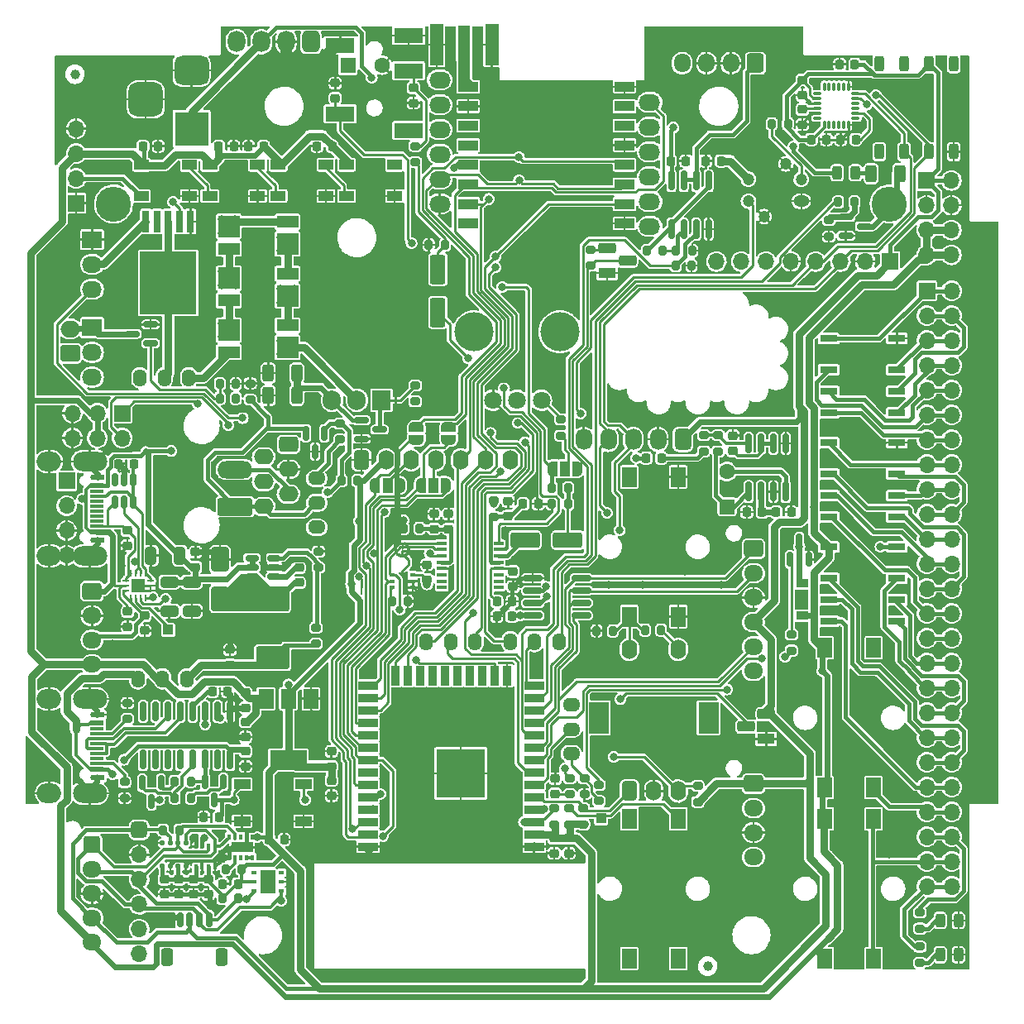
<source format=gbr>
%TF.GenerationSoftware,KiCad,Pcbnew,(6.0.1)*%
%TF.CreationDate,2022-03-13T10:13:47+01:00*%
%TF.ProjectId,pcbV10,70636256-3130-42e6-9b69-6361645f7063,rev?*%
%TF.SameCoordinates,Original*%
%TF.FileFunction,Copper,L1,Top*%
%TF.FilePolarity,Positive*%
%FSLAX46Y46*%
G04 Gerber Fmt 4.6, Leading zero omitted, Abs format (unit mm)*
G04 Created by KiCad (PCBNEW (6.0.1)) date 2022-03-13 10:13:47*
%MOMM*%
%LPD*%
G01*
G04 APERTURE LIST*
G04 Aperture macros list*
%AMRoundRect*
0 Rectangle with rounded corners*
0 $1 Rounding radius*
0 $2 $3 $4 $5 $6 $7 $8 $9 X,Y pos of 4 corners*
0 Add a 4 corners polygon primitive as box body*
4,1,4,$2,$3,$4,$5,$6,$7,$8,$9,$2,$3,0*
0 Add four circle primitives for the rounded corners*
1,1,$1+$1,$2,$3*
1,1,$1+$1,$4,$5*
1,1,$1+$1,$6,$7*
1,1,$1+$1,$8,$9*
0 Add four rect primitives between the rounded corners*
20,1,$1+$1,$2,$3,$4,$5,0*
20,1,$1+$1,$4,$5,$6,$7,0*
20,1,$1+$1,$6,$7,$8,$9,0*
20,1,$1+$1,$8,$9,$2,$3,0*%
%AMFreePoly0*
4,1,22,0.550000,-0.750000,0.000000,-0.750000,0.000000,-0.745033,-0.079941,-0.743568,-0.215256,-0.701293,-0.333266,-0.622738,-0.424486,-0.514219,-0.481581,-0.384460,-0.499164,-0.250000,-0.500000,-0.250000,-0.500000,0.250000,-0.499164,0.250000,-0.499963,0.256109,-0.478152,0.396186,-0.417904,0.524511,-0.324060,0.630769,-0.204165,0.706417,-0.067858,0.745374,0.000000,0.744959,0.000000,0.750000,
0.550000,0.750000,0.550000,-0.750000,0.550000,-0.750000,$1*%
%AMFreePoly1*
4,1,20,0.000000,0.744959,0.073905,0.744508,0.209726,0.703889,0.328688,0.626782,0.421226,0.519385,0.479903,0.390333,0.500000,0.250000,0.500000,-0.250000,0.499851,-0.262216,0.476331,-0.402017,0.414519,-0.529596,0.319384,-0.634700,0.198574,-0.708877,0.061801,-0.746166,0.000000,-0.745033,0.000000,-0.750000,-0.550000,-0.750000,-0.550000,0.750000,0.000000,0.750000,0.000000,0.744959,
0.000000,0.744959,$1*%
%AMFreePoly2*
4,1,22,0.500000,-0.750000,0.000000,-0.750000,0.000000,-0.745033,-0.079941,-0.743568,-0.215256,-0.701293,-0.333266,-0.622738,-0.424486,-0.514219,-0.481581,-0.384460,-0.499164,-0.250000,-0.500000,-0.250000,-0.500000,0.250000,-0.499164,0.250000,-0.499963,0.256109,-0.478152,0.396186,-0.417904,0.524511,-0.324060,0.630769,-0.204165,0.706417,-0.067858,0.745374,0.000000,0.744959,0.000000,0.750000,
0.500000,0.750000,0.500000,-0.750000,0.500000,-0.750000,$1*%
%AMFreePoly3*
4,1,20,0.000000,0.744959,0.073905,0.744508,0.209726,0.703889,0.328688,0.626782,0.421226,0.519385,0.479903,0.390333,0.500000,0.250000,0.500000,-0.250000,0.499851,-0.262216,0.476331,-0.402017,0.414519,-0.529596,0.319384,-0.634700,0.198574,-0.708877,0.061801,-0.746166,0.000000,-0.745033,0.000000,-0.750000,-0.500000,-0.750000,-0.500000,0.750000,0.000000,0.750000,0.000000,0.744959,
0.000000,0.744959,$1*%
%AMFreePoly4*
4,1,57,0.254939,1.434622,0.412500,1.364471,0.552033,1.263094,0.667439,1.134923,0.753675,0.985558,0.806972,0.821527,0.825000,0.650000,0.806972,0.478473,0.753675,0.314442,0.667439,0.165077,0.552033,0.036906,0.412500,-0.064471,0.254939,-0.134622,0.086236,-0.170481,-0.086236,-0.170481,-0.254939,-0.134622,-0.412500,-0.064471,-0.552033,0.036906,-0.667439,0.165077,-0.753675,0.314442,
-0.806972,0.478473,-0.825000,0.650000,-0.529530,0.650000,-0.511487,0.512948,-0.458586,0.385235,-0.374434,0.275566,-0.264765,0.191414,-0.137052,0.138513,0.000000,0.120470,0.137052,0.138513,0.264765,0.191414,0.374434,0.275566,0.458586,0.385235,0.511487,0.512948,0.529530,0.650000,0.511487,0.787052,0.458586,0.914765,0.374434,1.024434,0.264765,1.108586,0.137052,1.161487,
0.000000,1.179530,-0.137052,1.161487,-0.264765,1.108586,-0.374434,1.024434,-0.458586,0.914765,-0.511487,0.787052,-0.529530,0.650000,-0.825000,0.650000,-0.806972,0.821527,-0.753675,0.985558,-0.667439,1.134923,-0.552033,1.263094,-0.412500,1.364471,-0.254939,1.434622,-0.086236,1.470481,0.086236,1.470481,0.254939,1.434622,0.254939,1.434622,$1*%
G04 Aperture macros list end*
%TA.AperFunction,SMDPad,CuDef*%
%ADD10RoundRect,0.225000X0.250000X-0.225000X0.250000X0.225000X-0.250000X0.225000X-0.250000X-0.225000X0*%
%TD*%
%TA.AperFunction,SMDPad,CuDef*%
%ADD11RoundRect,0.225000X-0.250000X0.225000X-0.250000X-0.225000X0.250000X-0.225000X0.250000X0.225000X0*%
%TD*%
%TA.AperFunction,SMDPad,CuDef*%
%ADD12RoundRect,0.225000X-0.225000X-0.250000X0.225000X-0.250000X0.225000X0.250000X-0.225000X0.250000X0*%
%TD*%
%TA.AperFunction,SMDPad,CuDef*%
%ADD13RoundRect,0.225000X0.225000X0.250000X-0.225000X0.250000X-0.225000X-0.250000X0.225000X-0.250000X0*%
%TD*%
%TA.AperFunction,ComponentPad*%
%ADD14R,1.600000X1.600000*%
%TD*%
%TA.AperFunction,ComponentPad*%
%ADD15C,1.600000*%
%TD*%
%TA.AperFunction,SMDPad,CuDef*%
%ADD16R,1.500000X1.000000*%
%TD*%
%TA.AperFunction,SMDPad,CuDef*%
%ADD17R,1.200000X0.900000*%
%TD*%
%TA.AperFunction,SMDPad,CuDef*%
%ADD18RoundRect,0.243750X0.243750X0.456250X-0.243750X0.456250X-0.243750X-0.456250X0.243750X-0.456250X0*%
%TD*%
%TA.AperFunction,ComponentPad*%
%ADD19O,2.200000X1.700000*%
%TD*%
%TA.AperFunction,ComponentPad*%
%ADD20RoundRect,0.250000X-0.600000X0.600000X-0.600000X-0.600000X0.600000X-0.600000X0.600000X0.600000X0*%
%TD*%
%TA.AperFunction,ComponentPad*%
%ADD21O,1.950000X1.700000*%
%TD*%
%TA.AperFunction,SMDPad,CuDef*%
%ADD22R,1.450000X0.600000*%
%TD*%
%TA.AperFunction,SMDPad,CuDef*%
%ADD23R,1.450000X0.300000*%
%TD*%
%TA.AperFunction,ComponentPad*%
%ADD24O,2.500000X2.000000*%
%TD*%
%TA.AperFunction,ComponentPad*%
%ADD25O,3.500000X2.000000*%
%TD*%
%TA.AperFunction,ComponentPad*%
%ADD26R,1.700000X1.700000*%
%TD*%
%TA.AperFunction,ComponentPad*%
%ADD27O,1.700000X1.700000*%
%TD*%
%TA.AperFunction,ComponentPad*%
%ADD28R,2.030000X1.730000*%
%TD*%
%TA.AperFunction,ComponentPad*%
%ADD29O,2.030000X1.730000*%
%TD*%
%TA.AperFunction,SMDPad,CuDef*%
%ADD30R,1.270000X3.600000*%
%TD*%
%TA.AperFunction,SMDPad,CuDef*%
%ADD31R,1.350000X4.200000*%
%TD*%
%TA.AperFunction,SMDPad,CuDef*%
%ADD32FreePoly0,180.000000*%
%TD*%
%TA.AperFunction,SMDPad,CuDef*%
%ADD33R,1.000000X1.500000*%
%TD*%
%TA.AperFunction,SMDPad,CuDef*%
%ADD34FreePoly1,180.000000*%
%TD*%
%TA.AperFunction,SMDPad,CuDef*%
%ADD35FreePoly2,90.000000*%
%TD*%
%TA.AperFunction,SMDPad,CuDef*%
%ADD36FreePoly3,90.000000*%
%TD*%
%TA.AperFunction,SMDPad,CuDef*%
%ADD37R,1.800000X0.800000*%
%TD*%
%TA.AperFunction,SMDPad,CuDef*%
%ADD38RoundRect,0.150000X-0.150000X0.587500X-0.150000X-0.587500X0.150000X-0.587500X0.150000X0.587500X0*%
%TD*%
%TA.AperFunction,SMDPad,CuDef*%
%ADD39RoundRect,0.150000X0.150000X-0.587500X0.150000X0.587500X-0.150000X0.587500X-0.150000X-0.587500X0*%
%TD*%
%TA.AperFunction,SMDPad,CuDef*%
%ADD40RoundRect,0.150000X-0.587500X-0.150000X0.587500X-0.150000X0.587500X0.150000X-0.587500X0.150000X0*%
%TD*%
%TA.AperFunction,SMDPad,CuDef*%
%ADD41RoundRect,0.150000X0.587500X0.150000X-0.587500X0.150000X-0.587500X-0.150000X0.587500X-0.150000X0*%
%TD*%
%TA.AperFunction,SMDPad,CuDef*%
%ADD42RoundRect,0.200000X-0.275000X0.200000X-0.275000X-0.200000X0.275000X-0.200000X0.275000X0.200000X0*%
%TD*%
%TA.AperFunction,SMDPad,CuDef*%
%ADD43RoundRect,0.200000X0.275000X-0.200000X0.275000X0.200000X-0.275000X0.200000X-0.275000X-0.200000X0*%
%TD*%
%TA.AperFunction,SMDPad,CuDef*%
%ADD44RoundRect,0.200000X0.200000X0.275000X-0.200000X0.275000X-0.200000X-0.275000X0.200000X-0.275000X0*%
%TD*%
%TA.AperFunction,SMDPad,CuDef*%
%ADD45RoundRect,0.200000X-0.200000X-0.275000X0.200000X-0.275000X0.200000X0.275000X-0.200000X0.275000X0*%
%TD*%
%TA.AperFunction,SMDPad,CuDef*%
%ADD46RoundRect,0.250000X-0.312500X-0.625000X0.312500X-0.625000X0.312500X0.625000X-0.312500X0.625000X0*%
%TD*%
%TA.AperFunction,WasherPad*%
%ADD47C,4.000000*%
%TD*%
%TA.AperFunction,ComponentPad*%
%ADD48C,1.800000*%
%TD*%
%TA.AperFunction,SMDPad,CuDef*%
%ADD49R,1.500000X2.000000*%
%TD*%
%TA.AperFunction,SMDPad,CuDef*%
%ADD50R,3.800000X2.000000*%
%TD*%
%TA.AperFunction,SMDPad,CuDef*%
%ADD51R,2.000000X0.900000*%
%TD*%
%TA.AperFunction,SMDPad,CuDef*%
%ADD52R,0.900000X2.000000*%
%TD*%
%TA.AperFunction,SMDPad,CuDef*%
%ADD53R,5.000000X5.000000*%
%TD*%
%TA.AperFunction,SMDPad,CuDef*%
%ADD54R,2.000000X1.000000*%
%TD*%
%TA.AperFunction,ComponentPad*%
%ADD55RoundRect,0.400000X0.600000X-0.400000X0.600000X0.400000X-0.600000X0.400000X-0.600000X-0.400000X0*%
%TD*%
%TA.AperFunction,ComponentPad*%
%ADD56O,2.000000X1.600000*%
%TD*%
%TA.AperFunction,SMDPad,CuDef*%
%ADD57RoundRect,0.150000X-0.150000X0.825000X-0.150000X-0.825000X0.150000X-0.825000X0.150000X0.825000X0*%
%TD*%
%TA.AperFunction,ComponentPad*%
%ADD58RoundRect,0.250000X0.550000X-0.550000X0.550000X0.550000X-0.550000X0.550000X-0.550000X-0.550000X0*%
%TD*%
%TA.AperFunction,ComponentPad*%
%ADD59RoundRect,0.250000X-0.725000X0.600000X-0.725000X-0.600000X0.725000X-0.600000X0.725000X0.600000X0*%
%TD*%
%TA.AperFunction,ComponentPad*%
%ADD60RoundRect,0.450000X-0.450000X0.650000X-0.450000X-0.650000X0.450000X-0.650000X0.450000X0.650000X0*%
%TD*%
%TA.AperFunction,ComponentPad*%
%ADD61O,1.800000X2.200000*%
%TD*%
%TA.AperFunction,ComponentPad*%
%ADD62RoundRect,0.400000X0.400000X-0.600000X0.400000X0.600000X-0.400000X0.600000X-0.400000X-0.600000X0*%
%TD*%
%TA.AperFunction,ComponentPad*%
%ADD63O,1.600000X2.000000*%
%TD*%
%TA.AperFunction,ComponentPad*%
%ADD64R,2.000000X3.200000*%
%TD*%
%TA.AperFunction,SMDPad,CuDef*%
%ADD65RoundRect,0.150000X0.825000X0.150000X-0.825000X0.150000X-0.825000X-0.150000X0.825000X-0.150000X0*%
%TD*%
%TA.AperFunction,ComponentPad*%
%ADD66RoundRect,0.400000X-0.400000X-0.600000X0.400000X-0.600000X0.400000X0.600000X-0.400000X0.600000X0*%
%TD*%
%TA.AperFunction,ComponentPad*%
%ADD67O,1.800000X1.400000*%
%TD*%
%TA.AperFunction,SMDPad,CuDef*%
%ADD68RoundRect,0.250000X0.312500X0.625000X-0.312500X0.625000X-0.312500X-0.625000X0.312500X-0.625000X0*%
%TD*%
%TA.AperFunction,SMDPad,CuDef*%
%ADD69R,2.200000X2.200000*%
%TD*%
%TA.AperFunction,SMDPad,CuDef*%
%ADD70R,2.200000X1.250000*%
%TD*%
%TA.AperFunction,ComponentPad*%
%ADD71O,1.400000X1.800000*%
%TD*%
%TA.AperFunction,SMDPad,CuDef*%
%ADD72C,1.000000*%
%TD*%
%TA.AperFunction,SMDPad,CuDef*%
%ADD73RoundRect,0.250000X-0.650000X0.325000X-0.650000X-0.325000X0.650000X-0.325000X0.650000X0.325000X0*%
%TD*%
%TA.AperFunction,SMDPad,CuDef*%
%ADD74RoundRect,0.250000X0.650000X-0.325000X0.650000X0.325000X-0.650000X0.325000X-0.650000X-0.325000X0*%
%TD*%
%TA.AperFunction,SMDPad,CuDef*%
%ADD75RoundRect,0.235000X1.465000X-0.940000X1.465000X0.940000X-1.465000X0.940000X-1.465000X-0.940000X0*%
%TD*%
%TA.AperFunction,ComponentPad*%
%ADD76R,3.500000X3.500000*%
%TD*%
%TA.AperFunction,ComponentPad*%
%ADD77RoundRect,0.750000X-1.000000X0.750000X-1.000000X-0.750000X1.000000X-0.750000X1.000000X0.750000X0*%
%TD*%
%TA.AperFunction,ComponentPad*%
%ADD78RoundRect,0.875000X-0.875000X0.875000X-0.875000X-0.875000X0.875000X-0.875000X0.875000X0.875000X0*%
%TD*%
%TA.AperFunction,SMDPad,CuDef*%
%ADD79R,0.800000X2.200000*%
%TD*%
%TA.AperFunction,SMDPad,CuDef*%
%ADD80R,5.800000X6.400000*%
%TD*%
%TA.AperFunction,SMDPad,CuDef*%
%ADD81R,1.700000X1.000000*%
%TD*%
%TA.AperFunction,ComponentPad*%
%ADD82RoundRect,0.425000X-0.425000X-0.425000X0.425000X-0.425000X0.425000X0.425000X-0.425000X0.425000X0*%
%TD*%
%TA.AperFunction,ComponentPad*%
%ADD83R,1.800000X1.100000*%
%TD*%
%TA.AperFunction,ComponentPad*%
%ADD84RoundRect,0.275000X0.625000X-0.275000X0.625000X0.275000X-0.625000X0.275000X-0.625000X-0.275000X0*%
%TD*%
%TA.AperFunction,SMDPad,CuDef*%
%ADD85RoundRect,0.125000X-0.125000X-0.137500X0.125000X-0.137500X0.125000X0.137500X-0.125000X0.137500X0*%
%TD*%
%TA.AperFunction,SMDPad,CuDef*%
%ADD86R,0.350000X0.500000*%
%TD*%
%TA.AperFunction,SMDPad,CuDef*%
%ADD87R,0.400000X0.600000*%
%TD*%
%TA.AperFunction,SMDPad,CuDef*%
%ADD88R,2.200000X1.100000*%
%TD*%
%TA.AperFunction,ComponentPad*%
%ADD89RoundRect,0.425000X-0.425000X0.675000X-0.425000X-0.675000X0.425000X-0.675000X0.425000X0.675000X0*%
%TD*%
%TA.AperFunction,ComponentPad*%
%ADD90O,1.700000X2.200000*%
%TD*%
%TA.AperFunction,ComponentPad*%
%ADD91O,1.600000X1.200000*%
%TD*%
%TA.AperFunction,ComponentPad*%
%ADD92C,1.200000*%
%TD*%
%TA.AperFunction,SMDPad,CuDef*%
%ADD93RoundRect,0.150000X-0.150000X-0.625000X0.150000X-0.625000X0.150000X0.625000X-0.150000X0.625000X0*%
%TD*%
%TA.AperFunction,SMDPad,CuDef*%
%ADD94RoundRect,0.250000X-0.350000X-0.650000X0.350000X-0.650000X0.350000X0.650000X-0.350000X0.650000X0*%
%TD*%
%TA.AperFunction,SMDPad,CuDef*%
%ADD95RoundRect,0.250000X-0.250000X0.550000X-0.250000X-0.550000X0.250000X-0.550000X0.250000X0.550000X0*%
%TD*%
%TA.AperFunction,SMDPad,CuDef*%
%ADD96R,3.000000X1.500000*%
%TD*%
%TA.AperFunction,ComponentPad*%
%ADD97R,1.000000X1.000000*%
%TD*%
%TA.AperFunction,SMDPad,CuDef*%
%ADD98RoundRect,0.250000X-1.250000X-0.550000X1.250000X-0.550000X1.250000X0.550000X-1.250000X0.550000X0*%
%TD*%
%TA.AperFunction,SMDPad,CuDef*%
%ADD99RoundRect,0.062500X0.062500X0.687500X-0.062500X0.687500X-0.062500X-0.687500X0.062500X-0.687500X0*%
%TD*%
%TA.AperFunction,ComponentPad*%
%ADD100RoundRect,0.250000X0.600000X0.725000X-0.600000X0.725000X-0.600000X-0.725000X0.600000X-0.725000X0*%
%TD*%
%TA.AperFunction,ComponentPad*%
%ADD101O,1.700000X1.950000*%
%TD*%
%TA.AperFunction,SMDPad,CuDef*%
%ADD102RoundRect,0.150000X0.512500X0.150000X-0.512500X0.150000X-0.512500X-0.150000X0.512500X-0.150000X0*%
%TD*%
%TA.AperFunction,SMDPad,CuDef*%
%ADD103RoundRect,0.075000X-0.075000X0.350000X-0.075000X-0.350000X0.075000X-0.350000X0.075000X0.350000X0*%
%TD*%
%TA.AperFunction,SMDPad,CuDef*%
%ADD104RoundRect,0.075000X-0.350000X-0.075000X0.350000X-0.075000X0.350000X0.075000X-0.350000X0.075000X0*%
%TD*%
%TA.AperFunction,SMDPad,CuDef*%
%ADD105RoundRect,0.270000X0.630000X-0.980000X0.630000X0.980000X-0.630000X0.980000X-0.630000X-0.980000X0*%
%TD*%
%TA.AperFunction,SMDPad,CuDef*%
%ADD106RoundRect,0.250000X0.550000X-1.250000X0.550000X1.250000X-0.550000X1.250000X-0.550000X-1.250000X0*%
%TD*%
%TA.AperFunction,SMDPad,CuDef*%
%ADD107RoundRect,0.150000X0.150000X-0.825000X0.150000X0.825000X-0.150000X0.825000X-0.150000X-0.825000X0*%
%TD*%
%TA.AperFunction,SMDPad,CuDef*%
%ADD108RoundRect,0.062500X-0.275000X-0.062500X0.275000X-0.062500X0.275000X0.062500X-0.275000X0.062500X0*%
%TD*%
%TA.AperFunction,SMDPad,CuDef*%
%ADD109RoundRect,0.062500X-0.062500X-0.275000X0.062500X-0.275000X0.062500X0.275000X-0.062500X0.275000X0*%
%TD*%
%TA.AperFunction,SMDPad,CuDef*%
%ADD110R,1.450000X1.450000*%
%TD*%
%TA.AperFunction,ComponentPad*%
%ADD111R,1.905000X2.000000*%
%TD*%
%TA.AperFunction,ComponentPad*%
%ADD112O,1.905000X2.000000*%
%TD*%
%TA.AperFunction,ComponentPad*%
%ADD113RoundRect,0.250000X1.550000X-0.650000X1.550000X0.650000X-1.550000X0.650000X-1.550000X-0.650000X0*%
%TD*%
%TA.AperFunction,ComponentPad*%
%ADD114O,3.600000X1.800000*%
%TD*%
%TA.AperFunction,SMDPad,CuDef*%
%ADD115RoundRect,0.150000X-0.150000X0.512500X-0.150000X-0.512500X0.150000X-0.512500X0.150000X0.512500X0*%
%TD*%
%TA.AperFunction,SMDPad,CuDef*%
%ADD116R,0.600000X0.400000*%
%TD*%
%TA.AperFunction,SMDPad,CuDef*%
%ADD117FreePoly4,180.000000*%
%TD*%
%TA.AperFunction,SMDPad,CuDef*%
%ADD118R,1.500000X2.400000*%
%TD*%
%TA.AperFunction,SMDPad,CuDef*%
%ADD119R,1.000000X0.400000*%
%TD*%
%TA.AperFunction,SMDPad,CuDef*%
%ADD120RoundRect,0.250000X0.325000X0.650000X-0.325000X0.650000X-0.325000X-0.650000X0.325000X-0.650000X0*%
%TD*%
%TA.AperFunction,ComponentPad*%
%ADD121C,3.600000*%
%TD*%
%TA.AperFunction,ComponentPad*%
%ADD122RoundRect,0.250000X0.750000X-0.600000X0.750000X0.600000X-0.750000X0.600000X-0.750000X-0.600000X0*%
%TD*%
%TA.AperFunction,ComponentPad*%
%ADD123O,2.000000X1.700000*%
%TD*%
%TA.AperFunction,ViaPad*%
%ADD124C,0.800000*%
%TD*%
%TA.AperFunction,ViaPad*%
%ADD125C,1.600000*%
%TD*%
%TA.AperFunction,Conductor*%
%ADD126C,0.600000*%
%TD*%
%TA.AperFunction,Conductor*%
%ADD127C,0.800000*%
%TD*%
%TA.AperFunction,Conductor*%
%ADD128C,0.400000*%
%TD*%
%TA.AperFunction,Conductor*%
%ADD129C,0.300000*%
%TD*%
%TA.AperFunction,Conductor*%
%ADD130C,0.250000*%
%TD*%
%TA.AperFunction,Conductor*%
%ADD131C,1.200000*%
%TD*%
G04 APERTURE END LIST*
D10*
%TO.P,C1,1*%
%TO.N,GND*%
X72700000Y-119975000D03*
%TO.P,C1,2*%
%TO.N,+5V*%
X72700000Y-118425000D03*
%TD*%
D11*
%TO.P,C3,1*%
%TO.N,+5V*%
X72700000Y-121425000D03*
%TO.P,C3,2*%
%TO.N,GND*%
X72700000Y-122975000D03*
%TD*%
D10*
%TO.P,C4,1*%
%TO.N,GND*%
X104300000Y-134875000D03*
%TO.P,C4,2*%
%TO.N,+3V3*%
X104300000Y-133325000D03*
%TD*%
D12*
%TO.P,C5,1*%
%TO.N,GND*%
X68425000Y-131200000D03*
%TO.P,C5,2*%
%TO.N,PROG_EN*%
X69975000Y-131200000D03*
%TD*%
D11*
%TO.P,C8,1*%
%TO.N,GND*%
X81500000Y-124425000D03*
%TO.P,C8,2*%
%TO.N,+3V3*%
X81500000Y-125975000D03*
%TD*%
%TO.P,C9,1*%
%TO.N,+3V3*%
X81500000Y-127425000D03*
%TO.P,C9,2*%
%TO.N,GND*%
X81500000Y-128975000D03*
%TD*%
D12*
%TO.P,C10,1*%
%TO.N,Net-(C10-Pad1)*%
X69325000Y-118300000D03*
%TO.P,C10,2*%
%TO.N,GND*%
X70875000Y-118300000D03*
%TD*%
%TO.P,C14,1*%
%TO.N,GND*%
X73012000Y-62484000D03*
%TO.P,C14,2*%
%TO.N,+5V*%
X74562000Y-62484000D03*
%TD*%
D13*
%TO.P,C16,1*%
%TO.N,GND*%
X71514000Y-62484000D03*
%TO.P,C16,2*%
%TO.N,+5V*%
X69964000Y-62484000D03*
%TD*%
%TO.P,C18,1*%
%TO.N,GND*%
X63767000Y-62484000D03*
%TO.P,C18,2*%
%TO.N,+5V*%
X62217000Y-62484000D03*
%TD*%
D14*
%TO.P,C27,1*%
%TO.N,+4V*%
X83194849Y-54200000D03*
D15*
%TO.P,C27,2*%
%TO.N,GND*%
X86694849Y-54200000D03*
%TD*%
D16*
%TO.P,D1,1,VDD*%
%TO.N,+5V*%
X83050000Y-64400000D03*
%TO.P,D1,2,DOUT*%
%TO.N,Net-(D1-Pad2)*%
X83050000Y-67600000D03*
%TO.P,D1,3,VSS*%
%TO.N,GND*%
X87950000Y-67600000D03*
%TO.P,D1,4,DIN*%
%TO.N,LED_RGB*%
X87950000Y-64400000D03*
%TD*%
%TO.P,D2,1,VDD*%
%TO.N,+5V*%
X76050000Y-64400000D03*
%TO.P,D2,2,DOUT*%
%TO.N,Net-(D2-Pad2)*%
X76050000Y-67600000D03*
%TO.P,D2,3,VSS*%
%TO.N,GND*%
X80950000Y-67600000D03*
%TO.P,D2,4,DIN*%
%TO.N,Net-(D1-Pad2)*%
X80950000Y-64400000D03*
%TD*%
D17*
%TO.P,D5,1,K*%
%TO.N,+5V*%
X129700000Y-110550000D03*
%TO.P,D5,2,A*%
%TO.N,Net-(D5-Pad2)*%
X129700000Y-107250000D03*
%TD*%
D18*
%TO.P,D6,1,K*%
%TO.N,Net-(D6-Pad1)*%
X135137500Y-65200000D03*
%TO.P,D6,2,A*%
%TO.N,+24V*%
X133262500Y-65200000D03*
%TD*%
%TO.P,D7,1,K*%
%TO.N,GND*%
X145687500Y-145250000D03*
%TO.P,D7,2,A*%
%TO.N,Net-(D7-Pad2)*%
X143812500Y-145250000D03*
%TD*%
%TO.P,D8,1,K*%
%TO.N,GND*%
X145687500Y-141750000D03*
%TO.P,D8,2,A*%
%TO.N,Net-(D8-Pad2)*%
X143812500Y-141750000D03*
%TD*%
D19*
%TO.P,GSM_Module1,1,Net*%
%TO.N,unconnected-(GSM_Module1-Pad1)*%
X92583000Y-55700000D03*
%TO.P,GSM_Module1,2,Vcc*%
%TO.N,+4V*%
X92583000Y-58240000D03*
%TO.P,GSM_Module1,3,RST*%
%TO.N,unconnected-(GSM_Module1-Pad3)*%
X92583000Y-60780000D03*
%TO.P,GSM_Module1,4,RXD*%
%TO.N,SPI_MISO*%
X92583000Y-63320000D03*
%TO.P,GSM_Module1,5,TXD*%
%TO.N,SPI_MOSIx*%
X92583000Y-65860000D03*
%TO.P,GSM_Module1,6,GND*%
%TO.N,GND*%
X92583000Y-68400000D03*
%TO.P,GSM_Module1,7,RING*%
%TO.N,PROG_IO0*%
X114083000Y-58000000D03*
%TO.P,GSM_Module1,8,DTR*%
%TO.N,unconnected-(GSM_Module1-Pad8)*%
X114083000Y-60540000D03*
%TO.P,GSM_Module1,9,MIC+*%
%TO.N,unconnected-(GSM_Module1-Pad9)*%
X114083000Y-63080000D03*
%TO.P,GSM_Module1,10,MIC-*%
%TO.N,unconnected-(GSM_Module1-Pad10)*%
X114083000Y-65620000D03*
%TO.P,GSM_Module1,11,SPKR+*%
%TO.N,unconnected-(GSM_Module1-Pad11)*%
X114083000Y-68160000D03*
%TO.P,GSM_Module1,12,SPKR-*%
%TO.N,unconnected-(GSM_Module1-Pad12)*%
X114083000Y-70700000D03*
%TD*%
D20*
%TO.P,J3,1,Pin_1*%
%TO.N,SDA*%
X57000000Y-134000000D03*
D21*
%TO.P,J3,2,Pin_2*%
%TO.N,SCL*%
X57000000Y-136500000D03*
%TO.P,J3,3,Pin_3*%
%TO.N,GND*%
X57000000Y-139000000D03*
%TO.P,J3,4,Pin_4*%
%TO.N,+3V3*%
X57000000Y-141500000D03*
%TO.P,J3,5,Pin_5*%
%TO.N,+5V*%
X57000000Y-144000000D03*
%TD*%
D22*
%TO.P,J8,A1,GND*%
%TO.N,GND*%
X57550000Y-96400000D03*
%TO.P,J8,A4,VBUS*%
%TO.N,+24V*%
X57500000Y-97200000D03*
D23*
%TO.P,J8,A5,CC1*%
%TO.N,/psu/CC1*%
X57500000Y-98350000D03*
%TO.P,J8,A6,D+*%
%TO.N,unconnected-(J8-PadA6)*%
X57500000Y-99350000D03*
%TO.P,J8,A7,D-*%
%TO.N,unconnected-(J8-PadA7)*%
X57500000Y-99850000D03*
%TO.P,J8,A8,SBU1*%
%TO.N,unconnected-(J8-PadA8)*%
X57500000Y-100850000D03*
D22*
%TO.P,J8,A9,VBUS*%
%TO.N,+24V*%
X57500000Y-102000000D03*
%TO.P,J8,A12,GND*%
%TO.N,GND*%
X57550000Y-102800000D03*
%TO.P,J8,B1,GND*%
X57550000Y-102800000D03*
%TO.P,J8,B4,VBUS*%
%TO.N,+24V*%
X57500000Y-102000000D03*
D23*
%TO.P,J8,B5,CC2*%
%TO.N,/psu/CC2*%
X57500000Y-101350000D03*
%TO.P,J8,B6,D+*%
%TO.N,unconnected-(J8-PadB6)*%
X57500000Y-100350000D03*
%TO.P,J8,B7,D-*%
%TO.N,unconnected-(J8-PadB7)*%
X57500000Y-98850000D03*
%TO.P,J8,B8,SBU2*%
%TO.N,unconnected-(J8-PadB8)*%
X57500000Y-97850000D03*
D22*
%TO.P,J8,B9,VBUS*%
%TO.N,+24V*%
X57500000Y-97200000D03*
%TO.P,J8,B12,GND*%
%TO.N,GND*%
X57550000Y-96400000D03*
D24*
%TO.P,J8,S1,SHIELD*%
X52600000Y-104420000D03*
X52600000Y-94780000D03*
D25*
X56780000Y-94780000D03*
X56780000Y-104420000D03*
%TD*%
D26*
%TO.P,J9,1,Pin_1*%
%TO.N,GND*%
X55372000Y-68326000D03*
D27*
%TO.P,J9,2,Pin_2*%
%TO.N,Net-(D15-Pad2)*%
X55372000Y-65786000D03*
%TO.P,J9,3,Pin_3*%
%TO.N,+5V*%
X55372000Y-63246000D03*
%TO.P,J9,4,Pin_4*%
%TO.N,GND*%
X55372000Y-60706000D03*
%TD*%
D28*
%TO.P,J11,1,Pin_1*%
%TO.N,Net-(J11-Pad1)*%
X57000000Y-81060000D03*
D29*
%TO.P,J11,2,Pin_2*%
%TO.N,Net-(J11-Pad2)*%
X57000000Y-83600000D03*
%TO.P,J11,3,Pin_3*%
%TO.N,unconnected-(J11-Pad3)*%
X57000000Y-86140000D03*
%TD*%
D26*
%TO.P,J12,1,Pin_1*%
%TO.N,K1_A1*%
X142460000Y-77290000D03*
D27*
%TO.P,J12,2,Pin_2*%
X145000000Y-77290000D03*
%TO.P,J12,3,Pin_3*%
%TO.N,K1_11*%
X142460000Y-79830000D03*
%TO.P,J12,4,Pin_4*%
X145000000Y-79830000D03*
%TO.P,J12,5,Pin_5*%
%TO.N,K1_12*%
X142460000Y-82370000D03*
%TO.P,J12,6,Pin_6*%
X145000000Y-82370000D03*
%TO.P,J12,7,Pin_7*%
%TO.N,K1_14*%
X142460000Y-84910000D03*
%TO.P,J12,8,Pin_8*%
X145000000Y-84910000D03*
%TO.P,J12,9,Pin_9*%
%TO.N,K1_21*%
X142460000Y-87450000D03*
%TO.P,J12,10,Pin_10*%
X145000000Y-87450000D03*
%TO.P,J12,11,Pin_11*%
%TO.N,K1_22*%
X142460000Y-89990000D03*
%TO.P,J12,12,Pin_12*%
X145000000Y-89990000D03*
%TO.P,J12,13,Pin_13*%
%TO.N,K1_24*%
X142460000Y-92530000D03*
%TO.P,J12,14,Pin_14*%
X145000000Y-92530000D03*
%TO.P,J12,15,Pin_15*%
%TO.N,K2_A1*%
X142460000Y-95070000D03*
%TO.P,J12,16,Pin_16*%
X145000000Y-95070000D03*
%TO.P,J12,17,Pin_17*%
%TO.N,K2_11*%
X142460000Y-97610000D03*
%TO.P,J12,18,Pin_18*%
X145000000Y-97610000D03*
%TO.P,J12,19,Pin_19*%
%TO.N,K2_12*%
X142460000Y-100150000D03*
%TO.P,J12,20,Pin_20*%
X145000000Y-100150000D03*
%TO.P,J12,21,Pin_21*%
%TO.N,K2_14*%
X142460000Y-102690000D03*
%TO.P,J12,22,Pin_22*%
X145000000Y-102690000D03*
%TO.P,J12,23,Pin_23*%
%TO.N,K2_21*%
X142460000Y-105230000D03*
%TO.P,J12,24,Pin_24*%
X145000000Y-105230000D03*
%TO.P,J12,25,Pin_25*%
%TO.N,K2_22*%
X142460000Y-107770000D03*
%TO.P,J12,26,Pin_26*%
X145000000Y-107770000D03*
%TO.P,J12,27,Pin_27*%
%TO.N,K2_24*%
X142460000Y-110310000D03*
%TO.P,J12,28,Pin_28*%
X145000000Y-110310000D03*
%TO.P,J12,29,Pin_29*%
%TO.N,Net-(J12-Pad29)*%
X142460000Y-112850000D03*
%TO.P,J12,30,Pin_30*%
X145000000Y-112850000D03*
%TO.P,J12,31,Pin_31*%
%TO.N,K3_11*%
X142460000Y-115390000D03*
%TO.P,J12,32,Pin_32*%
X145000000Y-115390000D03*
%TO.P,J12,33,Pin_33*%
%TO.N,K3_12*%
X142460000Y-117930000D03*
%TO.P,J12,34,Pin_34*%
X145000000Y-117930000D03*
%TO.P,J12,35,Pin_35*%
%TO.N,K3_14*%
X142460000Y-120470000D03*
%TO.P,J12,36,Pin_36*%
X145000000Y-120470000D03*
%TO.P,J12,37,Pin_37*%
%TO.N,K3_21*%
X142460000Y-123010000D03*
%TO.P,J12,38,Pin_38*%
X145000000Y-123010000D03*
%TO.P,J12,39,Pin_39*%
%TO.N,K3_22*%
X142460000Y-125550000D03*
%TO.P,J12,40,Pin_40*%
X145000000Y-125550000D03*
%TO.P,J12,41,Pin_41*%
%TO.N,K3_24*%
X142460000Y-128090000D03*
%TO.P,J12,42,Pin_42*%
X145000000Y-128090000D03*
%TO.P,J12,43,Pin_43*%
%TO.N,SW_BLUE*%
X142460000Y-130630000D03*
%TO.P,J12,44,Pin_44*%
X145000000Y-130630000D03*
%TO.P,J12,45,Pin_45*%
%TO.N,LED_BLUE*%
X142460000Y-133170000D03*
%TO.P,J12,46,Pin_46*%
X145000000Y-133170000D03*
%TO.P,J12,47,Pin_47*%
%TO.N,SW_WHITE*%
X142460000Y-135710000D03*
%TO.P,J12,48,Pin_48*%
X145000000Y-135710000D03*
%TO.P,J12,49,Pin_49*%
%TO.N,LED_WHITE*%
X142460000Y-138250000D03*
%TO.P,J12,50,Pin_50*%
X145000000Y-138250000D03*
%TD*%
D30*
%TO.P,J14,1,In*%
%TO.N,Net-(J14-Pad1)*%
X95100000Y-51900000D03*
D31*
%TO.P,J14,2,Ext*%
%TO.N,GND*%
X92275000Y-52100000D03*
X97925000Y-52100000D03*
%TD*%
D32*
%TO.P,JP3,1,A*%
%TO.N,SCL*%
X88549000Y-97200000D03*
D33*
%TO.P,JP3,2,C*%
%TO.N,/C*%
X87249000Y-97200000D03*
D34*
%TO.P,JP3,3,B*%
%TO.N,SPI_CLK*%
X85949000Y-97200000D03*
%TD*%
D32*
%TO.P,JP4,1,A*%
%TO.N,SDA*%
X93248000Y-97200000D03*
D33*
%TO.P,JP4,2,C*%
%TO.N,/D*%
X91948000Y-97200000D03*
D34*
%TO.P,JP4,3,B*%
%TO.N,SPI_MOSI*%
X90648000Y-97200000D03*
%TD*%
D35*
%TO.P,JP6,1,A*%
%TO.N,SPI_MOSI*%
X93500000Y-92550000D03*
D36*
%TO.P,JP6,2,B*%
%TO.N,SPI_MOSIx*%
X93500000Y-91250000D03*
%TD*%
D35*
%TO.P,JP7,1,A*%
%TO.N,SPI_CLK*%
X90200000Y-92550000D03*
D36*
%TO.P,JP7,2,B*%
%TO.N,/wireless/SPI_CLKx*%
X90200000Y-91250000D03*
%TD*%
D37*
%TO.P,K1,1*%
%TO.N,K1_A1*%
X132390000Y-82179000D03*
%TO.P,K1,2*%
%TO.N,K1_22*%
X132390000Y-85379000D03*
%TO.P,K1,3*%
%TO.N,K1_21*%
X132390000Y-87579000D03*
%TO.P,K1,4*%
%TO.N,K1_24*%
X132390000Y-89779000D03*
%TO.P,K1,5*%
%TO.N,K1_14*%
X139390000Y-89779000D03*
%TO.P,K1,6*%
%TO.N,K1_11*%
X139390000Y-87579000D03*
%TO.P,K1,7*%
%TO.N,K1_12*%
X139390000Y-85379000D03*
%TO.P,K1,8*%
%TO.N,GND*%
X139390000Y-82179000D03*
%TD*%
%TO.P,K2,1*%
%TO.N,K2_A1*%
X132390000Y-92847000D03*
%TO.P,K2,2*%
%TO.N,K2_22*%
X132390000Y-96047000D03*
%TO.P,K2,3*%
%TO.N,K2_21*%
X132390000Y-98247000D03*
%TO.P,K2,4*%
%TO.N,K2_24*%
X132390000Y-100447000D03*
%TO.P,K2,5*%
%TO.N,K2_14*%
X139390000Y-100447000D03*
%TO.P,K2,6*%
%TO.N,K2_11*%
X139390000Y-98247000D03*
%TO.P,K2,7*%
%TO.N,K2_12*%
X139390000Y-96047000D03*
%TO.P,K2,8*%
%TO.N,GND*%
X139390000Y-92847000D03*
%TD*%
%TO.P,K3,1*%
%TO.N,+5V*%
X132390000Y-103515000D03*
%TO.P,K3,2*%
%TO.N,K3_22*%
X132390000Y-106715000D03*
%TO.P,K3,3*%
%TO.N,K3_21*%
X132390000Y-108915000D03*
%TO.P,K3,4*%
%TO.N,K3_24*%
X132390000Y-111115000D03*
%TO.P,K3,5*%
%TO.N,K3_14*%
X139390000Y-111115000D03*
%TO.P,K3,6*%
%TO.N,K3_11*%
X139390000Y-108915000D03*
%TO.P,K3,7*%
%TO.N,K3_12*%
X139390000Y-106715000D03*
%TO.P,K3,8*%
%TO.N,Net-(D5-Pad2)*%
X139390000Y-103515000D03*
%TD*%
D38*
%TO.P,Q2,1,B*%
%TO.N,Net-(Q2-Pad1)*%
X64050000Y-127662500D03*
%TO.P,Q2,2,E*%
%TO.N,/DTR*%
X62150000Y-127662500D03*
%TO.P,Q2,3,C*%
%TO.N,PROG_IO0*%
X63100000Y-129537500D03*
%TD*%
D39*
%TO.P,Q4,1,B*%
%TO.N,Net-(Q4-Pad1)*%
X128450000Y-104800000D03*
%TO.P,Q4,2,E*%
%TO.N,GND*%
X130350000Y-104800000D03*
%TO.P,Q4,3,C*%
%TO.N,Net-(D5-Pad2)*%
X129400000Y-102925000D03*
%TD*%
D40*
%TO.P,Q5,1,G*%
%TO.N,Net-(Q5-Pad1)*%
X134162500Y-69750000D03*
%TO.P,Q5,2,S*%
%TO.N,GND*%
X134162500Y-71650000D03*
%TO.P,Q5,3,D*%
%TO.N,Net-(Q5-Pad3)*%
X136037500Y-70700000D03*
%TD*%
D41*
%TO.P,Q9,1,G*%
%TO.N,Net-(Q9-Pad1)*%
X62987500Y-82650000D03*
%TO.P,Q9,2,S*%
%TO.N,GND*%
X62987500Y-80750000D03*
%TO.P,Q9,3,D*%
%TO.N,Net-(J11-Pad1)*%
X61112500Y-81700000D03*
%TD*%
D42*
%TO.P,R1,1*%
%TO.N,PROG_EN*%
X104300000Y-130275000D03*
%TO.P,R1,2*%
%TO.N,+3V3*%
X104300000Y-131925000D03*
%TD*%
%TO.P,R2,1*%
%TO.N,GND*%
X60600000Y-119475000D03*
%TO.P,R2,2*%
%TO.N,Net-(J1-PadA5)*%
X60600000Y-121125000D03*
%TD*%
D43*
%TO.P,R3,1*%
%TO.N,GND*%
X60325000Y-129225000D03*
%TO.P,R3,2*%
%TO.N,Net-(J1-PadB5)*%
X60325000Y-127575000D03*
%TD*%
%TO.P,R4,1*%
%TO.N,1wire*%
X108000000Y-74725000D03*
%TO.P,R4,2*%
%TO.N,+3V3*%
X108000000Y-73075000D03*
%TD*%
D44*
%TO.P,R6,1*%
%TO.N,Net-(Q1-Pad1)*%
X67125000Y-129200000D03*
%TO.P,R6,2*%
%TO.N,/DTR*%
X65475000Y-129200000D03*
%TD*%
D45*
%TO.P,R7,1*%
%TO.N,Net-(Q2-Pad1)*%
X65475000Y-127500000D03*
%TO.P,R7,2*%
%TO.N,/RTS*%
X67125000Y-127500000D03*
%TD*%
D44*
%TO.P,R15,1*%
%TO.N,Net-(Q5-Pad1)*%
X135025000Y-68200000D03*
%TO.P,R15,2*%
%TO.N,HEATER*%
X133375000Y-68200000D03*
%TD*%
D43*
%TO.P,R16,1*%
%TO.N,GND*%
X132400000Y-71725000D03*
%TO.P,R16,2*%
%TO.N,Net-(Q5-Pad1)*%
X132400000Y-70075000D03*
%TD*%
D42*
%TO.P,R17,1*%
%TO.N,ROT_A*%
X107300000Y-130275000D03*
%TO.P,R17,2*%
%TO.N,+3V3*%
X107300000Y-131925000D03*
%TD*%
D46*
%TO.P,R19,1*%
%TO.N,Net-(D6-Pad1)*%
X136737500Y-65300000D03*
%TO.P,R19,2*%
%TO.N,Net-(Q5-Pad3)*%
X139662500Y-65300000D03*
%TD*%
D43*
%TO.P,R20,1*%
%TO.N,+3V3*%
X105800000Y-131925000D03*
%TO.P,R20,2*%
%TO.N,SW*%
X105800000Y-130275000D03*
%TD*%
D42*
%TO.P,R21,1*%
%TO.N,Net-(R21-Pad1)*%
X105900000Y-127175000D03*
%TO.P,R21,2*%
%TO.N,SW*%
X105900000Y-128825000D03*
%TD*%
D45*
%TO.P,R22,1*%
%TO.N,Net-(R22-Pad1)*%
X113602000Y-112014000D03*
%TO.P,R22,2*%
%TO.N,Net-(R21-Pad1)*%
X115252000Y-112014000D03*
%TD*%
%TO.P,R23,1*%
%TO.N,GND*%
X108649000Y-112100000D03*
%TO.P,R23,2*%
%TO.N,Net-(R22-Pad1)*%
X110299000Y-112100000D03*
%TD*%
D43*
%TO.P,R24,1*%
%TO.N,Net-(D7-Pad2)*%
X141750000Y-146075000D03*
%TO.P,R24,2*%
%TO.N,LED_WHITE*%
X141750000Y-144425000D03*
%TD*%
%TO.P,R25,1*%
%TO.N,Net-(D8-Pad2)*%
X141750000Y-142575000D03*
%TO.P,R25,2*%
%TO.N,LED_BLUE*%
X141750000Y-140925000D03*
%TD*%
D47*
%TO.P,RV1,*%
%TO.N,*%
X96100000Y-81500000D03*
X104900000Y-81500000D03*
D48*
%TO.P,RV1,1,1*%
%TO.N,Net-(R30-Pad2)*%
X103000000Y-88500000D03*
%TO.P,RV1,2,2*%
%TO.N,Net-(C24-Pad2)*%
X100500000Y-88500000D03*
%TO.P,RV1,3,3*%
%TO.N,GND*%
X98000000Y-88500000D03*
%TD*%
D49*
%TO.P,SW1,1,1*%
%TO.N,+5V*%
X132000000Y-128150000D03*
X132000000Y-113850000D03*
%TO.P,SW1,2,2*%
%TO.N,SW_BLUE*%
X137000000Y-128150000D03*
X137000000Y-113850000D03*
%TD*%
%TO.P,SW5,1,1*%
%TO.N,+5V*%
X132000000Y-131350000D03*
X132000000Y-145650000D03*
%TO.P,SW5,2,2*%
%TO.N,SW_WHITE*%
X137000000Y-145650000D03*
X137000000Y-131350000D03*
%TD*%
%TO.P,U1,1,GND*%
%TO.N,GND*%
X79400000Y-119050000D03*
D50*
%TO.P,U1,2,VO*%
%TO.N,+3V3*%
X77100000Y-125350000D03*
D49*
X77100000Y-119050000D03*
%TO.P,U1,3,VI*%
%TO.N,+5V*%
X74800000Y-119050000D03*
%TD*%
D51*
%TO.P,U2,1,GND*%
%TO.N,GND*%
X102250000Y-134195200D03*
%TO.P,U2,2,VDD*%
%TO.N,+3V3*%
X102250000Y-132925200D03*
%TO.P,U2,3,EN*%
%TO.N,PROG_EN*%
X102250000Y-131655200D03*
%TO.P,U2,4,SENSOR_VP*%
%TO.N,SW*%
X102250000Y-130385200D03*
%TO.P,U2,5,SENSOR_VN*%
%TO.N,ROT_A*%
X102250000Y-129115200D03*
%TO.P,U2,6,IO34*%
%TO.N,I34*%
X102250000Y-127845200D03*
%TO.P,U2,7,IO35*%
%TO.N,I35*%
X102250000Y-126575200D03*
%TO.P,U2,8,IO32*%
%TO.N,K3_ON*%
X102250000Y-125305200D03*
%TO.P,U2,9,IO33*%
%TO.N,485_RO*%
X102250000Y-124035200D03*
%TO.P,U2,10,IO25*%
%TO.N,AUDIO*%
X102250000Y-122765200D03*
%TO.P,U2,11,IO26*%
%TO.N,485_DE*%
X102250000Y-121495200D03*
%TO.P,U2,12,IO27*%
%TO.N,485_DI*%
X102250000Y-120225200D03*
%TO.P,U2,13,IO14*%
%TO.N,1wire*%
X102250000Y-118955200D03*
%TO.P,U2,14,IO12*%
%TO.N,HEATER_LED*%
X102250000Y-117685200D03*
D52*
%TO.P,U2,15,GND*%
%TO.N,GND*%
X99465000Y-116685200D03*
%TO.P,U2,16,IO13*%
%TO.N,I2S_WS*%
X98195000Y-116685200D03*
%TO.P,U2,17,SHD/SD2*%
%TO.N,unconnected-(U2-Pad17)*%
X96925000Y-116685200D03*
%TO.P,U2,18,SWP/SD3*%
%TO.N,unconnected-(U2-Pad18)*%
X95655000Y-116685200D03*
%TO.P,U2,19,SCS/CMD*%
%TO.N,unconnected-(U2-Pad19)*%
X94385000Y-116685200D03*
%TO.P,U2,20,SCK/CLK*%
%TO.N,unconnected-(U2-Pad20)*%
X93115000Y-116685200D03*
%TO.P,U2,21,SDO/SD0*%
%TO.N,unconnected-(U2-Pad21)*%
X91845000Y-116685200D03*
%TO.P,U2,22,SDI/SD1*%
%TO.N,unconnected-(U2-Pad22)*%
X90575000Y-116685200D03*
%TO.P,U2,23,IO15*%
%TO.N,LED_RGB*%
X89305000Y-116685200D03*
%TO.P,U2,24,IO2*%
%TO.N,FAN2_DRIVE*%
X88035000Y-116685200D03*
D51*
%TO.P,U2,25,IO0*%
%TO.N,PROG_IO0*%
X85250000Y-117685200D03*
%TO.P,U2,26,IO4*%
%TO.N,SERVO2*%
X85250000Y-118955200D03*
%TO.P,U2,27,IO16*%
%TO.N,SPI_MISO*%
X85250000Y-120225200D03*
%TO.P,U2,28,IO17*%
%TO.N,I2S_SD*%
X85250000Y-121495200D03*
%TO.P,U2,29,IO5*%
%TO.N,I2S_SCK*%
X85250000Y-122765200D03*
%TO.P,U2,30,IO18*%
%TO.N,FAN1_DRIVE*%
X85250000Y-124035200D03*
%TO.P,U2,31,IO19*%
%TO.N,SDA*%
X85250000Y-125305200D03*
%TO.P,U2,32,NC*%
%TO.N,unconnected-(U2-Pad32)*%
X85250000Y-126575200D03*
%TO.P,U2,33,IO21*%
%TO.N,SPI_MOSI*%
X85250000Y-127845200D03*
%TO.P,U2,34,RXD0/IO3*%
%TO.N,PROG_TX*%
X85250000Y-129115200D03*
%TO.P,U2,35,TXD0/IO1*%
%TO.N,PROG_RX*%
X85250000Y-130385200D03*
%TO.P,U2,36,IO22*%
%TO.N,SCL*%
X85250000Y-131655200D03*
%TO.P,U2,37,IO23*%
%TO.N,SPI_CLK*%
X85250000Y-132925200D03*
%TO.P,U2,38,GND*%
%TO.N,GND*%
X85250000Y-134195200D03*
D53*
%TO.P,U2,39,GND*%
X94750000Y-126695200D03*
%TD*%
D54*
%TO.P,U17,1,GND*%
%TO.N,GND*%
X111500000Y-70400000D03*
%TO.P,U17,2,MISO*%
%TO.N,SPI_MISO*%
X111500000Y-68400000D03*
%TO.P,U17,3,MOSI*%
%TO.N,SPI_MOSIx*%
X111500000Y-66400000D03*
%TO.P,U17,4,SCK*%
%TO.N,/wireless/SPI_CLKx*%
X111500000Y-64400000D03*
%TO.P,U17,5,NSS*%
%TO.N,GND*%
X111500000Y-62400000D03*
%TO.P,U17,6,RESET*%
%TO.N,unconnected-(U17-Pad6)*%
X111500000Y-60400000D03*
%TO.P,U17,7,DIO5*%
%TO.N,unconnected-(U17-Pad7)*%
X111500000Y-58400000D03*
%TO.P,U17,8,GND*%
%TO.N,GND*%
X111500000Y-56400000D03*
%TO.P,U17,9,ANT*%
%TO.N,Net-(J14-Pad1)*%
X95500000Y-56400000D03*
%TO.P,U17,10,GND*%
%TO.N,GND*%
X95500000Y-58400000D03*
%TO.P,U17,11,DIO3*%
%TO.N,unconnected-(U17-Pad11)*%
X95500000Y-60400000D03*
%TO.P,U17,12,DIO4*%
%TO.N,unconnected-(U17-Pad12)*%
X95500000Y-62400000D03*
%TO.P,U17,13,3.3V*%
%TO.N,+3V3*%
X95500000Y-64400000D03*
%TO.P,U17,14,DIO0*%
%TO.N,PROG_IO0*%
X95500000Y-66400000D03*
%TO.P,U17,15,DIO1*%
%TO.N,SERVO2*%
X95500000Y-68400000D03*
%TO.P,U17,16,DIO2*%
%TO.N,unconnected-(U17-Pad16)*%
X95500000Y-70400000D03*
%TD*%
D26*
%TO.P,J2,1,Pin_1*%
%TO.N,FAN1_DRIVE*%
X60080000Y-89825000D03*
D27*
%TO.P,J2,2,Pin_2*%
%TO.N,SERVO2*%
X60080000Y-92365000D03*
%TO.P,J2,3,Pin_3*%
%TO.N,+5V*%
X57540000Y-89825000D03*
%TO.P,J2,4,Pin_4*%
X57540000Y-92365000D03*
%TO.P,J2,5,Pin_5*%
%TO.N,GND*%
X55000000Y-89825000D03*
%TO.P,J2,6,Pin_6*%
X55000000Y-92365000D03*
%TD*%
D44*
%TO.P,R12,1*%
%TO.N,+3V3*%
X84175000Y-96700000D03*
%TO.P,R12,2*%
%TO.N,RS485A*%
X82525000Y-96700000D03*
%TD*%
D38*
%TO.P,Q1,1,B*%
%TO.N,Net-(Q1-Pad1)*%
X70450000Y-127562500D03*
%TO.P,Q1,2,E*%
%TO.N,/RTS*%
X68550000Y-127562500D03*
%TO.P,Q1,3,C*%
%TO.N,PROG_EN*%
X69500000Y-129437500D03*
%TD*%
D16*
%TO.P,D3,1,VDD*%
%TO.N,+5V*%
X69050000Y-64400000D03*
%TO.P,D3,2,DOUT*%
%TO.N,Net-(D15-Pad4)*%
X69050000Y-67600000D03*
%TO.P,D3,3,VSS*%
%TO.N,GND*%
X73950000Y-67600000D03*
%TO.P,D3,4,DIN*%
%TO.N,Net-(D2-Pad2)*%
X73950000Y-64400000D03*
%TD*%
D12*
%TO.P,C7,1*%
%TO.N,GND*%
X80025000Y-62484000D03*
%TO.P,C7,2*%
%TO.N,+5V*%
X81575000Y-62484000D03*
%TD*%
D38*
%TO.P,D4,1,K*%
%TO.N,RS485A*%
X80800000Y-91862500D03*
%TO.P,D4,2,K*%
%TO.N,RS485B*%
X78900000Y-91862500D03*
%TO.P,D4,3,A*%
%TO.N,GND*%
X79850000Y-93737500D03*
%TD*%
D55*
%TO.P,J7,1,Pin_1*%
%TO.N,unconnected-(J7-Pad1)*%
X77100000Y-93025000D03*
D56*
%TO.P,J7,2,Pin_2*%
%TO.N,+24V*%
X74560000Y-94295000D03*
%TO.P,J7,3,Pin_3*%
%TO.N,GND*%
X77100000Y-95565000D03*
%TO.P,J7,4,Pin_4*%
%TO.N,unconnected-(J7-Pad4)*%
X74560000Y-96835000D03*
%TO.P,J7,5,Pin_5*%
%TO.N,RS485A*%
X77100000Y-98105000D03*
%TO.P,J7,6,Pin_6*%
%TO.N,RS485B*%
X74560000Y-99375000D03*
%TD*%
D57*
%TO.P,U18,1,SD*%
%TO.N,GND*%
X128005000Y-92902000D03*
%TO.P,U18,2,BYP*%
%TO.N,Net-(C23-Pad1)*%
X126735000Y-92902000D03*
%TO.P,U18,3,+IN*%
X125465000Y-92902000D03*
%TO.P,U18,4,-IN*%
%TO.N,Net-(R38-Pad1)*%
X124195000Y-92902000D03*
%TO.P,U18,5,VO1*%
%TO.N,Net-(J13-Pad1)*%
X124195000Y-97852000D03*
%TO.P,U18,6,VDD*%
%TO.N,+5V*%
X125465000Y-97852000D03*
%TO.P,U18,7,GND*%
%TO.N,GND*%
X126735000Y-97852000D03*
%TO.P,U18,8,VO2*%
%TO.N,Net-(J13-Pad2)*%
X128005000Y-97852000D03*
%TD*%
D13*
%TO.P,C25,1*%
%TO.N,+5V*%
X125575000Y-99949000D03*
%TO.P,C25,2*%
%TO.N,GND*%
X124025000Y-99949000D03*
%TD*%
D43*
%TO.P,R39,1*%
%TO.N,Net-(J13-Pad1)*%
X121100000Y-93725000D03*
%TO.P,R39,2*%
%TO.N,Net-(R38-Pad1)*%
X121100000Y-92075000D03*
%TD*%
D42*
%TO.P,R38,1*%
%TO.N,Net-(R38-Pad1)*%
X119600000Y-92075000D03*
%TO.P,R38,2*%
%TO.N,Net-(C24-Pad1)*%
X119600000Y-93725000D03*
%TD*%
D10*
%TO.P,C23,1*%
%TO.N,Net-(C23-Pad1)*%
X122600000Y-93675000D03*
%TO.P,C23,2*%
%TO.N,GND*%
X122600000Y-92125000D03*
%TD*%
D12*
%TO.P,C26,1*%
%TO.N,+5V*%
X127025000Y-99949000D03*
%TO.P,C26,2*%
%TO.N,GND*%
X128575000Y-99949000D03*
%TD*%
D58*
%TO.P,J13,1,Pin_1*%
%TO.N,Net-(J13-Pad1)*%
X122000000Y-99400000D03*
D15*
%TO.P,J13,2,Pin_2*%
%TO.N,Net-(J13-Pad2)*%
X122000000Y-95800000D03*
%TD*%
D11*
%TO.P,C2,1*%
%TO.N,+3V3*%
X105800000Y-133325000D03*
%TO.P,C2,2*%
%TO.N,GND*%
X105800000Y-134875000D03*
%TD*%
D13*
%TO.P,C24,1*%
%TO.N,Net-(C24-Pad1)*%
X115275000Y-94400000D03*
%TO.P,C24,2*%
%TO.N,Net-(C24-Pad2)*%
X113725000Y-94400000D03*
%TD*%
D43*
%TO.P,R37,1*%
%TO.N,K3_A1*%
X108900000Y-129525000D03*
%TO.P,R37,2*%
%TO.N,Net-(J12-Pad29)*%
X108900000Y-127875000D03*
%TD*%
D59*
%TO.P,J4,1,Pin_1*%
%TO.N,+3V3*%
X124700000Y-127750000D03*
D21*
%TO.P,J4,2,Pin_2*%
%TO.N,1wire*%
X124700000Y-130250000D03*
%TO.P,J4,3,Pin_3*%
%TO.N,GND*%
X124700000Y-132750000D03*
%TO.P,J4,4,Pin_4*%
%TO.N,+5V*%
X124700000Y-135250000D03*
%TD*%
D49*
%TO.P,SW3,1,1*%
%TO.N,Net-(R21-Pad1)*%
X112000000Y-145650000D03*
X112000000Y-131350000D03*
%TO.P,SW3,2,2*%
%TO.N,SW*%
X117000000Y-145650000D03*
X117000000Y-131350000D03*
%TD*%
D12*
%TO.P,C12,1*%
%TO.N,GND*%
X98425000Y-110600000D03*
%TO.P,C12,2*%
%TO.N,+3V3*%
X99975000Y-110600000D03*
%TD*%
D43*
%TO.P,R11,1*%
%TO.N,RS485B*%
X73200000Y-88425000D03*
%TO.P,R11,2*%
%TO.N,GND*%
X73200000Y-86775000D03*
%TD*%
D11*
%TO.P,C6,1*%
%TO.N,+5P*%
X72700000Y-124425000D03*
%TO.P,C6,2*%
%TO.N,GND*%
X72700000Y-125975000D03*
%TD*%
D60*
%TO.P,U16,1,OUT*%
%TO.N,+4V*%
X79410000Y-51800000D03*
D61*
%TO.P,U16,2,GND*%
%TO.N,GND*%
X76870000Y-51800000D03*
%TO.P,U16,3,IN*%
%TO.N,+24V*%
X74330000Y-51800000D03*
%TO.P,U16,4,EN*%
%TO.N,unconnected-(U16-Pad4)*%
X71790000Y-51800000D03*
%TD*%
D59*
%TO.P,J5,1,Pin_1*%
%TO.N,485_DI*%
X124700000Y-103700000D03*
D21*
%TO.P,J5,2,Pin_2*%
%TO.N,485_DE*%
X124700000Y-106200000D03*
%TO.P,J5,3,Pin_3*%
%TO.N,GND*%
X124700000Y-108700000D03*
%TO.P,J5,4,Pin_4*%
%TO.N,+3V3*%
X124700000Y-111200000D03*
%TO.P,J5,5,Pin_5*%
%TO.N,485_RO*%
X124700000Y-113700000D03*
%TO.P,J5,6,Pin_6*%
%TO.N,+5V*%
X124700000Y-116200000D03*
%TD*%
D49*
%TO.P,SW4,1,1*%
%TO.N,GND*%
X117000000Y-110650000D03*
X117000000Y-96350000D03*
%TO.P,SW4,2,2*%
%TO.N,Net-(R22-Pad1)*%
X112000000Y-110650000D03*
X112000000Y-96350000D03*
%TD*%
D62*
%TO.P,SW2,A,A*%
%TO.N,ROT_A*%
X112000000Y-128500000D03*
D63*
%TO.P,SW2,B,B*%
%TO.N,ROT_B*%
X117000000Y-128500000D03*
%TO.P,SW2,C,C*%
%TO.N,GND*%
X114500000Y-128500000D03*
D64*
%TO.P,SW2,MP*%
%TO.N,N/C*%
X108900000Y-121000000D03*
X120100000Y-121000000D03*
D63*
%TO.P,SW2,S1,S1*%
%TO.N,Net-(R21-Pad1)*%
X117000000Y-114000000D03*
%TO.P,SW2,S2,S2*%
%TO.N,Net-(R22-Pad1)*%
X112000000Y-114000000D03*
%TD*%
D28*
%TO.P,J10,1,Pin_1*%
%TO.N,GND*%
X57000000Y-72060000D03*
D29*
%TO.P,J10,2,Pin_2*%
%TO.N,Net-(J10-Pad2)*%
X57000000Y-74600000D03*
%TO.P,J10,3,Pin_3*%
%TO.N,FAN1_SENSE*%
X57000000Y-77140000D03*
%TD*%
D10*
%TO.P,C19,1*%
%TO.N,GND*%
X62400000Y-112075000D03*
%TO.P,C19,2*%
%TO.N,+3V3*%
X62400000Y-110525000D03*
%TD*%
D44*
%TO.P,R8,1*%
%TO.N,SCL*%
X71975000Y-139500000D03*
%TO.P,R8,2*%
%TO.N,+3V3*%
X70325000Y-139500000D03*
%TD*%
%TO.P,R5,1*%
%TO.N,SDA*%
X65925000Y-132500000D03*
%TO.P,R5,2*%
%TO.N,+3V3*%
X64275000Y-132500000D03*
%TD*%
D65*
%TO.P,U6,1,RO*%
%TO.N,485_RO*%
X107075000Y-110505000D03*
%TO.P,U6,2,~{RE}*%
%TO.N,485_DE*%
X107075000Y-109235000D03*
%TO.P,U6,3,DE*%
X107075000Y-107965000D03*
%TO.P,U6,4,DI*%
%TO.N,485_DI*%
X107075000Y-106695000D03*
%TO.P,U6,5,GND*%
%TO.N,GND*%
X102125000Y-106695000D03*
%TO.P,U6,6,A*%
%TO.N,RS485A*%
X102125000Y-107965000D03*
%TO.P,U6,7,B*%
%TO.N,RS485B*%
X102125000Y-109235000D03*
%TO.P,U6,8,VCC*%
%TO.N,+3V3*%
X102125000Y-110505000D03*
%TD*%
D16*
%TO.P,D15,1,VDD*%
%TO.N,+5V*%
X62050000Y-64400000D03*
%TO.P,D15,2,DOUT*%
%TO.N,Net-(D15-Pad2)*%
X62050000Y-67600000D03*
%TO.P,D15,3,VSS*%
%TO.N,GND*%
X66950000Y-67600000D03*
%TO.P,D15,4,DIN*%
%TO.N,Net-(D15-Pad4)*%
X66950000Y-64400000D03*
%TD*%
D42*
%TO.P,R14,1*%
%TO.N,Net-(Q4-Pad1)*%
X128600000Y-112475000D03*
%TO.P,R14,2*%
%TO.N,K3_ON*%
X128600000Y-114125000D03*
%TD*%
D66*
%TO.P,U14,1,GND*%
%TO.N,GND*%
X84580000Y-94600000D03*
D63*
%TO.P,U14,2,VCC*%
%TO.N,+3V3*%
X87120000Y-94600000D03*
%TO.P,U14,3,SCL*%
%TO.N,/C*%
X89660000Y-94600000D03*
%TO.P,U14,4,SDA*%
%TO.N,/D*%
X92200000Y-94600000D03*
%TO.P,U14,5,RES*%
%TO.N,PROG_IO0*%
X94740000Y-94600000D03*
%TO.P,U14,6,DVC*%
%TO.N,SERVO2*%
X97280000Y-94600000D03*
%TO.P,U14,7,BLK*%
%TO.N,unconnected-(U14-Pad7)*%
X99820000Y-94600000D03*
%TD*%
D43*
%TO.P,R30,1*%
%TO.N,Net-(JP1-Pad2)*%
X105000000Y-92125000D03*
%TO.P,R30,2*%
%TO.N,Net-(R30-Pad2)*%
X105000000Y-90475000D03*
%TD*%
D67*
%TO.P,SW6,1,A*%
%TO.N,unconnected-(SW6-Pad1)*%
X80000000Y-101500000D03*
%TO.P,SW6,2,B*%
%TO.N,RS485B*%
X80000000Y-99000000D03*
%TO.P,SW6,3,C*%
%TO.N,Net-(R13-Pad2)*%
X80000000Y-96500000D03*
%TD*%
D42*
%TO.P,R26,1*%
%TO.N,Net-(Q6-Pad3)*%
X90100000Y-86975000D03*
%TO.P,R26,2*%
%TO.N,LED_WHITE_P*%
X90100000Y-88625000D03*
%TD*%
D68*
%TO.P,R33,1*%
%TO.N,Net-(Q6-Pad1)*%
X77962500Y-85700000D03*
%TO.P,R33,2*%
%TO.N,GND*%
X75037500Y-85700000D03*
%TD*%
D69*
%TO.P,D13,1,K*%
%TO.N,/D13_COOL*%
X77000000Y-77800000D03*
D70*
%TO.P,D13,2,A*%
%TO.N,/D11_COOL*%
X77000000Y-75525000D03*
%TD*%
D22*
%TO.P,J1,A1,GND*%
%TO.N,GND*%
X57550000Y-120700000D03*
%TO.P,J1,A4,VBUS*%
%TO.N,+5P*%
X57500000Y-121500000D03*
D23*
%TO.P,J1,A5,CC1*%
%TO.N,Net-(J1-PadA5)*%
X57500000Y-122650000D03*
%TO.P,J1,A6,D+*%
%TO.N,/UD+*%
X57500000Y-123650000D03*
%TO.P,J1,A7,D-*%
%TO.N,/UD-*%
X57500000Y-124150000D03*
%TO.P,J1,A8,SBU1*%
%TO.N,unconnected-(J1-PadA8)*%
X57500000Y-125150000D03*
D22*
%TO.P,J1,A9,VBUS*%
%TO.N,+5P*%
X57500000Y-126300000D03*
%TO.P,J1,A12,GND*%
%TO.N,GND*%
X57550000Y-127100000D03*
%TO.P,J1,B1,GND*%
X57550000Y-127100000D03*
%TO.P,J1,B4,VBUS*%
%TO.N,+5P*%
X57500000Y-126300000D03*
D23*
%TO.P,J1,B5,CC2*%
%TO.N,Net-(J1-PadB5)*%
X57500000Y-125650000D03*
%TO.P,J1,B6,D+*%
%TO.N,/UD+*%
X57500000Y-124650000D03*
%TO.P,J1,B7,D-*%
%TO.N,/UD-*%
X57500000Y-123150000D03*
%TO.P,J1,B8,SBU2*%
%TO.N,unconnected-(J1-PadB8)*%
X57500000Y-122150000D03*
D22*
%TO.P,J1,B9,VBUS*%
%TO.N,+5P*%
X57500000Y-121500000D03*
%TO.P,J1,B12,GND*%
%TO.N,GND*%
X57550000Y-120700000D03*
D24*
%TO.P,J1,S1,SHIELD*%
X52600000Y-119080000D03*
D25*
X56780000Y-119080000D03*
X56780000Y-128720000D03*
D24*
X52600000Y-128720000D03*
%TD*%
D71*
%TO.P,SW7,1,A*%
%TO.N,HEATER*%
X104800000Y-113200000D03*
%TO.P,SW7,2,B*%
%TO.N,HEATER_LED*%
X102300000Y-113200000D03*
%TO.P,SW7,3,C*%
%TO.N,LED_WHITE_P*%
X99800000Y-113200000D03*
%TD*%
D67*
%TO.P,SW8,1,A*%
%TO.N,K3_A1*%
X106045000Y-124674000D03*
%TO.P,SW8,2,B*%
%TO.N,I34*%
X106045000Y-122174000D03*
%TO.P,SW8,3,C*%
%TO.N,ROT_B*%
X106045000Y-119674000D03*
%TD*%
D72*
%TO.P,FID1,*%
%TO.N,*%
X55245000Y-55118000D03*
%TD*%
%TO.P,FID2,*%
%TO.N,*%
X120015000Y-146431000D03*
%TD*%
D11*
%TO.P,C20,1*%
%TO.N,GND*%
X104400000Y-127225000D03*
%TO.P,C20,2*%
%TO.N,SW*%
X104400000Y-128775000D03*
%TD*%
D43*
%TO.P,R44,1*%
%TO.N,+3V3*%
X119000000Y-129625000D03*
%TO.P,R44,2*%
%TO.N,ROT_B*%
X119000000Y-127975000D03*
%TD*%
D71*
%TO.P,SW11,1,A*%
%TO.N,/psu/5Vx*%
X66700000Y-117000000D03*
%TO.P,SW11,2,B*%
%TO.N,+5V*%
X64200000Y-117000000D03*
%TO.P,SW11,3,C*%
%TO.N,+5P*%
X61700000Y-117000000D03*
%TD*%
D44*
%TO.P,R35,1*%
%TO.N,GND*%
X71725000Y-86800000D03*
%TO.P,R35,2*%
%TO.N,Net-(Q9-Pad1)*%
X70075000Y-86800000D03*
%TD*%
D73*
%TO.P,C17,1*%
%TO.N,+24V*%
X64900000Y-107125000D03*
%TO.P,C17,2*%
%TO.N,GND*%
X64900000Y-110075000D03*
%TD*%
D74*
%TO.P,C22,1*%
%TO.N,GND*%
X67200000Y-110075000D03*
%TO.P,C22,2*%
%TO.N,+24V*%
X67200000Y-107125000D03*
%TD*%
D11*
%TO.P,C33,1*%
%TO.N,GND*%
X67600000Y-104025000D03*
%TO.P,C33,2*%
%TO.N,+24V*%
X67600000Y-105575000D03*
%TD*%
%TO.P,C35,1*%
%TO.N,Net-(C35-Pad1)*%
X78200000Y-105625000D03*
%TO.P,C35,2*%
%TO.N,/psu/SW*%
X78200000Y-107175000D03*
%TD*%
D10*
%TO.P,C36,1*%
%TO.N,/psu/5Vx*%
X71100000Y-115575000D03*
%TO.P,C36,2*%
%TO.N,GND*%
X71100000Y-114025000D03*
%TD*%
D75*
%TO.P,L2,1,1*%
%TO.N,/psu/5Vx*%
X75500000Y-114825000D03*
%TO.P,L2,2,2*%
%TO.N,/psu/SW*%
X75500000Y-108775000D03*
%TD*%
D42*
%TO.P,R45,1*%
%TO.N,GND*%
X80200000Y-103975000D03*
%TO.P,R45,2*%
%TO.N,Net-(R45-Pad2)*%
X80200000Y-105625000D03*
%TD*%
D43*
%TO.P,R46,1*%
%TO.N,/psu/5Vx*%
X79900000Y-113425000D03*
%TO.P,R46,2*%
%TO.N,Net-(R45-Pad2)*%
X79900000Y-111775000D03*
%TD*%
D69*
%TO.P,D10,1,K*%
%TO.N,/D10_COOL*%
X71000000Y-70700000D03*
D70*
%TO.P,D10,2,A*%
%TO.N,/D12_COOL*%
X71000000Y-72975000D03*
%TD*%
D69*
%TO.P,D14,1,K*%
%TO.N,/D14_COOL*%
X71000000Y-81300000D03*
D70*
%TO.P,D14,2,A*%
%TO.N,+24V*%
X71000000Y-83575000D03*
%TD*%
D69*
%TO.P,D12,1,K*%
%TO.N,/D12_COOL*%
X71000000Y-76000000D03*
D70*
%TO.P,D12,2,A*%
%TO.N,/D14_COOL*%
X71000000Y-78275000D03*
%TD*%
D69*
%TO.P,D11,1,K*%
%TO.N,/D11_COOL*%
X77000000Y-72500000D03*
D70*
%TO.P,D11,2,A*%
%TO.N,/D10_COOL*%
X77000000Y-70225000D03*
%TD*%
D71*
%TO.P,SW9,1,A*%
%TO.N,MOVE*%
X96200000Y-113200000D03*
%TO.P,SW9,2,B*%
%TO.N,I35*%
X93700000Y-113200000D03*
%TO.P,SW9,3,C*%
%TO.N,FAN1_SENSE*%
X91200000Y-113200000D03*
%TD*%
%TO.P,SW10,1,A*%
%TO.N,+5V*%
X61900000Y-86200000D03*
%TO.P,SW10,2,B*%
%TO.N,Net-(J11-Pad2)*%
X64400000Y-86200000D03*
%TO.P,SW10,3,C*%
%TO.N,+24V*%
X66900000Y-86200000D03*
%TD*%
D45*
%TO.P,R34,1*%
%TO.N,Net-(Q9-Pad1)*%
X70075000Y-88300000D03*
%TO.P,R34,2*%
%TO.N,FAN2_DRIVE*%
X71725000Y-88300000D03*
%TD*%
D42*
%TO.P,R13,1*%
%TO.N,RS485A*%
X82400000Y-90875000D03*
%TO.P,R13,2*%
%TO.N,Net-(R13-Pad2)*%
X82400000Y-92525000D03*
%TD*%
D59*
%TO.P,J6,1,Pin_1*%
%TO.N,+24V*%
X57000000Y-108050000D03*
D21*
%TO.P,J6,2,Pin_2*%
%TO.N,GND*%
X57000000Y-110550000D03*
%TO.P,J6,3,Pin_3*%
%TO.N,+3V3*%
X57000000Y-113050000D03*
%TO.P,J6,4,Pin_4*%
%TO.N,+5V*%
X57000000Y-115550000D03*
%TD*%
D76*
%TO.P,J18,1*%
%TO.N,+24V*%
X67183000Y-60706000D03*
D77*
%TO.P,J18,2*%
%TO.N,GND*%
X67183000Y-54706000D03*
D78*
%TO.P,J18,3*%
X62483000Y-57706000D03*
%TD*%
D26*
%TO.P,J19,1,Pin_1*%
%TO.N,+3V3*%
X142425000Y-66000000D03*
D27*
%TO.P,J19,2,Pin_2*%
X144965000Y-66000000D03*
%TO.P,J19,3,Pin_3*%
%TO.N,GND*%
X142425000Y-68540000D03*
%TO.P,J19,4,Pin_4*%
X144965000Y-68540000D03*
%TO.P,J19,5,Pin_5*%
%TO.N,+5V*%
X142425000Y-71080000D03*
%TO.P,J19,6,Pin_6*%
X144965000Y-71080000D03*
%TO.P,J19,7,Pin_7*%
X142425000Y-73620000D03*
%TO.P,J19,8,Pin_8*%
X144965000Y-73620000D03*
%TD*%
D79*
%TO.P,U21,1,GND*%
%TO.N,GND*%
X67080000Y-70200000D03*
%TO.P,U21,2,IN*%
%TO.N,FAN1_DRIVE*%
X65940000Y-70200000D03*
D80*
%TO.P,U21,3,Vbb*%
%TO.N,Net-(J11-Pad2)*%
X64800000Y-76500000D03*
D79*
X64800000Y-70200000D03*
%TO.P,U21,4*%
%TO.N,N/C*%
X63660000Y-70200000D03*
%TO.P,U21,5,OUT*%
%TO.N,Net-(J10-Pad2)*%
X62520000Y-70200000D03*
%TD*%
D81*
%TO.P,SW12,1,1*%
%TO.N,PROG_EN*%
X78650000Y-127800000D03*
X72350000Y-127800000D03*
%TO.P,SW12,2,2*%
%TO.N,GND*%
X78650000Y-131600000D03*
X72350000Y-131600000D03*
%TD*%
D43*
%TO.P,R36,1*%
%TO.N,GND*%
X107400000Y-128825000D03*
%TO.P,R36,2*%
%TO.N,K3_A1*%
X107400000Y-127175000D03*
%TD*%
D10*
%TO.P,C15,1*%
%TO.N,GND*%
X67400000Y-139075000D03*
%TO.P,C15,2*%
%TO.N,+3V3*%
X67400000Y-137525000D03*
%TD*%
%TO.P,C29,1*%
%TO.N,GND*%
X68900000Y-139075000D03*
%TO.P,C29,2*%
%TO.N,+3V3*%
X68900000Y-137525000D03*
%TD*%
%TO.P,C30,1*%
%TO.N,GND*%
X65900000Y-139075000D03*
%TO.P,C30,2*%
%TO.N,+3V3*%
X65900000Y-137525000D03*
%TD*%
D12*
%TO.P,C31,1*%
%TO.N,GND*%
X133525000Y-54100000D03*
%TO.P,C31,2*%
%TO.N,+3V3*%
X135075000Y-54100000D03*
%TD*%
%TO.P,C38,1*%
%TO.N,+3V3*%
X75125000Y-133450000D03*
%TO.P,C38,2*%
%TO.N,GND*%
X76675000Y-133450000D03*
%TD*%
D11*
%TO.P,C39,1*%
%TO.N,GND*%
X91300000Y-105325000D03*
%TO.P,C39,2*%
%TO.N,+3V3*%
X91300000Y-106875000D03*
%TD*%
D82*
%TO.P,J16,1,Pin_1*%
%TO.N,+3V3*%
X61825000Y-132475000D03*
D27*
%TO.P,J16,2,Pin_2*%
%TO.N,GND*%
X61825000Y-135015000D03*
%TO.P,J16,3,Pin_3*%
%TO.N,SCL*%
X61825000Y-137555000D03*
%TO.P,J16,4,Pin_4*%
%TO.N,SDA*%
X61825000Y-140095000D03*
%TO.P,J16,5,Pin_5*%
%TO.N,unconnected-(J16-Pad5)*%
X61825000Y-142635000D03*
%TO.P,J16,6,Pin_6*%
%TO.N,unconnected-(J16-Pad6)*%
X61825000Y-145175000D03*
%TD*%
D26*
%TO.P,J17,1,Pin_1*%
%TO.N,+3V3*%
X138684000Y-74295000D03*
D27*
%TO.P,J17,2,Pin_2*%
%TO.N,GND*%
X136144000Y-74295000D03*
%TO.P,J17,3,Pin_3*%
%TO.N,SCL*%
X133604000Y-74295000D03*
%TO.P,J17,4,Pin_4*%
%TO.N,SDA*%
X131064000Y-74295000D03*
%TO.P,J17,5,Pin_5*%
%TO.N,GND*%
X128524000Y-74295000D03*
%TO.P,J17,6,Pin_6*%
%TO.N,unconnected-(J17-Pad6)*%
X125984000Y-74295000D03*
%TO.P,J17,7,Pin_7*%
%TO.N,unconnected-(J17-Pad7)*%
X123444000Y-74295000D03*
%TO.P,J17,8,Pin_8*%
%TO.N,unconnected-(J17-Pad8)*%
X120904000Y-74295000D03*
%TD*%
D45*
%TO.P,R28,1*%
%TO.N,Net-(R28-Pad1)*%
X70675000Y-136500000D03*
%TO.P,R28,2*%
%TO.N,+3V3*%
X72325000Y-136500000D03*
%TD*%
%TO.P,R29,1*%
%TO.N,I2S_SD*%
X87675000Y-109050000D03*
%TO.P,R29,2*%
%TO.N,GND*%
X89325000Y-109050000D03*
%TD*%
D57*
%TO.P,U4,1,GND*%
%TO.N,GND*%
X71120000Y-120334000D03*
%TO.P,U4,2,TXD*%
%TO.N,PROG_TX*%
X69850000Y-120334000D03*
%TO.P,U4,3,RXD*%
%TO.N,PROG_RX*%
X68580000Y-120334000D03*
%TO.P,U4,4,V3*%
%TO.N,Net-(C10-Pad1)*%
X67310000Y-120334000D03*
%TO.P,U4,5,UD+*%
%TO.N,/UD+*%
X66040000Y-120334000D03*
%TO.P,U4,6,UD-*%
%TO.N,/UD-*%
X64770000Y-120334000D03*
%TO.P,U4,7,NC*%
%TO.N,unconnected-(U4-Pad7)*%
X63500000Y-120334000D03*
%TO.P,U4,8,NC*%
%TO.N,unconnected-(U4-Pad8)*%
X62230000Y-120334000D03*
%TO.P,U4,9,~{CTS}*%
%TO.N,unconnected-(U4-Pad9)*%
X62230000Y-125284000D03*
%TO.P,U4,10,~{DSR}*%
%TO.N,unconnected-(U4-Pad10)*%
X63500000Y-125284000D03*
%TO.P,U4,11,~{RI}*%
%TO.N,unconnected-(U4-Pad11)*%
X64770000Y-125284000D03*
%TO.P,U4,12,~{DCD}*%
%TO.N,unconnected-(U4-Pad12)*%
X66040000Y-125284000D03*
%TO.P,U4,13,~{DTR}*%
%TO.N,/DTR*%
X67310000Y-125284000D03*
%TO.P,U4,14,~{RTS}*%
%TO.N,/RTS*%
X68580000Y-125284000D03*
%TO.P,U4,15,R232*%
%TO.N,unconnected-(U4-Pad15)*%
X69850000Y-125284000D03*
%TO.P,U4,16,VCC*%
%TO.N,+5P*%
X71120000Y-125284000D03*
%TD*%
D83*
%TO.P,U7,1,GND*%
%TO.N,GND*%
X126020000Y-123170000D03*
D84*
%TO.P,U7,2,DQ*%
%TO.N,1wire*%
X123950000Y-121900000D03*
%TO.P,U7,3,VDD*%
%TO.N,+3V3*%
X126020000Y-120630000D03*
%TD*%
D85*
%TO.P,U12,1,GND*%
%TO.N,GND*%
X64200000Y-133812500D03*
%TO.P,U12,2,CSB*%
%TO.N,+3V3*%
X65000000Y-133812500D03*
%TO.P,U12,3,SDI*%
%TO.N,SDA*%
X65800000Y-133812500D03*
%TO.P,U12,4,SCK*%
%TO.N,SCL*%
X66600000Y-133812500D03*
%TO.P,U12,5,SDO*%
%TO.N,GND*%
X66600000Y-136187500D03*
%TO.P,U12,6,VDDIO*%
%TO.N,+3V3*%
X65800000Y-136187500D03*
%TO.P,U12,7,GND*%
%TO.N,GND*%
X65000000Y-136187500D03*
%TO.P,U12,8,VDD*%
%TO.N,+3V3*%
X64200000Y-136187500D03*
%TD*%
D86*
%TO.P,U13,1,GND*%
%TO.N,GND*%
X67625000Y-134175000D03*
%TO.P,U13,2,CSB*%
%TO.N,+3V3*%
X68275000Y-134175000D03*
%TO.P,U13,3,SDI*%
%TO.N,SDA*%
X68925000Y-134175000D03*
%TO.P,U13,4,SCK*%
%TO.N,SCL*%
X69575000Y-134175000D03*
%TO.P,U13,5,SDO*%
%TO.N,GND*%
X69575000Y-136225000D03*
%TO.P,U13,6,VDDIO*%
%TO.N,+3V3*%
X68925000Y-136225000D03*
%TO.P,U13,7,GND*%
%TO.N,GND*%
X68275000Y-136225000D03*
%TO.P,U13,8,VDD*%
%TO.N,+3V3*%
X67625000Y-136225000D03*
%TD*%
D87*
%TO.P,U15,1,ADDR*%
%TO.N,GND*%
X71000000Y-135300000D03*
%TO.P,U15,2,~{RESET}*%
%TO.N,Net-(R28-Pad1)*%
X71600000Y-135300000D03*
%TO.P,U15,3,~{INT}*%
%TO.N,unconnected-(U15-Pad3)*%
X72200000Y-135300000D03*
%TO.P,U15,4,PWM*%
%TO.N,Net-(U15-Pad4)*%
X72800000Y-135300000D03*
%TO.P,U15,5,Sense*%
X73400000Y-135300000D03*
%TO.P,U15,6,VDD*%
%TO.N,+3V3*%
X73400000Y-133200000D03*
%TO.P,U15,7,~{WAKE}*%
%TO.N,GND*%
X72800000Y-133200000D03*
%TO.P,U15,8,AUX*%
%TO.N,unconnected-(U15-Pad8)*%
X72200000Y-133200000D03*
%TO.P,U15,9,SDA*%
%TO.N,SDA*%
X71600000Y-133200000D03*
%TO.P,U15,10,SCL*%
%TO.N,SCL*%
X71000000Y-133200000D03*
D88*
%TO.P,U15,11,GND*%
%TO.N,GND*%
X72350000Y-134250000D03*
%TD*%
D89*
%TO.P,U20,1,VCC*%
%TO.N,+3V3*%
X117480000Y-92500000D03*
D90*
%TO.P,U20,2,GND*%
%TO.N,GND*%
X114940000Y-92500000D03*
%TO.P,U20,3,SCL*%
%TO.N,SCL*%
X112400000Y-92500000D03*
%TO.P,U20,4,SDA*%
%TO.N,SDA*%
X109860000Y-92500000D03*
%TO.P,U20,5,ADDR*%
%TO.N,GND*%
X107320000Y-92500000D03*
%TD*%
D91*
%TO.P,U22,1,SENS*%
%TO.N,GND*%
X129600000Y-68120000D03*
D92*
%TO.P,U22,2,OEN*%
%TO.N,Net-(R54-Pad2)*%
X129600000Y-65880000D03*
%TO.P,U22,3,VSS_GND*%
%TO.N,GND*%
X128020000Y-64300000D03*
%TO.P,U22,4,VDD*%
%TO.N,+3V3*%
X124200000Y-65880000D03*
%TO.P,U22,5,OUT*%
%TO.N,MOVE*%
X124200000Y-68120000D03*
%TO.P,U22,6,TIME*%
%TO.N,GND*%
X125780000Y-69700000D03*
%TD*%
D10*
%TO.P,C28,1*%
%TO.N,GND*%
X64400000Y-139075000D03*
%TO.P,C28,2*%
%TO.N,+3V3*%
X64400000Y-137525000D03*
%TD*%
D93*
%TO.P,J21,1,Pin_1*%
%TO.N,GND*%
X66000000Y-141650000D03*
%TO.P,J21,2,Pin_2*%
%TO.N,+3V3*%
X67000000Y-141650000D03*
%TO.P,J21,3,Pin_3*%
%TO.N,SDA*%
X68000000Y-141650000D03*
%TO.P,J21,4,Pin_4*%
%TO.N,SCL*%
X69000000Y-141650000D03*
D94*
%TO.P,J21,MP*%
%TO.N,N/C*%
X70300000Y-145525000D03*
X64700000Y-145525000D03*
%TD*%
D95*
%TO.P,X2,1,NC*%
%TO.N,unconnected-(X2-Pad1)*%
X145210000Y-54050000D03*
%TO.P,X2,2,VDD*%
%TO.N,+3V3*%
X142670000Y-54050000D03*
%TO.P,X2,3,NC*%
%TO.N,unconnected-(X2-Pad3)*%
X140130000Y-54050000D03*
%TO.P,X2,4,NC*%
%TO.N,unconnected-(X2-Pad4)*%
X137590000Y-54050000D03*
%TO.P,X2,5,NC*%
%TO.N,unconnected-(X2-Pad5)*%
X137590000Y-63050000D03*
%TO.P,X2,6,SDA*%
%TO.N,SDA*%
X140130000Y-63050000D03*
%TO.P,X2,7,SCL*%
%TO.N,SCL*%
X142670000Y-63050000D03*
%TO.P,X2,8,GND*%
%TO.N,GND*%
X145210000Y-63050000D03*
%TD*%
D10*
%TO.P,C49,1*%
%TO.N,GND*%
X89900000Y-58075000D03*
%TO.P,C49,2*%
%TO.N,/analog_amp/RIGHT*%
X89900000Y-56525000D03*
%TD*%
%TO.P,C48,1*%
%TO.N,/analog_amp/LEFT*%
X81900000Y-57575000D03*
%TO.P,C48,2*%
%TO.N,GND*%
X81900000Y-56025000D03*
%TD*%
%TO.P,C57,1*%
%TO.N,GND*%
X60600000Y-103375000D03*
%TO.P,C57,2*%
%TO.N,/psu/CC2*%
X60600000Y-101825000D03*
%TD*%
D96*
%TO.P,J22,R*%
%TO.N,/analog_amp/RIGHT*%
X89400000Y-54775000D03*
%TO.P,J22,S*%
%TO.N,GND*%
X89400000Y-51175000D03*
X82400000Y-52175000D03*
%TO.P,J22,T*%
%TO.N,/analog_amp/LEFT*%
X82400000Y-59175000D03*
%TO.P,J22,TN*%
%TO.N,unconnected-(J22-PadTN)*%
X89400000Y-60875000D03*
%TD*%
D97*
%TO.P,TP2,1,1*%
%TO.N,SW*%
X109100000Y-131300000D03*
%TD*%
D44*
%TO.P,R54,1*%
%TO.N,+3V3*%
X128225000Y-60200000D03*
%TO.P,R54,2*%
%TO.N,Net-(R54-Pad2)*%
X126575000Y-60200000D03*
%TD*%
D98*
%TO.P,C45,1*%
%TO.N,Net-(C45-Pad1)*%
X101300000Y-102800000D03*
%TO.P,C45,2*%
%TO.N,Net-(C45-Pad2)*%
X105700000Y-102800000D03*
%TD*%
D99*
%TO.P,JP2,1,A*%
%TO.N,SPI_CLK*%
X85000000Y-107660000D03*
%TO.P,JP2,2,B*%
%TO.N,Net-(JP2-Pad2)*%
X84600000Y-107660000D03*
%TD*%
D69*
%TO.P,D9,1,K*%
%TO.N,/D9_COOL*%
X77000000Y-83100000D03*
D70*
%TO.P,D9,2,A*%
%TO.N,/D13_COOL*%
X77000000Y-80825000D03*
%TD*%
D44*
%TO.P,R51,1*%
%TO.N,GND*%
X118425000Y-73200000D03*
%TO.P,R51,2*%
%TO.N,Net-(R51-Pad2)*%
X116775000Y-73200000D03*
%TD*%
D10*
%TO.P,C44,1*%
%TO.N,GND*%
X100100000Y-107575000D03*
%TO.P,C44,2*%
%TO.N,Net-(C44-Pad2)*%
X100100000Y-106025000D03*
%TD*%
D12*
%TO.P,C59,1*%
%TO.N,GND*%
X70375000Y-138000000D03*
%TO.P,C59,2*%
%TO.N,+3V3*%
X71925000Y-138000000D03*
%TD*%
D100*
%TO.P,J24,1,Pin_1*%
%TO.N,Net-(J24-Pad1)*%
X124900000Y-54000000D03*
D101*
%TO.P,J24,2,Pin_2*%
%TO.N,GND*%
X122400000Y-54000000D03*
%TO.P,J24,3,Pin_3*%
X119900000Y-54000000D03*
%TO.P,J24,4,Pin_4*%
%TO.N,+24V*%
X117400000Y-54000000D03*
%TD*%
D12*
%TO.P,C53,1*%
%TO.N,GND*%
X133625000Y-61800000D03*
%TO.P,C53,2*%
%TO.N,Net-(C53-Pad2)*%
X135175000Y-61800000D03*
%TD*%
D102*
%TO.P,U9,1,CB*%
%TO.N,Net-(C35-Pad1)*%
X75637500Y-106550000D03*
%TO.P,U9,2,GND*%
%TO.N,GND*%
X75637500Y-105600000D03*
%TO.P,U9,3,FB*%
%TO.N,Net-(R45-Pad2)*%
X75637500Y-104650000D03*
%TO.P,U9,4,~{SHDN}*%
%TO.N,+24V*%
X73362500Y-104650000D03*
%TO.P,U9,5,VIN*%
X73362500Y-105600000D03*
%TO.P,U9,6,SW*%
%TO.N,/psu/SW*%
X73362500Y-106550000D03*
%TD*%
D45*
%TO.P,R53,1*%
%TO.N,Net-(R53-Pad1)*%
X113775000Y-73200000D03*
%TO.P,R53,2*%
%TO.N,Net-(R51-Pad2)*%
X115425000Y-73200000D03*
%TD*%
D44*
%TO.P,R52,1*%
%TO.N,GND*%
X118375000Y-74700000D03*
%TO.P,R52,2*%
%TO.N,AUDIO*%
X116725000Y-74700000D03*
%TD*%
D26*
%TO.P,J23,1,Pin_1*%
%TO.N,+24V*%
X54400000Y-96760000D03*
D27*
%TO.P,J23,2,Pin_2*%
X54400000Y-99300000D03*
%TO.P,J23,3,Pin_3*%
%TO.N,GND*%
X54400000Y-101840000D03*
%TO.P,J23,4,Pin_4*%
X54400000Y-104380000D03*
%TD*%
D13*
%TO.P,C47,1*%
%TO.N,GND*%
X100000000Y-109100000D03*
%TO.P,C47,2*%
%TO.N,Net-(C44-Pad2)*%
X98450000Y-109100000D03*
%TD*%
%TO.P,C54,1*%
%TO.N,GND*%
X117775000Y-64000000D03*
%TO.P,C54,2*%
%TO.N,+24V*%
X116225000Y-64000000D03*
%TD*%
D10*
%TO.P,C51,1*%
%TO.N,GND*%
X129700000Y-60275000D03*
%TO.P,C51,2*%
%TO.N,Net-(C51-Pad2)*%
X129700000Y-58725000D03*
%TD*%
D13*
%TO.P,C43,1*%
%TO.N,GND*%
X102675000Y-99100000D03*
%TO.P,C43,2*%
%TO.N,Net-(C42-Pad2)*%
X101125000Y-99100000D03*
%TD*%
D103*
%TO.P,U23,1,CLKIN*%
%TO.N,GND*%
X134450000Y-56400000D03*
%TO.P,U23,2*%
%TO.N,N/C*%
X133950000Y-56400000D03*
%TO.P,U23,3*%
X133450000Y-56400000D03*
%TO.P,U23,4*%
X132950000Y-56400000D03*
%TO.P,U23,5*%
X132450000Y-56400000D03*
%TO.P,U23,6,AUX_SDA*%
%TO.N,unconnected-(U23-Pad6)*%
X131950000Y-56400000D03*
D104*
%TO.P,U23,7,AUX_SCL*%
%TO.N,unconnected-(U23-Pad7)*%
X131250000Y-57100000D03*
%TO.P,U23,8,VDDIO*%
%TO.N,+3V3*%
X131250000Y-57600000D03*
%TO.P,U23,9,AD0*%
%TO.N,GND*%
X131250000Y-58100000D03*
%TO.P,U23,10,REGOUT*%
%TO.N,Net-(C51-Pad2)*%
X131250000Y-58600000D03*
%TO.P,U23,11,FSYNC*%
%TO.N,GND*%
X131250000Y-59100000D03*
%TO.P,U23,12,INT*%
%TO.N,unconnected-(U23-Pad12)*%
X131250000Y-59600000D03*
D103*
%TO.P,U23,13,VDD*%
%TO.N,+3V3*%
X131950000Y-60300000D03*
%TO.P,U23,14*%
%TO.N,N/C*%
X132450000Y-60300000D03*
%TO.P,U23,15*%
X132950000Y-60300000D03*
%TO.P,U23,16*%
X133450000Y-60300000D03*
%TO.P,U23,17*%
X133950000Y-60300000D03*
%TO.P,U23,18,GND*%
%TO.N,GND*%
X134450000Y-60300000D03*
D104*
%TO.P,U23,19*%
%TO.N,N/C*%
X135150000Y-59600000D03*
%TO.P,U23,20,CPOUT*%
%TO.N,Net-(C53-Pad2)*%
X135150000Y-59100000D03*
%TO.P,U23,21*%
%TO.N,N/C*%
X135150000Y-58600000D03*
%TO.P,U23,22*%
X135150000Y-58100000D03*
%TO.P,U23,23,SCL*%
%TO.N,SCL*%
X135150000Y-57600000D03*
%TO.P,U23,24,SDA*%
%TO.N,SDA*%
X135150000Y-57100000D03*
%TD*%
D105*
%TO.P,D16,1,K*%
%TO.N,/psu/SW*%
X70100000Y-108800000D03*
%TO.P,D16,2,A*%
%TO.N,GND*%
X70100000Y-104800000D03*
%TD*%
D11*
%TO.P,C42,1*%
%TO.N,GND*%
X99600000Y-98825000D03*
%TO.P,C42,2*%
%TO.N,Net-(C42-Pad2)*%
X99600000Y-100375000D03*
%TD*%
%TO.P,C13,1*%
%TO.N,GND*%
X93500000Y-100125000D03*
%TO.P,C13,2*%
%TO.N,Net-(C11-Pad2)*%
X93500000Y-101675000D03*
%TD*%
D44*
%TO.P,R49,1*%
%TO.N,Net-(C45-Pad2)*%
X105725000Y-97500000D03*
%TO.P,R49,2*%
%TO.N,/analog_amp/LEFT*%
X104075000Y-97500000D03*
%TD*%
D13*
%TO.P,C52,1*%
%TO.N,GND*%
X132175000Y-61800000D03*
%TO.P,C52,2*%
%TO.N,+3V3*%
X130625000Y-61800000D03*
%TD*%
D44*
%TO.P,R40,1*%
%TO.N,Net-(C11-Pad2)*%
X90525000Y-101600000D03*
%TO.P,R40,2*%
%TO.N,+3V3*%
X88875000Y-101600000D03*
%TD*%
D32*
%TO.P,JP1,1,A*%
%TO.N,AUDIO*%
X106700000Y-95500000D03*
D33*
%TO.P,JP1,2,C*%
%TO.N,Net-(JP1-Pad2)*%
X105400000Y-95500000D03*
D34*
%TO.P,JP1,3,B*%
%TO.N,/analog_amp/LEFT*%
X104100000Y-95500000D03*
%TD*%
D44*
%TO.P,R43,1*%
%TO.N,Net-(C45-Pad2)*%
X105725000Y-99100000D03*
%TO.P,R43,2*%
%TO.N,GND*%
X104075000Y-99100000D03*
%TD*%
D106*
%TO.P,C46,1*%
%TO.N,Net-(C46-Pad1)*%
X92400000Y-79500000D03*
%TO.P,C46,2*%
%TO.N,Net-(C46-Pad2)*%
X92400000Y-75100000D03*
%TD*%
D45*
%TO.P,R48,1*%
%TO.N,GND*%
X91475000Y-72600000D03*
%TO.P,R48,2*%
%TO.N,Net-(C46-Pad2)*%
X93125000Y-72600000D03*
%TD*%
D68*
%TO.P,R32,1*%
%TO.N,Net-(Q6-Pad1)*%
X77962500Y-88000000D03*
%TO.P,R32,2*%
%TO.N,GND*%
X75037500Y-88000000D03*
%TD*%
D107*
%TO.P,U10,1*%
%TO.N,Net-(R53-Pad1)*%
X116295000Y-70975000D03*
%TO.P,U10,2,-*%
%TO.N,Net-(R51-Pad2)*%
X117565000Y-70975000D03*
%TO.P,U10,3,+*%
%TO.N,AUDIO*%
X118835000Y-70975000D03*
%TO.P,U10,4,V-*%
%TO.N,GND*%
X120105000Y-70975000D03*
%TO.P,U10,5,+*%
%TO.N,Net-(R53-Pad1)*%
X120105000Y-66025000D03*
%TO.P,U10,6,-*%
%TO.N,Net-(J24-Pad1)*%
X118835000Y-66025000D03*
%TO.P,U10,7*%
X117565000Y-66025000D03*
%TO.P,U10,8,V+*%
%TO.N,+24V*%
X116295000Y-66025000D03*
%TD*%
D108*
%TO.P,U11,1,CC2*%
%TO.N,/psu/CC2*%
X60477500Y-106960000D03*
%TO.P,U11,2,VBUS*%
%TO.N,+24V*%
X60477500Y-107460000D03*
%TO.P,U11,3,VDD*%
%TO.N,+3V3*%
X60477500Y-107960000D03*
D109*
%TO.P,U11,4,VDD*%
X60990000Y-108722500D03*
%TO.P,U11,5,INT_N*%
%TO.N,Net-(JP2-Pad2)*%
X61490000Y-108722500D03*
%TO.P,U11,6,SCL*%
%TO.N,SCL*%
X61990000Y-108722500D03*
%TO.P,U11,7,SDA*%
%TO.N,SDA*%
X62490000Y-108722500D03*
D108*
%TO.P,U11,8,GND*%
%TO.N,GND*%
X63002500Y-107960000D03*
%TO.P,U11,9,GND*%
X63002500Y-107460000D03*
%TO.P,U11,10,CC1*%
%TO.N,/psu/CC1*%
X63002500Y-106960000D03*
D109*
%TO.P,U11,11,CC1*%
X62490000Y-106197500D03*
%TO.P,U11,12,VCONN*%
%TO.N,/psu/5Vx*%
X61990000Y-106197500D03*
%TO.P,U11,13,VCONN*%
X61490000Y-106197500D03*
%TO.P,U11,14,CC2*%
%TO.N,/psu/CC2*%
X60990000Y-106197500D03*
D110*
%TO.P,U11,15,GND*%
%TO.N,GND*%
X61740000Y-107460000D03*
%TD*%
D11*
%TO.P,C11,1*%
%TO.N,GND*%
X92000000Y-100125000D03*
%TO.P,C11,2*%
%TO.N,Net-(C11-Pad2)*%
X92000000Y-101675000D03*
%TD*%
D111*
%TO.P,Q7,1,B*%
%TO.N,Net-(Q6-Pad3)*%
X86640000Y-88500000D03*
D112*
%TO.P,Q7,2,C*%
%TO.N,/D9_COOL*%
X84100000Y-88500000D03*
%TO.P,Q7,3,E*%
%TO.N,Net-(Q6-Pad1)*%
X81560000Y-88500000D03*
%TD*%
D12*
%TO.P,C55,1*%
%TO.N,GND*%
X119825000Y-64000000D03*
%TO.P,C55,2*%
%TO.N,+3V3*%
X121375000Y-64000000D03*
%TD*%
D113*
%TO.P,J15,1,Pin_1*%
%TO.N,RS485B*%
X71642500Y-99387500D03*
D114*
%TO.P,J15,2,Pin_2*%
%TO.N,RS485A*%
X71642500Y-95577500D03*
%TD*%
D10*
%TO.P,C50,1*%
%TO.N,GND*%
X129700000Y-57275000D03*
%TO.P,C50,2*%
%TO.N,+3V3*%
X129700000Y-55725000D03*
%TD*%
D43*
%TO.P,R50,1*%
%TO.N,Net-(C46-Pad2)*%
X90100000Y-64125000D03*
%TO.P,R50,2*%
%TO.N,/analog_amp/RIGHT*%
X90100000Y-62475000D03*
%TD*%
D115*
%TO.P,U24,1,IO1*%
%TO.N,/psu/CC1*%
X61250000Y-96662500D03*
%TO.P,U24,2,VN*%
%TO.N,GND*%
X60300000Y-96662500D03*
%TO.P,U24,3,IO2*%
%TO.N,unconnected-(U24-Pad3)*%
X59350000Y-96662500D03*
%TO.P,U24,4,IO3*%
%TO.N,/psu/CC2*%
X59350000Y-98937500D03*
%TO.P,U24,5,VP*%
%TO.N,/psu/5Vx*%
X60300000Y-98937500D03*
%TO.P,U24,6,IO4*%
%TO.N,/psu/CC1*%
X61250000Y-98937500D03*
%TD*%
D97*
%TO.P,TP1,1,1*%
%TO.N,Net-(JP2-Pad2)*%
X64800000Y-112000000D03*
%TD*%
D116*
%TO.P,U3,1,LR*%
%TO.N,GND*%
X89825000Y-107675000D03*
%TO.P,U3,2,CONFIG*%
X89825000Y-107025000D03*
%TO.P,U3,3,VDD_3V3*%
%TO.N,+3V3*%
X89825000Y-106375000D03*
D117*
%TO.P,U3,4,GND*%
%TO.N,GND*%
X88750000Y-104450000D03*
D116*
%TO.P,U3,5,WS*%
%TO.N,I2S_WS*%
X87675000Y-106375000D03*
%TO.P,U3,6,SCK*%
%TO.N,I2S_SCK*%
X87675000Y-107025000D03*
%TO.P,U3,7,SD*%
%TO.N,I2S_SD*%
X87675000Y-107675000D03*
%TD*%
D12*
%TO.P,C56,1*%
%TO.N,GND*%
X59725000Y-95000000D03*
%TO.P,C56,2*%
%TO.N,/psu/CC1*%
X61275000Y-95000000D03*
%TD*%
D10*
%TO.P,C32,1*%
%TO.N,GND*%
X60650000Y-111675000D03*
%TO.P,C32,2*%
%TO.N,+24V*%
X60650000Y-110125000D03*
%TD*%
D43*
%TO.P,R42,1*%
%TO.N,Net-(C42-Pad2)*%
X98100000Y-100425000D03*
%TO.P,R42,2*%
%TO.N,+3V3*%
X98100000Y-98775000D03*
%TD*%
D40*
%TO.P,Q6,1,B*%
%TO.N,Net-(Q6-Pad1)*%
X84562500Y-90550000D03*
%TO.P,Q6,2,E*%
%TO.N,GND*%
X84562500Y-92450000D03*
%TO.P,Q6,3,C*%
%TO.N,Net-(Q6-Pad3)*%
X86437500Y-91500000D03*
%TD*%
D116*
%TO.P,U8,1,SDA*%
%TO.N,SDA*%
X76400000Y-138750000D03*
%TO.P,U8,2,GND*%
%TO.N,GND*%
X76400000Y-137800000D03*
%TO.P,U8,3,NC*%
%TO.N,unconnected-(U8-Pad3)*%
X76400000Y-136850000D03*
%TO.P,U8,4,NC*%
%TO.N,unconnected-(U8-Pad4)*%
X73600000Y-136850000D03*
%TO.P,U8,5,VCC*%
%TO.N,+3V3*%
X73600000Y-137800000D03*
%TO.P,U8,6,SCL*%
%TO.N,SCL*%
X73600000Y-138750000D03*
D118*
%TO.P,U8,7,DAP*%
%TO.N,unconnected-(U8-Pad7)*%
X75000000Y-137800000D03*
%TD*%
D119*
%TO.P,U5,1,BCK*%
%TO.N,I2S_SCK*%
X92800000Y-103125000D03*
%TO.P,U5,2,WS*%
%TO.N,I2S_WS*%
X92800000Y-103775000D03*
%TO.P,U5,3,DATAI*%
%TO.N,AUDIO*%
X92800000Y-104425000D03*
%TO.P,U5,4,VDDD*%
%TO.N,Net-(C11-Pad2)*%
X92800000Y-105075000D03*
%TO.P,U5,5,VSSD*%
%TO.N,GND*%
X92800000Y-105725000D03*
%TO.P,U5,6,SYSCLK/PLL1*%
%TO.N,unconnected-(U5-Pad6)*%
X92800000Y-106375000D03*
%TO.P,U5,7,SFOR1*%
%TO.N,unconnected-(U5-Pad7)*%
X92800000Y-107025000D03*
%TO.P,U5,8,MUTE*%
%TO.N,unconnected-(U5-Pad8)*%
X92800000Y-107675000D03*
%TO.P,U5,9,DEEM/CLKOUT*%
%TO.N,unconnected-(U5-Pad9)*%
X98600000Y-107675000D03*
%TO.P,U5,10,PLL0*%
%TO.N,unconnected-(U5-Pad10)*%
X98600000Y-107025000D03*
%TO.P,U5,11,SFOR0*%
%TO.N,unconnected-(U5-Pad11)*%
X98600000Y-106375000D03*
%TO.P,U5,12,Vref(DAC)*%
%TO.N,Net-(C44-Pad2)*%
X98600000Y-105725000D03*
%TO.P,U5,13,VDDA*%
%TO.N,Net-(C42-Pad2)*%
X98600000Y-105075000D03*
%TO.P,U5,14,VOUTL*%
%TO.N,Net-(C45-Pad1)*%
X98600000Y-104425000D03*
%TO.P,U5,15,VSSA*%
%TO.N,GND*%
X98600000Y-103775000D03*
%TO.P,U5,16,VOUTR*%
%TO.N,Net-(C46-Pad1)*%
X98600000Y-103125000D03*
%TD*%
D120*
%TO.P,C58,1*%
%TO.N,+24V*%
X65975000Y-104400000D03*
%TO.P,C58,2*%
%TO.N,GND*%
X63025000Y-104400000D03*
%TD*%
D121*
%TO.P,R18,1*%
%TO.N,+24V*%
X59200000Y-68400000D03*
%TO.P,R18,2*%
%TO.N,Net-(Q5-Pad3)*%
X138600000Y-68400000D03*
%TD*%
D122*
%TO.P,J20,1,Pin_1*%
%TO.N,+5V*%
X54737000Y-83693000D03*
D123*
%TO.P,J20,2,Pin_2*%
%TO.N,Net-(J11-Pad1)*%
X54737000Y-81193000D03*
%TD*%
D83*
%TO.P,U19,1,GND*%
%TO.N,GND*%
X109730000Y-75470000D03*
D84*
%TO.P,U19,2,DQ*%
%TO.N,1wire*%
X111800000Y-74200000D03*
%TO.P,U19,3,VDD*%
%TO.N,+3V3*%
X109730000Y-72930000D03*
%TD*%
D124*
%TO.N,+5V*%
X132300000Y-135100000D03*
X131762500Y-116205000D03*
X130900000Y-99400000D03*
X127025000Y-99949000D03*
%TO.N,GND*%
X79600000Y-114600000D03*
X127300000Y-89400000D03*
X130600000Y-119200000D03*
X91567000Y-135255000D03*
X90500000Y-100100000D03*
X52328947Y-86971054D03*
X117284500Y-100965000D03*
X75400000Y-101400000D03*
X93408500Y-135255000D03*
X99300000Y-101800000D03*
X114500000Y-142700000D03*
X114500000Y-99500000D03*
X98600000Y-112400000D03*
X55400000Y-73600000D03*
X107500000Y-61000000D03*
D125*
X98679000Y-119507000D03*
D124*
X59000000Y-60900000D03*
X79700000Y-55900000D03*
X60000000Y-105450000D03*
X91800000Y-84900000D03*
X85600000Y-67900000D03*
X141400000Y-62500000D03*
X88138000Y-135255000D03*
X135636000Y-118364000D03*
X79600000Y-59600000D03*
X74700000Y-116700000D03*
X138577138Y-134960500D03*
X74300000Y-134600000D03*
X73000000Y-101500000D03*
X111506000Y-116268500D03*
X136080500Y-107188000D03*
X82300000Y-108200000D03*
X80700000Y-120600000D03*
X120967500Y-100965000D03*
X76400000Y-116700000D03*
X78500000Y-115800000D03*
X74000000Y-126100000D03*
X97986583Y-113827815D03*
X61600000Y-91300000D03*
D125*
X88773000Y-119507000D03*
D124*
X66100000Y-112400000D03*
X60700000Y-123600000D03*
D125*
X98679000Y-129159000D03*
X91186000Y-126873000D03*
X88900000Y-126873000D03*
D124*
X138000000Y-60800000D03*
X117677609Y-106020500D03*
X59100000Y-113400000D03*
X66700000Y-122600000D03*
X66000000Y-98800000D03*
X66300000Y-80500000D03*
X91800000Y-92400000D03*
X103500000Y-102600000D03*
X112800000Y-90100000D03*
X70350000Y-138000000D03*
X129700000Y-108900000D03*
X118100000Y-59500000D03*
X69100000Y-140200000D03*
X103667944Y-60289056D03*
X67500000Y-96900000D03*
X87000000Y-127300000D03*
X59100000Y-111700000D03*
X87800000Y-59100000D03*
X57650000Y-79550000D03*
X130500000Y-76100000D03*
X59725000Y-95000000D03*
X64400000Y-104400000D03*
X66300000Y-82100000D03*
X67500000Y-133299980D03*
D125*
X91186000Y-123825000D03*
D124*
X140750000Y-72600000D03*
X85500000Y-66000000D03*
X135900000Y-85100000D03*
X105918000Y-134874000D03*
X138176000Y-118364000D03*
X137500000Y-100400000D03*
D125*
X88900000Y-129159000D03*
D124*
X53100000Y-100300000D03*
X65100000Y-105800000D03*
X71200000Y-101500000D03*
X60300000Y-138700000D03*
X60900000Y-75500000D03*
X102500000Y-116200000D03*
X73700000Y-55700000D03*
X121700000Y-68100000D03*
X104400000Y-94000000D03*
X128800000Y-78900000D03*
X98933000Y-135191500D03*
X136334500Y-98044000D03*
X140900000Y-58300000D03*
X63250000Y-138200000D03*
X148399500Y-100774500D03*
X114400000Y-133900000D03*
X117284500Y-116205000D03*
X59000000Y-58300000D03*
D125*
X98679000Y-123825000D03*
D124*
X111506000Y-120586500D03*
X81407000Y-135191500D03*
D125*
X91186000Y-129159000D03*
D124*
X142400000Y-60000000D03*
X61000000Y-73600000D03*
X63000000Y-102900000D03*
X124100000Y-118650000D03*
X60900000Y-83100000D03*
X135500000Y-60600000D03*
X97282000Y-135191500D03*
X81200000Y-113000000D03*
X100838000Y-67500500D03*
X132080000Y-107823000D03*
X101900000Y-104400000D03*
D125*
X93726000Y-121666000D03*
D124*
X109918500Y-107369500D03*
X71500000Y-97400000D03*
X135400000Y-56200000D03*
X104394000Y-126200000D03*
X77100000Y-142400000D03*
X89662000Y-135255000D03*
X126000000Y-57800000D03*
X59400000Y-54300000D03*
X68500000Y-70300000D03*
X55400000Y-76200000D03*
X76000000Y-145600000D03*
X105800000Y-74700000D03*
X131000000Y-56000000D03*
X105974897Y-57524397D03*
X68500000Y-72200000D03*
X113400000Y-107369500D03*
X127500000Y-66300000D03*
D125*
X93726000Y-119507000D03*
X88773000Y-123825000D03*
D124*
X114500000Y-146400000D03*
X89600000Y-96400000D03*
X136700000Y-80000000D03*
X85344000Y-134649500D03*
X86000000Y-85300000D03*
X70500000Y-135300000D03*
X76800000Y-146800000D03*
X116900000Y-90600000D03*
D125*
X98679000Y-121666000D03*
D124*
X68300000Y-112600000D03*
X145100000Y-56100000D03*
D125*
X96266000Y-119507000D03*
D124*
X86100000Y-75800000D03*
X63900000Y-105800000D03*
X143800000Y-98900000D03*
X63100000Y-127000000D03*
X59000000Y-83100000D03*
X125700000Y-63600000D03*
X81900000Y-112100000D03*
X104394000Y-134874000D03*
X145000000Y-60500000D03*
X130900000Y-60500000D03*
X81100000Y-107300000D03*
D125*
X91186000Y-119507000D03*
D124*
X88900000Y-85000000D03*
X80700000Y-121800000D03*
X95567500Y-135191500D03*
X121700000Y-70100000D03*
X106900000Y-99800000D03*
X64000000Y-67500000D03*
X148399500Y-110744000D03*
X103500000Y-104100000D03*
X116700000Y-125000000D03*
X136100000Y-93300000D03*
X110109000Y-100965000D03*
X132334000Y-109982000D03*
X87700000Y-72500000D03*
X90250000Y-104300000D03*
X68700000Y-114200000D03*
X100520500Y-135191500D03*
X114500000Y-136900000D03*
X121435668Y-107369500D03*
X131500000Y-66200000D03*
X105800000Y-77200000D03*
X72800000Y-116700000D03*
X58900000Y-109700000D03*
X91300000Y-109050000D03*
X76900000Y-144200000D03*
X65500000Y-130400000D03*
X82600000Y-103300000D03*
X63200000Y-90200000D03*
X86000000Y-81000000D03*
D125*
X88773000Y-121666000D03*
D124*
X145669000Y-145224500D03*
X139800000Y-105000000D03*
D125*
X91186000Y-121666000D03*
D124*
X65100000Y-113400000D03*
X103251000Y-57721500D03*
X70100000Y-132850000D03*
X129800000Y-72900000D03*
X121700000Y-65900000D03*
X60800000Y-77700000D03*
X100400000Y-78500000D03*
X114681000Y-96266000D03*
X80900000Y-66200000D03*
X76600000Y-141000000D03*
X102235000Y-134175500D03*
X81500000Y-96100000D03*
X117284500Y-120586500D03*
X67000000Y-130400000D03*
X130600000Y-103400000D03*
X89000000Y-82300000D03*
X138400000Y-141600000D03*
D125*
X96266000Y-121666000D03*
D124*
X127900000Y-119200000D03*
X85300000Y-116300000D03*
X82200000Y-110000000D03*
X73900000Y-131796490D03*
X100200000Y-104800000D03*
X77300000Y-101400000D03*
X102800000Y-77100000D03*
X53200000Y-90600000D03*
X79500000Y-120600000D03*
X78200000Y-64700000D03*
X69700000Y-122700000D03*
X71700000Y-64700000D03*
X107500000Y-65000000D03*
X93450000Y-95750000D03*
X82677000Y-135191500D03*
X148336000Y-118491000D03*
X145669000Y-141859000D03*
X102800000Y-74900000D03*
X139065000Y-109982000D03*
X139100000Y-56500000D03*
X73700000Y-59600000D03*
X64833500Y-65976500D03*
X85800000Y-61700000D03*
D125*
X98679000Y-126873000D03*
D124*
%TO.N,+3V3*%
X100805000Y-110505000D03*
X98100000Y-99074500D03*
X68450000Y-133300000D03*
X94027669Y-64726220D03*
X84300000Y-100900000D03*
X77100000Y-117600000D03*
X91300000Y-107350000D03*
X83520000Y-107320000D03*
X73900000Y-133200000D03*
X88900000Y-100800000D03*
%TO.N,PROG_EN*%
X78800000Y-129400000D03*
X101219000Y-131655198D03*
X71500000Y-129400000D03*
%TO.N,+24V*%
X85626022Y-55473978D03*
X56000000Y-98600000D03*
X65100000Y-93700000D03*
X128800000Y-62500000D03*
X116500000Y-60600000D03*
%TO.N,SW*%
X105918000Y-130239000D03*
X103251000Y-130302004D03*
X117000000Y-131350000D03*
X105918000Y-128841000D03*
X117000000Y-145700000D03*
%TO.N,Net-(C24-Pad2)*%
X112700000Y-94400000D03*
%TO.N,LED_RGB*%
X87950000Y-64400000D03*
X98300000Y-74900000D03*
%TO.N,RS485A*%
X81100000Y-97900000D03*
X103500000Y-107600000D03*
%TO.N,RS485B*%
X103508508Y-108614802D03*
%TO.N,Net-(D5-Pad2)*%
X129400000Y-103500000D03*
X137700000Y-103500000D03*
%TO.N,SPI_MOSIx*%
X100711000Y-65976500D03*
%TO.N,SPI_MISO*%
X98300000Y-73800000D03*
%TO.N,FAN1_SENSE*%
X72424500Y-90326460D03*
X97809447Y-91846394D03*
%TO.N,SCL*%
X136273056Y-58226944D03*
X83669000Y-132396500D03*
X111000000Y-101800000D03*
X85126940Y-105403896D03*
X72850000Y-139600000D03*
X64544441Y-108844441D03*
X137226944Y-57273056D03*
X88500000Y-97200000D03*
%TO.N,SDA*%
X63200000Y-108660020D03*
X85850000Y-104200000D03*
X93200000Y-97200000D03*
X109700000Y-100000000D03*
X76350000Y-139750000D03*
X86800022Y-133096000D03*
%TO.N,1wire*%
X111100000Y-119100000D03*
X102235000Y-118999000D03*
%TO.N,SW_BLUE*%
X136750000Y-113850000D03*
X136750000Y-128150000D03*
%TO.N,PROG_IO0*%
X85250000Y-117685200D03*
X63881000Y-129413000D03*
%TO.N,Net-(R21-Pad1)*%
X105400000Y-126200000D03*
X112000000Y-145650000D03*
X112000000Y-131350000D03*
%TO.N,Net-(R22-Pad1)*%
X112000000Y-96350000D03*
X112000000Y-110650000D03*
%TO.N,LED_WHITE_P*%
X90100000Y-88600000D03*
X100562557Y-90811463D03*
%TO.N,FAN1_DRIVE*%
X67830017Y-88874500D03*
X65300000Y-68200000D03*
X86950000Y-99900000D03*
%TO.N,FAN2_DRIVE*%
X98776744Y-95776744D03*
X71750000Y-88300000D03*
%TO.N,AUDIO*%
X91574959Y-104199020D03*
X96000000Y-110300000D03*
%TO.N,ROT_B*%
X110400000Y-125000000D03*
%TO.N,PROG_RX*%
X85729977Y-130350500D03*
X68580000Y-121666000D03*
%TO.N,PROG_TX*%
X70104000Y-120991500D03*
X86500000Y-128800000D03*
%TO.N,MOVE*%
X107000000Y-89850000D03*
X101309447Y-92790553D03*
%TO.N,Net-(J12-Pad29)*%
X122000000Y-118100000D03*
%TO.N,K3_ON*%
X125540822Y-114902581D03*
X127950000Y-114750000D03*
%TO.N,/wireless/SPI_CLKx*%
X100700000Y-63600000D03*
%TO.N,I2S_WS*%
X88500000Y-109900000D03*
X90200000Y-115100000D03*
%TO.N,SERVO2*%
X70954703Y-91045298D03*
X97600000Y-67900000D03*
%TO.N,/D9_COOL*%
X76300000Y-83800000D03*
X77700000Y-82400000D03*
X77700000Y-83800000D03*
X77000000Y-83100000D03*
X76300000Y-82400000D03*
%TO.N,+5P*%
X60300000Y-125300000D03*
X59100000Y-126800000D03*
%TO.N,Net-(JP2-Pad2)*%
X84327900Y-106581944D03*
%TO.N,/psu/5Vx*%
X61400000Y-105000000D03*
%TO.N,/D12_COOL*%
X71000000Y-76100000D03*
X70300000Y-76700000D03*
X70300000Y-75300000D03*
X71700000Y-75300000D03*
X71700000Y-76700000D03*
%TO.N,/D10_COOL*%
X71700000Y-71400000D03*
X71000000Y-70700000D03*
X70300000Y-70000000D03*
X70300000Y-71400000D03*
X71600000Y-70000000D03*
%TO.N,/D11_COOL*%
X77000000Y-72500000D03*
X77700000Y-71800000D03*
X77700000Y-73200000D03*
X76300000Y-73200000D03*
X76300000Y-71800000D03*
%TO.N,/D14_COOL*%
X71700000Y-80600000D03*
X71000000Y-81300000D03*
X70300000Y-82000000D03*
X71700000Y-82000000D03*
X70300000Y-80600000D03*
%TO.N,/D13_COOL*%
X76300000Y-78500000D03*
X77000000Y-77800000D03*
X77700000Y-77100000D03*
X76300000Y-77100000D03*
X77700000Y-78500000D03*
%TO.N,/analog_amp/LEFT*%
X99000000Y-76900000D03*
X89700000Y-72400000D03*
%TO.N,Net-(C46-Pad1)*%
X99174511Y-87274511D03*
X95500000Y-84200000D03*
%TD*%
D126*
%TO.N,+5V*%
X132300000Y-143600000D02*
X131100000Y-144800000D01*
D127*
X131866000Y-134666000D02*
X131866000Y-131381600D01*
X133300000Y-142600000D02*
X133300000Y-136100000D01*
X76290000Y-64440000D02*
X79270520Y-61459480D01*
X142430500Y-74100081D02*
X141599919Y-74100081D01*
X131750000Y-113850000D02*
X130900000Y-113000000D01*
X144965000Y-71080000D02*
X142425000Y-71080000D01*
X132390000Y-103515000D02*
X130900000Y-102025000D01*
X132390000Y-104610000D02*
X132390000Y-103515000D01*
D126*
X59349990Y-146474990D02*
X63225010Y-146474990D01*
D127*
X83275000Y-64184000D02*
X83275000Y-64440000D01*
D126*
X129700000Y-110550000D02*
X130850000Y-110550000D01*
D127*
X61126000Y-63246000D02*
X62320000Y-64440000D01*
X50800480Y-116799520D02*
X52050000Y-115550000D01*
X132300000Y-143600000D02*
X133300000Y-142600000D01*
X54400000Y-126042960D02*
X50800480Y-122443440D01*
X62220736Y-115550000D02*
X63670736Y-117000000D01*
X130900000Y-106100000D02*
X132390000Y-104610000D01*
X57000000Y-115550000D02*
X52050000Y-115550000D01*
X69964000Y-62484000D02*
X69964000Y-63781000D01*
X135798781Y-76644031D02*
X130390978Y-82051834D01*
X57000000Y-115550000D02*
X62220736Y-115550000D01*
D126*
X131950000Y-145650000D02*
X131100000Y-144800000D01*
D127*
X80570816Y-61459480D02*
X81575000Y-62463664D01*
X50700000Y-114200000D02*
X50700000Y-88600000D01*
D126*
X63550000Y-144250000D02*
X63650000Y-144150000D01*
X57540000Y-89825000D02*
X57540000Y-92365000D01*
X63550000Y-146150000D02*
X63550000Y-144250000D01*
X132249031Y-127650969D02*
X132249031Y-116691531D01*
D127*
X57000000Y-144000000D02*
X53750479Y-140750479D01*
X67258989Y-118549520D02*
X68533029Y-117275480D01*
D126*
X130850000Y-110550000D02*
X130900000Y-110600000D01*
D127*
X72820336Y-121425000D02*
X73724520Y-120520816D01*
D126*
X63650000Y-144150000D02*
X71400000Y-144150000D01*
D127*
X133300000Y-136100000D02*
X132300000Y-135100000D01*
D126*
X57540000Y-89825000D02*
X56837787Y-89825000D01*
D127*
X130900000Y-102025000D02*
X130900000Y-99400000D01*
X68533029Y-117275480D02*
X71420816Y-117275480D01*
X144965000Y-73620000D02*
X142425000Y-73620000D01*
X65549511Y-63350489D02*
X68215489Y-63350489D01*
X53900000Y-70200000D02*
X53900000Y-64718000D01*
X73750000Y-118950000D02*
X74800000Y-118950000D01*
D126*
X50800000Y-88500000D02*
X50700000Y-88600000D01*
X126350490Y-149549510D02*
X131100000Y-144800000D01*
D127*
X53750479Y-130010873D02*
X54400000Y-129361352D01*
X79270520Y-61459480D02*
X80570816Y-61459480D01*
D126*
X55512787Y-88500000D02*
X50800000Y-88500000D01*
X127025000Y-99949000D02*
X125575000Y-99949000D01*
D127*
X54400000Y-129361352D02*
X54400000Y-126042960D01*
D126*
X131762500Y-116205000D02*
X131762500Y-113862500D01*
X56837787Y-89825000D02*
X55512787Y-88500000D01*
D127*
X53900000Y-64718000D02*
X55372000Y-63246000D01*
X63670736Y-117000000D02*
X64200000Y-117000000D01*
X76290000Y-64212000D02*
X74562000Y-62484000D01*
D126*
X57000000Y-144125000D02*
X59349990Y-146474990D01*
D127*
X132300000Y-135100000D02*
X131866000Y-134666000D01*
D126*
X125465000Y-97852000D02*
X125465000Y-99839000D01*
D128*
X62320000Y-64440000D02*
X62320000Y-62587000D01*
D127*
X65749520Y-118549520D02*
X67258989Y-118549520D01*
X76290000Y-64440000D02*
X76290000Y-64212000D01*
X69964000Y-63781000D02*
X69305000Y-64440000D01*
X62320000Y-64440000D02*
X64460000Y-64440000D01*
X71420816Y-117275480D02*
X73095336Y-118950000D01*
D126*
X63225010Y-146474990D02*
X63550000Y-146150000D01*
D127*
X141599919Y-74100081D02*
X139055969Y-76644031D01*
D126*
X132249031Y-116691531D02*
X131762500Y-116205000D01*
D127*
X130900000Y-89257189D02*
X130900000Y-99400000D01*
X64460000Y-64440000D02*
X65549511Y-63350489D01*
D126*
X71400000Y-144150000D02*
X76799510Y-149549510D01*
D127*
X142425000Y-73620000D02*
X142425000Y-71080000D01*
X55372000Y-63246000D02*
X61126000Y-63246000D01*
X73724520Y-118975480D02*
X73750000Y-118950000D01*
D126*
X76799510Y-149549510D02*
X126350490Y-149549510D01*
D127*
X73095336Y-118950000D02*
X73750000Y-118950000D01*
X50700000Y-88600000D02*
X50700000Y-73400000D01*
X73724520Y-120520816D02*
X73724520Y-118975480D01*
X72700000Y-121425000D02*
X72820336Y-121425000D01*
X53750479Y-140750479D02*
X53750479Y-130010873D01*
D126*
X131750000Y-128150000D02*
X131750000Y-131265600D01*
D127*
X64200000Y-117000000D02*
X65749520Y-118549520D01*
X52050000Y-115550000D02*
X50700000Y-114200000D01*
D126*
X69305000Y-64440000D02*
X70336480Y-63408520D01*
X73637480Y-63408520D02*
X74562000Y-62484000D01*
D127*
X139055969Y-76644031D02*
X135798781Y-76644031D01*
X68215489Y-63350489D02*
X69305000Y-64440000D01*
X130900000Y-110600000D02*
X130900000Y-106100000D01*
X50800480Y-122443440D02*
X50800480Y-116799520D01*
X50700000Y-73400000D02*
X53900000Y-70200000D01*
X130900000Y-113000000D02*
X130900000Y-110600000D01*
D126*
X70336480Y-63408520D02*
X73637480Y-63408520D01*
D127*
X81575000Y-62484000D02*
X83275000Y-64184000D01*
X130390978Y-82051834D02*
X130390978Y-88748167D01*
X130390978Y-88748167D02*
X130900000Y-89257189D01*
D126*
%TO.N,GND*%
X74500000Y-105227151D02*
X74500000Y-102300000D01*
D129*
X65499159Y-135625480D02*
X66375480Y-135625480D01*
D126*
X75637500Y-105600000D02*
X74872849Y-105600000D01*
D130*
X63002500Y-107460000D02*
X61740000Y-107460000D01*
X63002500Y-107960000D02*
X62240000Y-107960000D01*
D128*
X56780000Y-95280000D02*
X58495489Y-93564511D01*
X100980000Y-106695000D02*
X100100000Y-107575000D01*
X71000000Y-135300000D02*
X71000000Y-134500000D01*
D130*
X89374521Y-104841314D02*
X88983207Y-104450000D01*
D126*
X71120000Y-118545000D02*
X70875000Y-118300000D01*
X56420000Y-128220000D02*
X55500000Y-127300000D01*
D130*
X88750000Y-103924040D02*
X89874040Y-103924040D01*
D126*
X78729395Y-104725480D02*
X79124520Y-105120605D01*
D128*
X98500000Y-110600000D02*
X100000000Y-109100000D01*
X71000000Y-134500000D02*
X71250000Y-134250000D01*
D130*
X60000000Y-103975000D02*
X60000000Y-105450000D01*
X60600000Y-103375000D02*
X60000000Y-103975000D01*
D129*
X69575000Y-136225000D02*
X70500000Y-135300000D01*
D126*
X57550000Y-96400000D02*
X57550000Y-96050000D01*
D128*
X63100000Y-91400000D02*
X65200000Y-91400000D01*
D126*
X79124520Y-105120605D02*
X79124520Y-109575480D01*
D129*
X103500000Y-102600000D02*
X103500000Y-102100000D01*
D130*
X98000000Y-86290034D02*
X98000000Y-88500000D01*
X89775000Y-109050000D02*
X91300000Y-109050000D01*
D128*
X66400000Y-92600000D02*
X66400000Y-96700000D01*
D130*
X89325000Y-107025000D02*
X88750000Y-106450000D01*
D128*
X58495489Y-93564511D02*
X60935489Y-93564511D01*
D129*
X70500000Y-135300000D02*
X71000000Y-135300000D01*
D128*
X72800000Y-132600978D02*
X72850489Y-132550489D01*
X64400000Y-139075000D02*
X68900000Y-139075000D01*
D129*
X103000000Y-101600000D02*
X99500000Y-101600000D01*
D130*
X100400000Y-78500000D02*
X100400000Y-79109964D01*
D126*
X57500000Y-120700000D02*
X57500000Y-120300000D01*
D131*
X82025000Y-52175000D02*
X80550480Y-53649520D01*
D128*
X102125000Y-106695000D02*
X100980000Y-106695000D01*
D129*
X99500000Y-101600000D02*
X99300000Y-101800000D01*
D126*
X74872849Y-105600000D02*
X74500000Y-105227151D01*
D130*
X60325000Y-129225000D02*
X60975000Y-129225000D01*
D126*
X71120000Y-120334000D02*
X71120000Y-122220000D01*
D128*
X100000000Y-109100000D02*
X100000000Y-107675000D01*
D130*
X100400000Y-79109964D02*
X100797118Y-79507082D01*
D129*
X99500480Y-102000480D02*
X99300000Y-101800000D01*
X66600000Y-136187500D02*
X67112011Y-135675489D01*
D130*
X102896082Y-98878918D02*
X102500000Y-98482836D01*
X102675000Y-99100000D02*
X104075000Y-99100000D01*
X100804502Y-90099520D02*
X99599519Y-90099519D01*
D126*
X71100000Y-113200000D02*
X71100000Y-114025000D01*
X57550000Y-102800000D02*
X57550000Y-103150000D01*
D128*
X73900000Y-132100000D02*
X73900000Y-131796490D01*
D130*
X88750000Y-105983207D02*
X89374521Y-105358686D01*
D126*
X76700000Y-112000000D02*
X72300000Y-112000000D01*
D128*
X66000000Y-141650000D02*
X65650000Y-141300000D01*
D129*
X65000000Y-136124639D02*
X65499159Y-135625480D01*
D130*
X104400000Y-126206000D02*
X104394000Y-126200000D01*
D126*
X71120000Y-120334000D02*
X71120000Y-118545000D01*
D128*
X72800000Y-133200000D02*
X72800000Y-132600978D01*
X71250000Y-134250000D02*
X72350000Y-134250000D01*
D126*
X57550000Y-103150000D02*
X56780000Y-103920000D01*
D130*
X88750000Y-106450000D02*
X88750000Y-105983207D01*
D129*
X68075489Y-135675489D02*
X68275000Y-135875000D01*
D131*
X77449520Y-53649520D02*
X76870000Y-53070000D01*
D128*
X72800000Y-133800000D02*
X72350000Y-134250000D01*
D126*
X76500000Y-105600000D02*
X77374520Y-104725480D01*
D130*
X130525000Y-58100000D02*
X129700000Y-57275000D01*
D128*
X59300000Y-141300000D02*
X57000000Y-139000000D01*
D130*
X89874040Y-103924040D02*
X90250000Y-104300000D01*
D129*
X68275000Y-135875000D02*
X68275000Y-136225000D01*
D128*
X66400000Y-96700000D02*
X66700000Y-97000000D01*
D129*
X103500000Y-102100000D02*
X103000000Y-101600000D01*
D130*
X88983207Y-104450000D02*
X88750000Y-104450000D01*
X88750000Y-104450000D02*
X88750000Y-103924040D01*
D126*
X71875000Y-122975000D02*
X72700000Y-122975000D01*
D130*
X61200000Y-129000000D02*
X61200000Y-126500000D01*
X104400000Y-127325000D02*
X104400000Y-126206000D01*
D131*
X76870000Y-53070000D02*
X76870000Y-51800000D01*
D128*
X65650000Y-141300000D02*
X59300000Y-141300000D01*
D126*
X72300000Y-112000000D02*
X71100000Y-113200000D01*
X74500000Y-102300000D02*
X75400000Y-101400000D01*
D129*
X69575000Y-135850978D02*
X69399511Y-135675489D01*
D126*
X75637500Y-105600000D02*
X76500000Y-105600000D01*
D130*
X100797115Y-83492919D02*
X98000000Y-86290034D01*
X60975000Y-129225000D02*
X61200000Y-129000000D01*
D126*
X57500000Y-120300000D02*
X56780000Y-119580000D01*
X60300000Y-96662500D02*
X60300000Y-95575000D01*
D130*
X130700000Y-59100000D02*
X129700000Y-60100000D01*
X102500000Y-91795018D02*
X100804502Y-90099520D01*
D129*
X69399511Y-135675489D02*
X68075489Y-135675489D01*
D130*
X89825000Y-107575000D02*
X91300000Y-109050000D01*
X99599519Y-90099519D02*
X98000000Y-88500000D01*
D128*
X73449511Y-132550489D02*
X73900000Y-132100000D01*
D129*
X99500480Y-103523542D02*
X99500480Y-102000480D01*
D130*
X61200000Y-126500000D02*
X61233520Y-126533520D01*
D131*
X80550480Y-53649520D02*
X77449520Y-53649520D01*
D128*
X67625000Y-133424980D02*
X67500000Y-133299980D01*
X72800000Y-133200000D02*
X72800000Y-133800000D01*
X60935489Y-93564511D02*
X63100000Y-91400000D01*
D126*
X71120000Y-122220000D02*
X71875000Y-122975000D01*
D130*
X133625000Y-61800000D02*
X132175000Y-61800000D01*
D128*
X72850489Y-132550489D02*
X73449511Y-132550489D01*
D130*
X102500000Y-98482836D02*
X102500000Y-91795018D01*
D126*
X72700000Y-119975000D02*
X71479000Y-119975000D01*
D130*
X89374521Y-105358686D02*
X89374521Y-104841314D01*
D126*
X57550000Y-96050000D02*
X56780000Y-95280000D01*
X57500000Y-127500000D02*
X56780000Y-128220000D01*
X71479000Y-119975000D02*
X71120000Y-120334000D01*
D130*
X134450000Y-60300000D02*
X134450000Y-60975000D01*
D126*
X60300000Y-95575000D02*
X59725000Y-95000000D01*
D128*
X69100000Y-140200000D02*
X69100000Y-139275000D01*
D129*
X98600000Y-103775000D02*
X99249022Y-103775000D01*
D126*
X69325000Y-104025000D02*
X70100000Y-104800000D01*
D130*
X134450000Y-60975000D02*
X133625000Y-61800000D01*
X100797118Y-79507082D02*
X100797115Y-83492919D01*
D129*
X67112011Y-135675489D02*
X68075489Y-135675489D01*
X66375480Y-135625480D02*
X66600000Y-135850000D01*
X99249022Y-103775000D02*
X99500480Y-103523542D01*
D130*
X131250000Y-59100000D02*
X130700000Y-59100000D01*
X131250000Y-58100000D02*
X130525000Y-58100000D01*
X89825000Y-107025000D02*
X89325000Y-107025000D01*
D126*
X77374520Y-104725480D02*
X78729395Y-104725480D01*
D129*
X69575000Y-136225000D02*
X69575000Y-135850978D01*
D126*
X79124520Y-109575480D02*
X76700000Y-112000000D01*
X57500000Y-127100000D02*
X57500000Y-127500000D01*
D128*
X65200000Y-91400000D02*
X66400000Y-92600000D01*
D126*
X67600000Y-104025000D02*
X69325000Y-104025000D01*
D129*
X66600000Y-135850000D02*
X66600000Y-136187500D01*
D128*
X67625000Y-134175000D02*
X67625000Y-133424980D01*
D130*
X89825000Y-107025000D02*
X89825000Y-107575000D01*
D127*
%TO.N,+3V3*%
X78300000Y-136645336D02*
X78300000Y-146750000D01*
D128*
X98100000Y-98775000D02*
X98100000Y-99074500D01*
D129*
X65000000Y-133225000D02*
X64275000Y-132500000D01*
D128*
X141560489Y-69739511D02*
X142921855Y-69739511D01*
X130625000Y-61800000D02*
X129400000Y-61800000D01*
D126*
X86900000Y-94600000D02*
X87120000Y-94600000D01*
D127*
X122320000Y-64000000D02*
X124200000Y-65880000D01*
D128*
X88875000Y-100825000D02*
X88875000Y-101600000D01*
D127*
X77825000Y-125975000D02*
X81500000Y-125975000D01*
D129*
X72325000Y-136500000D02*
X72325000Y-137600000D01*
D126*
X94553889Y-64200000D02*
X94027669Y-64726220D01*
D128*
X76527332Y-134972668D02*
X76527332Y-134872668D01*
X67000000Y-141650000D02*
X67000000Y-142800000D01*
D127*
X107332000Y-148700000D02*
X108096020Y-147935980D01*
D128*
X72800000Y-136000000D02*
X75500000Y-136000000D01*
D127*
X137284489Y-75694511D02*
X138684000Y-74295000D01*
D126*
X84427881Y-102725709D02*
X84427881Y-101027881D01*
D128*
X74875000Y-133200000D02*
X75125000Y-133450000D01*
D127*
X108096020Y-134832020D02*
X106601000Y-133337000D01*
X75125000Y-133470336D02*
X76527332Y-134872668D01*
X130450489Y-124650489D02*
X130450489Y-135350489D01*
X107332000Y-148700000D02*
X80250000Y-148700000D01*
X76350000Y-125350000D02*
X77100000Y-125350000D01*
D128*
X55000000Y-133884248D02*
X55000000Y-139500000D01*
D130*
X130830705Y-57600000D02*
X130449520Y-57218815D01*
D127*
X126500000Y-119750000D02*
X126500000Y-119642812D01*
D126*
X83520000Y-107320000D02*
X83480000Y-107280000D01*
D128*
X130325000Y-55100000D02*
X136992151Y-55100000D01*
D127*
X105918000Y-133337000D02*
X105918000Y-131889000D01*
D128*
X61049511Y-112650489D02*
X61500000Y-112200000D01*
X61500000Y-112200000D02*
X61500000Y-111425000D01*
X77100000Y-118950000D02*
X77100000Y-117600000D01*
D127*
X126490333Y-119633145D02*
X126490333Y-112990333D01*
D126*
X84427880Y-111273098D02*
X77100000Y-118600978D01*
X84427881Y-96952881D02*
X84175000Y-96700000D01*
X83775480Y-105932973D02*
X83775481Y-103378109D01*
X84427880Y-108961985D02*
X84427880Y-111273098D01*
D128*
X135075000Y-54100000D02*
X135992151Y-54100000D01*
D127*
X102250000Y-132925200D02*
X103982200Y-132925200D01*
D130*
X130449520Y-57218815D02*
X130449520Y-56474520D01*
X60199520Y-108429532D02*
X60199520Y-108000480D01*
D129*
X71925000Y-138000000D02*
X72325000Y-137600000D01*
D128*
X135992151Y-54100000D02*
X136992151Y-55100000D01*
D130*
X61484994Y-109715006D02*
X62294988Y-110525000D01*
D128*
X67000000Y-142800000D02*
X67700480Y-143500480D01*
X56409248Y-132475000D02*
X55000000Y-133884248D01*
D127*
X127326480Y-100973520D02*
X129426480Y-100973520D01*
X135405489Y-75694511D02*
X137284489Y-75694511D01*
D129*
X61825000Y-132475000D02*
X64250000Y-132475000D01*
D130*
X108200000Y-73075000D02*
X110235000Y-73075000D01*
D128*
X143624511Y-69036855D02*
X143624511Y-67199511D01*
D130*
X130449520Y-56474520D02*
X129700000Y-55725000D01*
D127*
X124841000Y-127700000D02*
X130100978Y-127700000D01*
D128*
X68925000Y-136225000D02*
X68925000Y-137500000D01*
D127*
X126490333Y-112990333D02*
X124700000Y-111200000D01*
X129574520Y-90225480D02*
X129574520Y-89274520D01*
D130*
X131250000Y-57600000D02*
X130830705Y-57600000D01*
D126*
X119231000Y-90700000D02*
X129100000Y-90700000D01*
D130*
X89825000Y-106375000D02*
X90800000Y-106375000D01*
D127*
X76527332Y-134872668D02*
X78300000Y-136645336D01*
D128*
X73900000Y-133200000D02*
X74875000Y-133200000D01*
D129*
X70325000Y-139166783D02*
X68900000Y-137741783D01*
D127*
X103982200Y-132925200D02*
X104394000Y-133337000D01*
X75125000Y-126575000D02*
X76350000Y-125350000D01*
D128*
X88900000Y-100800000D02*
X88875000Y-100825000D01*
D130*
X62294988Y-110525000D02*
X62400000Y-110525000D01*
D128*
X143600000Y-64825000D02*
X143600000Y-54980000D01*
X68275000Y-134175000D02*
X68275000Y-133475000D01*
D129*
X71825000Y-138000000D02*
X70325000Y-139500000D01*
D128*
X136992151Y-55100000D02*
X137091671Y-55199520D01*
X57000000Y-141500000D02*
X59475489Y-143975489D01*
X143600000Y-54980000D02*
X142670000Y-54050000D01*
D126*
X95377000Y-64200000D02*
X94553889Y-64200000D01*
D127*
X130100978Y-127700000D02*
X130450489Y-127350489D01*
X104394000Y-131889000D02*
X104394000Y-133337000D01*
X126430000Y-120630000D02*
X130450489Y-124650489D01*
D128*
X143624511Y-67199511D02*
X142425000Y-66000000D01*
D127*
X75125000Y-133450000D02*
X75125000Y-133470336D01*
D128*
X68275000Y-133475000D02*
X68450000Y-133300000D01*
X141520480Y-55199520D02*
X142670000Y-54050000D01*
D130*
X131950000Y-60475000D02*
X130625000Y-61800000D01*
D126*
X83478389Y-106933824D02*
X83478389Y-106230064D01*
D127*
X132100000Y-142300000D02*
X125700000Y-148700000D01*
D128*
X144965000Y-66000000D02*
X142425000Y-66000000D01*
D127*
X124625000Y-111205000D02*
X126800000Y-109030000D01*
D128*
X62624511Y-143975489D02*
X63650000Y-142950000D01*
D126*
X84427881Y-101027881D02*
X84300000Y-100900000D01*
D128*
X72325000Y-136500000D02*
X72325000Y-136475000D01*
D126*
X83480000Y-107280000D02*
X83480000Y-106935435D01*
D128*
X57000000Y-113050000D02*
X57399511Y-112650489D01*
X76868560Y-148700000D02*
X80250000Y-148700000D01*
D126*
X83520000Y-108054105D02*
X84427880Y-108961985D01*
D128*
X128100000Y-57325000D02*
X129700000Y-55725000D01*
D127*
X75125000Y-133450000D02*
X75125000Y-126575000D01*
X129400000Y-81700000D02*
X135405489Y-75694511D01*
X126800000Y-101500000D02*
X127326480Y-100973520D01*
D130*
X60990000Y-109220012D02*
X61484994Y-109715006D01*
D128*
X138684000Y-72616000D02*
X141560489Y-69739511D01*
X65800000Y-136187500D02*
X65800000Y-137425000D01*
X67700480Y-143500480D02*
X71669040Y-143500480D01*
D130*
X90800000Y-106375000D02*
X91300000Y-106875000D01*
D128*
X61825000Y-132475000D02*
X56409248Y-132475000D01*
D127*
X77100000Y-118950000D02*
X77100000Y-125250000D01*
X121375000Y-64000000D02*
X122320000Y-64000000D01*
X125620000Y-120630000D02*
X126500000Y-119750000D01*
X132100000Y-137000000D02*
X132100000Y-142300000D01*
X126500000Y-119642812D02*
X126490333Y-119633145D01*
D126*
X117475000Y-92456000D02*
X119231000Y-90700000D01*
D128*
X55000000Y-139500000D02*
X57000000Y-141500000D01*
X71669040Y-143500480D02*
X76868560Y-148700000D01*
D127*
X108096020Y-147935980D02*
X108096020Y-134832020D01*
D126*
X83520000Y-107320000D02*
X83520000Y-108054105D01*
D128*
X137091671Y-55199520D02*
X141520480Y-55199520D01*
X100805000Y-110505000D02*
X100070000Y-110505000D01*
X138684000Y-74295000D02*
X138684000Y-72616000D01*
X72325000Y-136475000D02*
X72800000Y-136000000D01*
D127*
X126800000Y-109030000D02*
X126800000Y-101500000D01*
D129*
X73600000Y-137800000D02*
X72125000Y-137800000D01*
D128*
X57399511Y-112650489D02*
X61049511Y-112650489D01*
D127*
X130450489Y-135350489D02*
X132100000Y-137000000D01*
D128*
X102125000Y-110505000D02*
X100805000Y-110505000D01*
D126*
X84427881Y-100772119D02*
X84427881Y-96952881D01*
D127*
X129900000Y-100500000D02*
X129900000Y-89600000D01*
D128*
X129400000Y-61800000D02*
X128100000Y-60500000D01*
X142921855Y-69739511D02*
X143624511Y-69036855D01*
D127*
X107442000Y-131889000D02*
X105918000Y-131889000D01*
X125700000Y-148700000D02*
X107332000Y-148700000D01*
D128*
X142425000Y-66000000D02*
X143600000Y-64825000D01*
X129700000Y-55725000D02*
X130325000Y-55100000D01*
D130*
X60240000Y-107960000D02*
X60477500Y-107960000D01*
D129*
X70325000Y-139500000D02*
X70325000Y-139166783D01*
D128*
X63650000Y-142950000D02*
X66600000Y-142950000D01*
X73400000Y-133200000D02*
X73900000Y-133200000D01*
D126*
X129100000Y-90700000D02*
X129574520Y-90225480D01*
X83480000Y-106935435D02*
X83478389Y-106933824D01*
X84800000Y-96700000D02*
X86900000Y-94600000D01*
D128*
X59475489Y-143975489D02*
X62624511Y-143975489D01*
D127*
X129426480Y-100973520D02*
X129900000Y-100500000D01*
D126*
X84175000Y-96700000D02*
X84800000Y-96700000D01*
D130*
X61484994Y-109715006D02*
X60199520Y-108429532D01*
D128*
X67625000Y-136225000D02*
X67625000Y-137300000D01*
X75500000Y-136000000D02*
X76527332Y-134972668D01*
D126*
X83775481Y-103378109D02*
X84427881Y-102725709D01*
D128*
X64400000Y-137525000D02*
X68900000Y-137525000D01*
D127*
X78300000Y-146750000D02*
X80250000Y-148700000D01*
D128*
X66600000Y-142950000D02*
X67000000Y-142550000D01*
D126*
X84300000Y-100900000D02*
X84427881Y-100772119D01*
D127*
X81500000Y-127425000D02*
X81500000Y-125975000D01*
X124841000Y-127700000D02*
X120925000Y-127700000D01*
X120925000Y-127700000D02*
X119000000Y-129625000D01*
D128*
X61500000Y-111425000D02*
X62400000Y-110525000D01*
D127*
X129400000Y-89100000D02*
X129400000Y-81700000D01*
X106601000Y-133337000D02*
X104394000Y-133337000D01*
X77100000Y-125250000D02*
X77825000Y-125975000D01*
X129900000Y-89600000D02*
X129574520Y-89274520D01*
D128*
X64200000Y-136187500D02*
X64200000Y-137325000D01*
D126*
X83478389Y-106230064D02*
X83775480Y-105932973D01*
D129*
X65000000Y-133812500D02*
X65000000Y-133225000D01*
D130*
X60199520Y-108000480D02*
X60240000Y-107960000D01*
X60990000Y-108722500D02*
X60990000Y-109220012D01*
D127*
X129574520Y-89274520D02*
X129400000Y-89100000D01*
D128*
X128100000Y-60500000D02*
X128100000Y-57325000D01*
D130*
%TO.N,PROG_EN*%
X103124000Y-131318000D02*
X103315000Y-131318000D01*
X102786800Y-131655200D02*
X103124000Y-131318000D01*
X101219002Y-131655200D02*
X101219000Y-131655198D01*
X103315000Y-131318000D02*
X104394000Y-130239000D01*
X78650000Y-129250000D02*
X78800000Y-129400000D01*
D128*
X70244000Y-129556000D02*
X70403000Y-129397000D01*
D130*
X78650000Y-127800000D02*
X78650000Y-129250000D01*
D128*
X101219000Y-131655198D02*
X102249998Y-131655198D01*
X70244000Y-130937000D02*
X70244000Y-129556000D01*
D130*
X71500000Y-129400000D02*
X71500000Y-128650000D01*
X70403000Y-129397000D02*
X69469000Y-129397000D01*
X71500000Y-128650000D02*
X72350000Y-127800000D01*
D128*
X71500000Y-129400000D02*
X69472000Y-129400000D01*
%TO.N,+24V*%
X130971072Y-65200000D02*
X128800000Y-63028928D01*
X116225000Y-60875000D02*
X116225000Y-64000000D01*
D126*
X59100000Y-107200000D02*
X58250000Y-108050000D01*
D128*
X57500000Y-97200000D02*
X58625000Y-97200000D01*
D126*
X73362500Y-104650000D02*
X73362500Y-105600000D01*
X64900000Y-107125000D02*
X67200000Y-107125000D01*
D130*
X60040000Y-107460000D02*
X60477500Y-107460000D01*
D126*
X62750000Y-101175000D02*
X65975000Y-104400000D01*
X67200000Y-107125000D02*
X67600000Y-106725000D01*
D128*
X58625000Y-95593509D02*
X58900000Y-95318509D01*
D127*
X67183000Y-58947000D02*
X74330000Y-51800000D01*
D126*
X58250000Y-108050000D02*
X57000000Y-108050000D01*
D130*
X59360000Y-107460000D02*
X59100000Y-107200000D01*
D126*
X62750000Y-94000000D02*
X62750000Y-101175000D01*
X73362500Y-105600000D02*
X72000000Y-105600000D01*
D128*
X128800000Y-63028928D02*
X128800000Y-62500000D01*
X58625000Y-97200000D02*
X58625000Y-95593509D01*
D126*
X57500000Y-102000000D02*
X58725000Y-102000000D01*
D129*
X56400000Y-98200000D02*
X56000000Y-98600000D01*
D126*
X67150000Y-105575000D02*
X65975000Y-104400000D01*
D128*
X85626022Y-55473978D02*
X85626022Y-55326022D01*
D126*
X67600000Y-105575000D02*
X67600000Y-106725000D01*
X67600000Y-105575000D02*
X67150000Y-105575000D01*
D129*
X56834629Y-97200000D02*
X56400000Y-97634629D01*
X56400000Y-97634629D02*
X56400000Y-101565371D01*
D128*
X116295000Y-65925000D02*
X116295000Y-64070000D01*
D130*
X60650000Y-109550000D02*
X59800000Y-108700000D01*
D128*
X133262500Y-65200000D02*
X130971072Y-65200000D01*
X84600000Y-50900000D02*
X84000000Y-50300000D01*
D129*
X56400000Y-101565371D02*
X56834629Y-102000000D01*
D128*
X84000000Y-50300000D02*
X75830000Y-50300000D01*
X75830000Y-50300000D02*
X74330000Y-51800000D01*
D126*
X58725000Y-102000000D02*
X59100000Y-102375000D01*
D127*
X68375000Y-86200000D02*
X71000000Y-83575000D01*
D128*
X84600000Y-54300000D02*
X84600000Y-50900000D01*
X59287507Y-94150000D02*
X62000000Y-94150000D01*
X116500000Y-60600000D02*
X116225000Y-60875000D01*
X58900000Y-95318509D02*
X58900000Y-94537507D01*
D127*
X67183000Y-60706000D02*
X67183000Y-58947000D01*
D126*
X70800000Y-106800000D02*
X67525000Y-106800000D01*
D129*
X57500000Y-97200000D02*
X56834629Y-97200000D01*
D126*
X59100000Y-102375000D02*
X59100000Y-107200000D01*
D128*
X58900000Y-94537507D02*
X59287507Y-94150000D01*
X62000000Y-94150000D02*
X62450000Y-93700000D01*
X62450000Y-93700000D02*
X65100000Y-93700000D01*
D130*
X60650000Y-110125000D02*
X60650000Y-109550000D01*
X60477500Y-107460000D02*
X59360000Y-107460000D01*
D126*
X62450000Y-93700000D02*
X62750000Y-94000000D01*
D130*
X59800000Y-107700000D02*
X60040000Y-107460000D01*
D129*
X56400000Y-99000000D02*
X56000000Y-98600000D01*
D127*
X66900000Y-86200000D02*
X68375000Y-86200000D01*
D126*
X72000000Y-105600000D02*
X70800000Y-106800000D01*
D130*
X59800000Y-108700000D02*
X59800000Y-107700000D01*
D129*
X56834629Y-102000000D02*
X57500000Y-102000000D01*
D128*
X85626022Y-55326022D02*
X84600000Y-54300000D01*
D130*
%TO.N,SW*%
X106679000Y-131000000D02*
X108700000Y-131000000D01*
X110045308Y-131000000D02*
X111251308Y-129794000D01*
X109100000Y-131300000D02*
X108800000Y-131000000D01*
X108800000Y-131000000D02*
X108700000Y-131000000D01*
X102250000Y-130385200D02*
X103167804Y-130385200D01*
X105918000Y-128841000D02*
X104444000Y-128841000D01*
X105918000Y-130239000D02*
X106679000Y-131000000D01*
X108700000Y-131000000D02*
X110045308Y-131000000D01*
X103167804Y-130385200D02*
X103251000Y-130302004D01*
X115444000Y-129794000D02*
X117000000Y-131350000D01*
X111251308Y-129794000D02*
X115444000Y-129794000D01*
D129*
%TO.N,Net-(C23-Pad1)*%
X123101520Y-94176520D02*
X125123480Y-94176520D01*
X125465000Y-93835000D02*
X125465000Y-92902000D01*
D128*
X125465000Y-92902000D02*
X126735000Y-92902000D01*
D129*
X125123480Y-94176520D02*
X125465000Y-93835000D01*
X122600000Y-93675000D02*
X123101520Y-94176520D01*
D128*
%TO.N,Net-(C24-Pad2)*%
X112700000Y-94400000D02*
X113725000Y-94400000D01*
%TO.N,Net-(C24-Pad1)*%
X115275000Y-94400000D02*
X118925000Y-94400000D01*
X118925000Y-94400000D02*
X119600000Y-93725000D01*
D130*
%TO.N,Net-(D1-Pad2)*%
X82767000Y-66525000D02*
X80682000Y-64440000D01*
X82767000Y-67640000D02*
X82767000Y-66525000D01*
%TO.N,LED_RGB*%
X96020064Y-108614930D02*
X92703287Y-111931707D01*
X100900000Y-95239600D02*
X99466041Y-96673559D01*
X98265006Y-93300000D02*
X100300000Y-93300000D01*
X90199998Y-113651192D02*
X89305000Y-114546190D01*
X96825489Y-91860483D02*
X98265006Y-93300000D01*
X90731707Y-111931707D02*
X90200000Y-112463414D01*
X97600000Y-76874970D02*
X100397598Y-79672568D01*
X92703287Y-111931707D02*
X90731707Y-111931707D01*
X96020065Y-97579935D02*
X96020064Y-108614930D01*
X97600000Y-75600000D02*
X97600000Y-76874970D01*
X96825489Y-86899539D02*
X96825489Y-91860483D01*
X89305000Y-116300072D02*
X89397120Y-116392192D01*
X90200000Y-112463414D02*
X90199998Y-113651192D01*
X96926441Y-96673559D02*
X96020065Y-97579935D01*
X100900000Y-93900000D02*
X100900000Y-95239600D01*
X100397598Y-79672568D02*
X100397596Y-83327432D01*
X89305000Y-114546190D02*
X89305000Y-116300072D01*
X98300000Y-74900000D02*
X97600000Y-75600000D01*
X100300000Y-93300000D02*
X100900000Y-93900000D01*
X100397596Y-83327432D02*
X96825489Y-86899539D01*
X99466041Y-96673559D02*
X96926441Y-96673559D01*
%TO.N,Net-(D2-Pad2)*%
X75782000Y-66525000D02*
X73697000Y-64440000D01*
X75782000Y-67640000D02*
X75782000Y-66525000D01*
D128*
%TO.N,RS485A*%
X81325000Y-97900000D02*
X82525000Y-96700000D01*
X75128166Y-95577500D02*
X77100000Y-97549334D01*
X103500000Y-107600000D02*
X103135000Y-107965000D01*
X103135000Y-107965000D02*
X102125000Y-107965000D01*
X82400000Y-90875000D02*
X82575000Y-90875000D01*
X81325000Y-90875000D02*
X82400000Y-90875000D01*
X82525000Y-94625000D02*
X82525000Y-96700000D01*
X77100000Y-97549334D02*
X77100000Y-98105000D01*
X83300000Y-91600000D02*
X83300000Y-93850000D01*
X81100000Y-97900000D02*
X81325000Y-97900000D01*
X82575000Y-90875000D02*
X83300000Y-91600000D01*
X80850000Y-91350000D02*
X81325000Y-90875000D01*
X71642500Y-95577500D02*
X75128166Y-95577500D01*
X83300000Y-93850000D02*
X82525000Y-94625000D01*
%TO.N,RS485B*%
X78800000Y-91400000D02*
X75200000Y-91400000D01*
X72400000Y-93800000D02*
X69600000Y-93800000D01*
X75000000Y-91200000D02*
X75000000Y-90225000D01*
X74800000Y-91400000D02*
X74550000Y-91650000D01*
X74460000Y-99375000D02*
X75285000Y-100200000D01*
X68800000Y-96545000D02*
X71642500Y-99387500D01*
X75200000Y-91400000D02*
X74800000Y-91400000D01*
X103508508Y-108614802D02*
X102923310Y-109200000D01*
X75200000Y-91400000D02*
X75000000Y-91200000D01*
X78900000Y-91500000D02*
X78800000Y-91400000D01*
X74550000Y-91650000D02*
X72400000Y-93800000D01*
X75000000Y-91200000D02*
X74550000Y-91650000D01*
X75285000Y-100200000D02*
X78700000Y-100200000D01*
X102923310Y-109200000D02*
X102160000Y-109200000D01*
X78700000Y-100200000D02*
X79525000Y-99375000D01*
X71655000Y-99375000D02*
X74460000Y-99375000D01*
X74787500Y-90012500D02*
X73200000Y-88425000D01*
X69600000Y-93800000D02*
X68800000Y-94600000D01*
X75000000Y-90225000D02*
X74787500Y-90012500D01*
X68800000Y-94600000D02*
X68800000Y-96545000D01*
D126*
%TO.N,Net-(D5-Pad2)*%
X129400000Y-106950000D02*
X129400000Y-103500000D01*
D128*
X129400000Y-102462500D02*
X129400000Y-103500000D01*
D126*
X129700000Y-107250000D02*
X129400000Y-106950000D01*
D128*
X137715000Y-103515000D02*
X137700000Y-103500000D01*
D126*
X129400000Y-103500000D02*
X129400000Y-102662500D01*
D128*
X139390000Y-103515000D02*
X137715000Y-103515000D01*
%TO.N,Net-(D7-Pad2)*%
X141750000Y-146075000D02*
X142550000Y-146075000D01*
X142550000Y-146075000D02*
X143375000Y-145250000D01*
%TO.N,Net-(D8-Pad2)*%
X141750000Y-142575000D02*
X142550000Y-142575000D01*
X142550000Y-142575000D02*
X143375000Y-141750000D01*
D130*
%TO.N,SPI_MOSIx*%
X101034500Y-66300000D02*
X104178194Y-66300000D01*
X96000000Y-73657312D02*
X91200000Y-68857311D01*
X96500721Y-65400721D02*
X93042279Y-65400721D01*
X93874992Y-90875008D02*
X93500000Y-91250000D01*
X95227410Y-86237594D02*
X98799520Y-82665484D01*
X104678194Y-66800000D02*
X111100000Y-66800000D01*
X111100000Y-66800000D02*
X111500000Y-66400000D01*
X100711000Y-65976500D02*
X101034500Y-66300000D01*
X100330000Y-66357500D02*
X97457500Y-66357500D01*
X91200000Y-68857311D02*
X91200000Y-66993000D01*
X104178194Y-66300000D02*
X104678194Y-66800000D01*
X98799520Y-80334514D02*
X96000000Y-77534994D01*
X94289998Y-90875008D02*
X95227410Y-89937596D01*
X95227410Y-89937596D02*
X95227410Y-86237594D01*
X96000000Y-77534994D02*
X96000000Y-73657312D01*
X91200000Y-66993000D02*
X92333000Y-65860000D01*
X94289998Y-90875008D02*
X93874992Y-90875008D01*
X97457500Y-66357500D02*
X96500721Y-65400721D01*
X98799520Y-82665484D02*
X98799520Y-80334514D01*
X100711000Y-65976500D02*
X100330000Y-66357500D01*
%TO.N,SPI_MISO*%
X96525480Y-95874520D02*
X95221042Y-97178958D01*
X98354520Y-93954520D02*
X98354520Y-95245080D01*
X87310488Y-119414712D02*
X87310489Y-115410689D01*
X90434390Y-111099023D02*
X92405959Y-111099023D01*
X87310489Y-115410689D02*
X89400960Y-113320218D01*
X97725080Y-95874520D02*
X96525480Y-95874520D01*
X86500000Y-120225200D02*
X87310488Y-119414712D01*
X98354520Y-95245080D02*
X97725080Y-95874520D01*
X96425969Y-86734053D02*
X96425969Y-92025969D01*
X97200480Y-77040456D02*
X99998078Y-79838054D01*
X96425969Y-92025969D02*
X98354520Y-93954520D01*
X89400960Y-113320218D02*
X89400960Y-112132453D01*
X98300000Y-73800000D02*
X97200480Y-74899520D01*
X95127880Y-108377076D02*
X95221043Y-108283912D01*
X98300000Y-73800000D02*
X103700000Y-68400000D01*
X89400960Y-112132453D02*
X90434390Y-111099023D01*
X85250000Y-120225200D02*
X86500000Y-120225200D01*
X97200480Y-74899520D02*
X97200480Y-77040456D01*
X95127880Y-108377102D02*
X95127880Y-108377076D01*
X95221042Y-97178958D02*
X95221042Y-108283912D01*
X103700000Y-68400000D02*
X111500000Y-68400000D01*
X99998077Y-83161945D02*
X96425969Y-86734053D01*
X92405959Y-111099023D02*
X95127880Y-108377102D01*
X99998078Y-79838054D02*
X99998077Y-83161945D01*
D129*
%TO.N,Net-(J1-PadA5)*%
X57500000Y-122650000D02*
X59075000Y-122650000D01*
X59075000Y-122650000D02*
X60600000Y-121125000D01*
%TO.N,Net-(J1-PadB5)*%
X60325000Y-126825000D02*
X60325000Y-127575000D01*
X57500000Y-125650000D02*
X59150000Y-125650000D01*
X59150000Y-125650000D02*
X60325000Y-126825000D01*
D130*
%TO.N,FAN1_SENSE*%
X70928928Y-90300000D02*
X68428928Y-87800000D01*
X97809447Y-91846394D02*
X97809447Y-92279435D01*
X97091926Y-97073080D02*
X96419567Y-97745439D01*
X92043000Y-113157000D02*
X91226000Y-113157000D01*
X100465486Y-92900480D02*
X101299519Y-93734513D01*
X98430492Y-92900480D02*
X100465486Y-92900480D01*
X53400000Y-84700000D02*
X53400000Y-80712000D01*
X56500000Y-87800000D02*
X53400000Y-84700000D01*
X101299519Y-95405087D02*
X99631526Y-97073080D01*
X99631526Y-97073080D02*
X97091926Y-97073080D01*
X101299519Y-93734513D02*
X101299519Y-95405087D01*
X68428928Y-87800000D02*
X56500000Y-87800000D01*
X72398040Y-90300000D02*
X70928928Y-90300000D01*
X53400000Y-80712000D02*
X57023000Y-77089000D01*
X72424500Y-90326460D02*
X72398040Y-90300000D01*
X96419567Y-97745439D02*
X96419567Y-108780433D01*
X97809447Y-92279435D02*
X98430492Y-92900480D01*
X96419567Y-108780433D02*
X92043000Y-113157000D01*
%TO.N,485_DE*%
X105825481Y-109574519D02*
X106165000Y-109235000D01*
X106199520Y-113965486D02*
X106199520Y-111643521D01*
X105825481Y-109574519D02*
X105825481Y-108074519D01*
X106165000Y-109235000D02*
X107075000Y-109235000D01*
X102904800Y-121495200D02*
X104370470Y-120029530D01*
X107010000Y-107900000D02*
X107075000Y-107965000D01*
X102250000Y-121495200D02*
X102904800Y-121495200D01*
X107154001Y-108044001D02*
X123001999Y-108044001D01*
X106199520Y-111643521D02*
X105825481Y-111269482D01*
X105825481Y-111269482D02*
X105825481Y-109574519D01*
X106000000Y-107900000D02*
X107010000Y-107900000D01*
X104370470Y-120029530D02*
X104370471Y-115794535D01*
X104370471Y-115794535D02*
X106199520Y-113965486D01*
X105825481Y-108074519D02*
X106000000Y-107900000D01*
X123001999Y-108044001D02*
X124841000Y-106205000D01*
%TO.N,SCL*%
X112395000Y-92456000D02*
X111020480Y-91081480D01*
D129*
X68700960Y-132550000D02*
X69575000Y-133424040D01*
X70125000Y-134175000D02*
X71000000Y-133300000D01*
D130*
X137573056Y-57273056D02*
X142650000Y-62350000D01*
X109397600Y-80702400D02*
X113000000Y-77100000D01*
D129*
X69000000Y-141650000D02*
X69825000Y-141650000D01*
D130*
X131000000Y-77100000D02*
X133005000Y-75095000D01*
X85401920Y-105678876D02*
X85126940Y-105403896D01*
X83149510Y-124284516D02*
X81935487Y-123070493D01*
X113000000Y-77100000D02*
X131000000Y-77100000D01*
D129*
X69575000Y-134725000D02*
X69125969Y-135174031D01*
D130*
X133604000Y-74295000D02*
X133604000Y-74496000D01*
X109397600Y-90702582D02*
X109397600Y-80702400D01*
X61990000Y-109090000D02*
X61990000Y-108722500D01*
X85401920Y-103129170D02*
X85401920Y-99364164D01*
X83669000Y-132396500D02*
X83394010Y-132121510D01*
X110500000Y-97800000D02*
X110500000Y-94900000D01*
X85401920Y-111676558D02*
X85401920Y-105678876D01*
X83149511Y-125084517D02*
X83149510Y-124284516D01*
X84775970Y-103755120D02*
X85401920Y-103129170D01*
D129*
X69575000Y-133424040D02*
X69575000Y-134175000D01*
D128*
X63600000Y-139950480D02*
X67781907Y-139950480D01*
D130*
X111020480Y-91081480D02*
X109776498Y-91081480D01*
D129*
X69575000Y-134175000D02*
X69575000Y-134725000D01*
D130*
X81935487Y-115142991D02*
X85401920Y-111676558D01*
X81935487Y-123070493D02*
X81935487Y-115142991D01*
D129*
X66600000Y-133812500D02*
X66600000Y-133000000D01*
D130*
X85401920Y-99364164D02*
X86465604Y-98300480D01*
X134728511Y-73170489D02*
X137394518Y-73170488D01*
D128*
X61825000Y-138175480D02*
X63600000Y-139950480D01*
X61019520Y-136749520D02*
X57249520Y-136749520D01*
D130*
X63923697Y-109334520D02*
X62234520Y-109334520D01*
X137226944Y-57273056D02*
X137573056Y-57273056D01*
X83394010Y-125329016D02*
X83149511Y-125084517D01*
X64544441Y-108844441D02*
X64413776Y-108844441D01*
D129*
X66600000Y-133000000D02*
X67050000Y-132550000D01*
D130*
X84775970Y-105052926D02*
X84775970Y-103755120D01*
X133604000Y-74295000D02*
X134728511Y-73170489D01*
D129*
X72850000Y-139600000D02*
X72075000Y-139600000D01*
D130*
X133604000Y-74496000D02*
X133005000Y-75095000D01*
X137394518Y-73170488D02*
X141157011Y-69407995D01*
D129*
X67050000Y-132550000D02*
X68700960Y-132550000D01*
D130*
X135150000Y-57600000D02*
X135646112Y-57600000D01*
D129*
X71000000Y-133300000D02*
X71000000Y-133200000D01*
D128*
X67781907Y-139950480D02*
X69000000Y-141168573D01*
D130*
X62234520Y-109334520D02*
X61990000Y-109090000D01*
X86465604Y-98300480D02*
X87947542Y-98300480D01*
X87947542Y-98300480D02*
X88549000Y-97699022D01*
X110500000Y-94900000D02*
X112395000Y-93005000D01*
X142650000Y-62350000D02*
X142650000Y-63050000D01*
D128*
X61825000Y-137555000D02*
X61019520Y-136749520D01*
D129*
X73600000Y-138850000D02*
X72850000Y-139600000D01*
X69125969Y-135174031D02*
X64311687Y-135174031D01*
D130*
X135646112Y-57600000D02*
X136273056Y-58226944D01*
X141157011Y-64742989D02*
X142670000Y-63230000D01*
X111000000Y-98300000D02*
X110500000Y-97800000D01*
D129*
X69575000Y-134175000D02*
X70125000Y-134175000D01*
X64311687Y-135174031D02*
X61930718Y-137555000D01*
D130*
X109776498Y-91081480D02*
X109397600Y-90702582D01*
X83669000Y-132396500D02*
X83853500Y-132396500D01*
X85126940Y-105403896D02*
X84775970Y-105052926D01*
X111000000Y-101800000D02*
X111000000Y-98300000D01*
D129*
X69825000Y-141650000D02*
X71975000Y-139500000D01*
D130*
X83394010Y-132121510D02*
X83394010Y-125329016D01*
X64413776Y-108844441D02*
X63923697Y-109334520D01*
D129*
X73600000Y-138750000D02*
X73600000Y-138850000D01*
D130*
X83853500Y-132396500D02*
X84594800Y-131655200D01*
X141157011Y-69407995D02*
X141157011Y-64742989D01*
D129*
%TO.N,SDA*%
X69825480Y-142724520D02*
X72150000Y-140400000D01*
X59250000Y-136250000D02*
X62600000Y-136250000D01*
X65800000Y-133812500D02*
X65800000Y-132625000D01*
D130*
X93248000Y-97802000D02*
X93248000Y-97200000D01*
X140130000Y-63050000D02*
X140130000Y-61130000D01*
X85850000Y-104200000D02*
X86150000Y-104200000D01*
X108999520Y-99299520D02*
X108999520Y-93311480D01*
X63200000Y-108660020D02*
X63137520Y-108722500D01*
X85250000Y-125305200D02*
X86705200Y-125305200D01*
X140130000Y-61130000D02*
X136100000Y-57100000D01*
X86150000Y-104200000D02*
X86200960Y-104149040D01*
X140757000Y-63677000D02*
X140130000Y-63050000D01*
D129*
X62600000Y-136250000D02*
X64350000Y-134500000D01*
X68925000Y-134549022D02*
X68749511Y-134724511D01*
D130*
X87800000Y-132096022D02*
X86800022Y-133096000D01*
X136100000Y-57100000D02*
X135150000Y-57100000D01*
D128*
X60395000Y-140095000D02*
X58000000Y-137700000D01*
D129*
X64350000Y-134500000D02*
X65550000Y-134500000D01*
X68749511Y-134724511D02*
X66374511Y-134724511D01*
D130*
X128658520Y-76700480D02*
X131064000Y-74295000D01*
X131064000Y-74295000D02*
X131826000Y-74295000D01*
D128*
X58000000Y-137700000D02*
X56378623Y-137700000D01*
X55550000Y-136871377D02*
X55550000Y-135450000D01*
D129*
X68663803Y-142724520D02*
X69825480Y-142724520D01*
D130*
X82734525Y-122739543D02*
X82734525Y-115473965D01*
X87800000Y-126400000D02*
X87800000Y-132096022D01*
X137229031Y-72770969D02*
X140757000Y-69243000D01*
X92825489Y-98224511D02*
X93248000Y-97802000D01*
X90175489Y-98224511D02*
X92825489Y-98224511D01*
D129*
X65800000Y-132625000D02*
X66324520Y-132100480D01*
D130*
X131826000Y-74295000D02*
X133350031Y-72770969D01*
D128*
X56378623Y-137700000D02*
X55550000Y-136871377D01*
D130*
X112799520Y-76700480D02*
X128658520Y-76700480D01*
X86670607Y-99225489D02*
X89174511Y-99225489D01*
X86200960Y-99695136D02*
X86670607Y-99225489D01*
X89174511Y-99225489D02*
X90175489Y-98224511D01*
X109855000Y-91724988D02*
X108998080Y-90868068D01*
X109700000Y-100000000D02*
X108999520Y-99299520D01*
X82734525Y-115473965D02*
X86200960Y-112007530D01*
X86200960Y-104149040D02*
X86200960Y-99695136D01*
X83975489Y-123980509D02*
X82734525Y-122739543D01*
X140757000Y-69243000D02*
X140757000Y-63677000D01*
X86705200Y-125305200D02*
X87800000Y-126400000D01*
X86200960Y-112007530D02*
X86200960Y-104149040D01*
D129*
X70849502Y-132100480D02*
X66324520Y-132100480D01*
D128*
X67331427Y-140500000D02*
X68000000Y-141168573D01*
D129*
X76350000Y-139750000D02*
X76350000Y-138800000D01*
X65800000Y-134250000D02*
X65800000Y-133812500D01*
D130*
X108999520Y-93311480D02*
X109700000Y-92611000D01*
X83975489Y-124754172D02*
X83975489Y-123980509D01*
D129*
X71600000Y-132850978D02*
X70849502Y-132100480D01*
D130*
X84526517Y-125305200D02*
X83975489Y-124754172D01*
X133350031Y-72770969D02*
X137229031Y-72770969D01*
D129*
X72150000Y-140400000D02*
X75250000Y-140400000D01*
X71600000Y-133350000D02*
X71600000Y-132850978D01*
X68925000Y-134175000D02*
X68925000Y-134549022D01*
X76400000Y-139250000D02*
X76400000Y-138750000D01*
D130*
X108998080Y-90868068D02*
X108998080Y-80501920D01*
D129*
X65550000Y-134500000D02*
X65800000Y-134250000D01*
X57000000Y-134000000D02*
X59250000Y-136250000D01*
X68000000Y-142060717D02*
X68663803Y-142724520D01*
X66374511Y-134724511D02*
X65800000Y-134150000D01*
D130*
X108998080Y-80501920D02*
X112799520Y-76700480D01*
X63137520Y-108722500D02*
X62490000Y-108722500D01*
D128*
X62230000Y-140500000D02*
X67331427Y-140500000D01*
X55550000Y-135450000D02*
X57000000Y-134000000D01*
X61825000Y-140095000D02*
X60395000Y-140095000D01*
D129*
X75250000Y-140400000D02*
X76400000Y-139250000D01*
D130*
%TO.N,1wire*%
X111700480Y-118499520D02*
X111100000Y-119100000D01*
X104626921Y-111538085D02*
X104626921Y-105938085D01*
X108525000Y-74200000D02*
X108000000Y-74725000D01*
X105665486Y-104899520D02*
X107500481Y-104899519D01*
X103550000Y-112615006D02*
X104626921Y-111538085D01*
X107649520Y-75075480D02*
X108000000Y-74725000D01*
X106190480Y-84424526D02*
X107649520Y-82965486D01*
X103550000Y-118350000D02*
X103550000Y-112615006D01*
X102944800Y-118955200D02*
X103550000Y-118350000D01*
X108099520Y-95119831D02*
X106190480Y-93210791D01*
X106190480Y-93210791D02*
X106190480Y-84424526D01*
X107500481Y-104899519D02*
X108099520Y-104300480D01*
X104626921Y-105938085D02*
X105665486Y-104899520D01*
X108099520Y-104300480D02*
X108099520Y-95119831D01*
X107649520Y-82965486D02*
X107649520Y-75075480D01*
X102250000Y-118955200D02*
X102944800Y-118955200D01*
X124350000Y-121900000D02*
X120949520Y-118499520D01*
X120949520Y-118499520D02*
X111700480Y-118499520D01*
X111400000Y-74200000D02*
X108525000Y-74200000D01*
%TO.N,485_DI*%
X105800000Y-113800000D02*
X105800000Y-111809007D01*
X103970968Y-118929032D02*
X103970968Y-115629032D01*
X107075000Y-106695000D02*
X106563640Y-106695000D01*
X107075000Y-106695000D02*
X121851000Y-106695000D01*
X106563640Y-106695000D02*
X106429320Y-106829320D01*
X103970968Y-115629032D02*
X105800000Y-113800000D01*
X102250000Y-120225200D02*
X102974800Y-120225200D01*
X105425960Y-111434967D02*
X105425960Y-107832679D01*
X105800000Y-111809007D02*
X105425960Y-111434967D01*
X102974800Y-120225200D02*
X103969968Y-119230032D01*
X103969968Y-119230032D02*
X103969968Y-118930032D01*
X121851000Y-106695000D02*
X124841000Y-103705000D01*
X103969968Y-118930032D02*
X103970968Y-118929032D01*
X105425960Y-107832679D02*
X106429320Y-106829320D01*
X106429320Y-106829320D02*
X106563639Y-106695000D01*
%TO.N,485_RO*%
X106599040Y-114130972D02*
X106599040Y-111478035D01*
X103525001Y-123435201D02*
X103525001Y-121560499D01*
X104769990Y-120315510D02*
X104769990Y-119130010D01*
X106599040Y-117300960D02*
X108199040Y-117300960D01*
X106225000Y-111103995D02*
X106225000Y-110700000D01*
X106420000Y-110505000D02*
X107075000Y-110505000D01*
X106599040Y-111478035D02*
X106225000Y-111103995D01*
X102925002Y-124035200D02*
X103525001Y-123435201D01*
X104769990Y-115960022D02*
X106599040Y-114130972D01*
X108199040Y-117300960D02*
X121099040Y-117300960D01*
X106225000Y-110700000D02*
X106420000Y-110505000D01*
X104769990Y-119130010D02*
X104769990Y-115960022D01*
X104769990Y-119130010D02*
X106599040Y-117300960D01*
X103525001Y-121560499D02*
X104769990Y-120315510D01*
X121099040Y-117300960D02*
X124700000Y-113700000D01*
D127*
%TO.N,Net-(J10-Pad2)*%
X62520000Y-70200000D02*
X58171000Y-74549000D01*
X58171000Y-74549000D02*
X57023000Y-74549000D01*
D126*
%TO.N,Net-(J11-Pad1)*%
X57023000Y-81153000D02*
X54777000Y-81153000D01*
X61112500Y-81700000D02*
X57570000Y-81700000D01*
D128*
%TO.N,LED_WHITE*%
X141225000Y-144425000D02*
X140100000Y-143300000D01*
X140100000Y-143300000D02*
X140100000Y-140610000D01*
X141750000Y-144425000D02*
X141225000Y-144425000D01*
X142460000Y-138250000D02*
X145000000Y-138250000D01*
X140100000Y-140610000D02*
X142460000Y-138250000D01*
%TO.N,SW_WHITE*%
X136890000Y-135710000D02*
X136866000Y-135734000D01*
X142460000Y-135710000D02*
X136890000Y-135710000D01*
X136866000Y-135734000D02*
X136866000Y-131381600D01*
X136866000Y-145681600D02*
X136866000Y-135734000D01*
X145000000Y-135710000D02*
X142460000Y-135710000D01*
%TO.N,LED_BLUE*%
X142600000Y-139600000D02*
X141750000Y-140450000D01*
X146199511Y-138746855D02*
X145346366Y-139600000D01*
X145000000Y-133170000D02*
X146199511Y-134369511D01*
X141750000Y-140925000D02*
X141750000Y-140450000D01*
X146199511Y-134369511D02*
X146199511Y-138746855D01*
X145346366Y-139600000D02*
X142600000Y-139600000D01*
X142460000Y-133170000D02*
X145000000Y-133170000D01*
%TO.N,SW_BLUE*%
X145000000Y-130630000D02*
X142460000Y-130630000D01*
X141930000Y-130100000D02*
X142460000Y-130630000D01*
X138609000Y-130100000D02*
X141930000Y-130100000D01*
X136750000Y-128241000D02*
X138609000Y-130100000D01*
%TO.N,K3_24*%
X141298000Y-128090000D02*
X142460000Y-128090000D01*
X133721000Y-111115000D02*
X134146990Y-111540990D01*
X134146990Y-111540990D02*
X134146990Y-120938990D01*
X132390000Y-111115000D02*
X133721000Y-111115000D01*
X134146990Y-120938990D02*
X141298000Y-128090000D01*
X145000000Y-128090000D02*
X142460000Y-128090000D01*
%TO.N,K3_22*%
X145000000Y-125550000D02*
X146250001Y-124299999D01*
X141209999Y-119365999D02*
X137567501Y-115723501D01*
X146250001Y-124299999D02*
X146250001Y-122409999D01*
X141899997Y-121759999D02*
X141209999Y-121070001D01*
X135347010Y-109672010D02*
X132390000Y-106715000D01*
X142460000Y-125550000D02*
X145000000Y-125550000D01*
X146250001Y-122409999D02*
X145600001Y-121759999D01*
X145600001Y-121759999D02*
X141899997Y-121759999D01*
X141209999Y-121070001D02*
X141209999Y-119365999D01*
X137567501Y-115723501D02*
X135863499Y-115723501D01*
X135863499Y-115723501D02*
X135347010Y-115207012D01*
X135347010Y-115207012D02*
X135347010Y-109672010D01*
%TO.N,K3_21*%
X132390000Y-108915000D02*
X133807000Y-108915000D01*
X145000000Y-123010000D02*
X142460000Y-123010000D01*
X134747001Y-115455545D02*
X135623456Y-116332000D01*
X134747001Y-109855001D02*
X134747001Y-115455545D01*
X135623456Y-116332000D02*
X137398168Y-116332000D01*
X140609989Y-119543821D02*
X140609989Y-121305989D01*
X137398168Y-116332000D02*
X140609989Y-119543821D01*
X133807000Y-108915000D02*
X134747001Y-109855001D01*
X140609989Y-121305989D02*
X142314000Y-123010000D01*
%TO.N,K3_14*%
X145000000Y-120470000D02*
X146250001Y-119219999D01*
X145600001Y-116679999D02*
X141912541Y-116679999D01*
X146250001Y-119219999D02*
X146250001Y-117329999D01*
X140165990Y-111890990D02*
X139390000Y-111115000D01*
X142460000Y-120470000D02*
X145000000Y-120470000D01*
X141912541Y-116679999D02*
X140165990Y-114933448D01*
X140165990Y-114933448D02*
X140165990Y-111890990D01*
X146250001Y-117329999D02*
X145600001Y-116679999D01*
%TO.N,K3_12*%
X140589000Y-116205000D02*
X140589000Y-116134288D01*
X139615980Y-115161269D02*
X139615980Y-113199980D01*
X138089999Y-108015001D02*
X139390000Y-106715000D01*
X145000000Y-117930000D02*
X142460000Y-117930000D01*
X140589000Y-116134288D02*
X139615980Y-115161269D01*
X142314000Y-117930000D02*
X140589000Y-116205000D01*
X139615980Y-113199980D02*
X138089999Y-111673999D01*
X138089999Y-111673999D02*
X138089999Y-108015001D01*
%TO.N,K3_11*%
X140716000Y-114681000D02*
X141425000Y-115390000D01*
X139390000Y-109164000D02*
X140716000Y-110490000D01*
X139390000Y-108915000D02*
X139390000Y-109164000D01*
X140716000Y-110490000D02*
X140716000Y-114681000D01*
X145000000Y-115390000D02*
X142460000Y-115390000D01*
X141425000Y-115390000D02*
X142460000Y-115390000D01*
D130*
%TO.N,K3_A1*%
X106045000Y-124674000D02*
X106045000Y-125820000D01*
X108149520Y-127924520D02*
X108149520Y-128674520D01*
X106045000Y-125820000D02*
X107400000Y-127175000D01*
X108149520Y-128674520D02*
X108900000Y-129425000D01*
X107400000Y-127175000D02*
X108149520Y-127924520D01*
D128*
%TO.N,K2_24*%
X140467469Y-105883011D02*
X141209999Y-106625541D01*
X145000000Y-110310000D02*
X142460000Y-110310000D01*
X141209999Y-109059999D02*
X142460000Y-110310000D01*
X141209999Y-106625541D02*
X141209999Y-109059999D01*
X132705000Y-100447000D02*
X138141011Y-105883011D01*
X138141011Y-105883011D02*
X140467469Y-105883011D01*
%TO.N,K2_22*%
X142104123Y-101490489D02*
X145496855Y-101490489D01*
X145000000Y-107770000D02*
X142460000Y-107770000D01*
X146199511Y-102193145D02*
X146199511Y-106570489D01*
X136343000Y-99500000D02*
X140502511Y-99500000D01*
X140700000Y-100086366D02*
X142104123Y-101490489D01*
X146199511Y-106570489D02*
X145000000Y-107770000D01*
X140502511Y-99500000D02*
X140700000Y-99697489D01*
X145496855Y-101490489D02*
X146199511Y-102193145D01*
X132890000Y-96047000D02*
X136343000Y-99500000D01*
X140700000Y-99697489D02*
X140700000Y-100086366D01*
%TO.N,K2_21*%
X133247000Y-98247000D02*
X132390000Y-98247000D01*
X139834511Y-102000000D02*
X137000000Y-102000000D01*
X142460000Y-104625489D02*
X139834511Y-102000000D01*
X137000000Y-102000000D02*
X133247000Y-98247000D01*
X145000000Y-105230000D02*
X142460000Y-105230000D01*
%TO.N,K2_14*%
X139390000Y-100447000D02*
X140147000Y-100447000D01*
X145000000Y-102690000D02*
X142460000Y-102690000D01*
X140147000Y-100447000D02*
X142390000Y-102690000D01*
%TO.N,K2_12*%
X139612511Y-96269511D02*
X145355877Y-96269511D01*
X146199511Y-98950489D02*
X145000000Y-100150000D01*
X146199511Y-97113145D02*
X146199511Y-98950489D01*
X145000000Y-100150000D02*
X142460000Y-100150000D01*
X145355877Y-96269511D02*
X146199511Y-97113145D01*
X139390000Y-96047000D02*
X139612511Y-96269511D01*
%TO.N,K2_11*%
X139390000Y-98247000D02*
X141823000Y-98247000D01*
X145000000Y-97610000D02*
X142460000Y-97610000D01*
X141823000Y-98247000D02*
X142460000Y-97610000D01*
%TO.N,K2_A1*%
X132390000Y-92847000D02*
X134613000Y-95070000D01*
X145000000Y-95070000D02*
X142460000Y-95070000D01*
X134613000Y-95070000D02*
X142460000Y-95070000D01*
%TO.N,K1_24*%
X132390000Y-89779000D02*
X135706916Y-89779000D01*
X135706916Y-89779000D02*
X137974915Y-92046999D01*
X141976999Y-92046999D02*
X142460000Y-92530000D01*
X145000000Y-92530000D02*
X142460000Y-92530000D01*
X137974915Y-92046999D02*
X141976999Y-92046999D01*
%TO.N,K1_22*%
X131140489Y-88437708D02*
X131681780Y-88978999D01*
X131140489Y-86628511D02*
X131140489Y-88437708D01*
X137955469Y-91179011D02*
X141270989Y-91179011D01*
X145000000Y-89990000D02*
X142460000Y-89990000D01*
X131681780Y-88978999D02*
X135755457Y-88978999D01*
X132390000Y-85379000D02*
X131140489Y-86628511D01*
X135755457Y-88978999D02*
X137955469Y-91179011D01*
X141270989Y-91179011D02*
X142460000Y-89990000D01*
%TO.N,K1_21*%
X132390000Y-87579000D02*
X133203000Y-88392000D01*
X145000000Y-87450000D02*
X142460000Y-87450000D01*
X140610001Y-90579001D02*
X140970000Y-90219002D01*
X136017000Y-88392000D02*
X138204001Y-90579001D01*
X133203000Y-88392000D02*
X136017000Y-88392000D01*
X140970000Y-90219002D02*
X140970000Y-89047542D01*
X138204001Y-90579001D02*
X140610001Y-90579001D01*
X140970000Y-89047542D02*
X142460000Y-87557542D01*
%TO.N,K1_14*%
X143149998Y-84910000D02*
X145000000Y-84910000D01*
X141209999Y-87959001D02*
X141209999Y-86849999D01*
X139390000Y-89779000D02*
X141209999Y-87959001D01*
X141209999Y-86849999D02*
X143149998Y-84910000D01*
%TO.N,K1_12*%
X139390000Y-85281456D02*
X142301456Y-82370000D01*
X145000000Y-82370000D02*
X142460000Y-82370000D01*
%TO.N,K1_11*%
X141209999Y-84309999D02*
X141899997Y-83620001D01*
X145000000Y-79830000D02*
X142460000Y-79830000D01*
X146250001Y-82970001D02*
X146250001Y-81080001D01*
X145600001Y-83620001D02*
X146250001Y-82970001D01*
X141899997Y-83620001D02*
X145600001Y-83620001D01*
X141209999Y-85510001D02*
X141209999Y-84309999D01*
X139390000Y-87579000D02*
X141224000Y-85745000D01*
X141224000Y-85524002D02*
X141209999Y-85510001D01*
X141224000Y-85745000D02*
X141224000Y-85524002D01*
X146250001Y-81080001D02*
X145000000Y-79830000D01*
%TO.N,Net-(J13-Pad2)*%
X128005000Y-96305000D02*
X128005000Y-97852000D01*
X122000000Y-95800000D02*
X127500000Y-95800000D01*
X127500000Y-95800000D02*
X128005000Y-96305000D01*
%TO.N,Net-(J13-Pad1)*%
X122647000Y-99400000D02*
X124195000Y-97852000D01*
X122000000Y-99400000D02*
X122647000Y-99400000D01*
X120850489Y-98250489D02*
X120850489Y-93974511D01*
X122000000Y-99400000D02*
X120850489Y-98250489D01*
X120850489Y-93974511D02*
X121100000Y-93725000D01*
D131*
%TO.N,Net-(J14-Pad1)*%
X95100000Y-52200000D02*
X95100000Y-55923000D01*
X95100000Y-55923000D02*
X95377000Y-56200000D01*
D130*
%TO.N,SPI_CLK*%
X85002399Y-111511073D02*
X85002400Y-106302400D01*
X85002401Y-102963683D02*
X85002401Y-99198677D01*
X85002401Y-99198677D02*
X85949000Y-98252078D01*
X88400000Y-93700000D02*
X89550000Y-92550000D01*
X81535967Y-114977505D02*
X85002399Y-111511073D01*
X82994500Y-125494500D02*
X82750001Y-125250001D01*
X81535967Y-123235967D02*
X81535967Y-114977505D01*
X84925200Y-133250000D02*
X83250000Y-133250000D01*
X82750001Y-125250001D02*
X82750000Y-124450000D01*
X87395764Y-96100000D02*
X88400000Y-95095764D01*
X82994500Y-132994500D02*
X82994500Y-125494500D01*
X85949000Y-96700978D02*
X86549978Y-96100000D01*
X89550000Y-92550000D02*
X90200000Y-92550000D01*
X82750000Y-124450000D02*
X81535967Y-123235967D01*
X88400000Y-95095764D02*
X88400000Y-93700000D01*
X85002400Y-106302400D02*
X84350000Y-105650000D01*
X85949000Y-98252078D02*
X85949000Y-97251000D01*
X84350000Y-105650000D02*
X84350000Y-103616084D01*
X83250000Y-133250000D02*
X82994500Y-132994500D01*
X86549978Y-96100000D02*
X87395764Y-96100000D01*
X85949000Y-97200000D02*
X85949000Y-96700978D01*
X84350000Y-103616084D02*
X85002401Y-102963683D01*
%TO.N,SPI_MOSI*%
X82335006Y-122905018D02*
X82335006Y-115308478D01*
X85175489Y-104479393D02*
X85175489Y-103920607D01*
X85175489Y-103920607D02*
X85801440Y-103294656D01*
X85250000Y-127845200D02*
X84000000Y-127845200D01*
X83815545Y-125159222D02*
X83549022Y-124892699D01*
X93500000Y-92550000D02*
X93500000Y-92850000D01*
X90950000Y-96898000D02*
X90734520Y-97113480D01*
X83815545Y-127660745D02*
X83815545Y-125159222D01*
X86631090Y-98700000D02*
X89135006Y-98700000D01*
X85801440Y-111842044D02*
X85801440Y-105105344D01*
X84000000Y-127845200D02*
X83815545Y-127660745D01*
X83549020Y-124119032D02*
X82335006Y-122905018D01*
X90950000Y-94050000D02*
X90950000Y-96898000D01*
X85801440Y-105105344D02*
X85175489Y-104479393D01*
X89135006Y-98700000D02*
X90635006Y-97200000D01*
X85801440Y-99529650D02*
X86631090Y-98700000D01*
X93500000Y-92850000D02*
X93024520Y-93325480D01*
X85801440Y-103294656D02*
X85801440Y-99529650D01*
X82335006Y-115308478D02*
X85801440Y-111842044D01*
X91674520Y-93325480D02*
X90950000Y-94050000D01*
X83549022Y-124892699D02*
X83549020Y-124119032D01*
X93024520Y-93325480D02*
X91674520Y-93325480D01*
D129*
%TO.N,PROG_IO0*%
X63881000Y-129413000D02*
X63224500Y-129413000D01*
D130*
X104070208Y-66757020D02*
X104513188Y-67200000D01*
X115458010Y-66085994D02*
X115458010Y-59375010D01*
X104513188Y-67200000D02*
X112600000Y-67200000D01*
X96401440Y-77371428D02*
X96401440Y-73493746D01*
X94740000Y-94600000D02*
X95626929Y-93713071D01*
X90099998Y-110300000D02*
X92074970Y-110300000D01*
X99199039Y-80169027D02*
X96401440Y-77371428D01*
X86509979Y-116975221D02*
X86509979Y-115081187D01*
X86509979Y-115081187D02*
X88601920Y-112989246D01*
X115458010Y-59375010D02*
X114083000Y-58000000D01*
X114644004Y-66900000D02*
X115458010Y-66085994D01*
X88601920Y-111798078D02*
X90099998Y-110300000D01*
X94102489Y-67474511D02*
X95377000Y-66200000D01*
X95626929Y-93713071D02*
X95626929Y-86403081D01*
X94102489Y-71194795D02*
X94102489Y-67474511D01*
D129*
X63224500Y-129413000D02*
X63100000Y-129537500D01*
D130*
X99199040Y-82830970D02*
X99199039Y-80169027D01*
X112600000Y-67200000D02*
X112900000Y-66900000D01*
X88601920Y-112989246D02*
X88601920Y-111798078D01*
X95934020Y-66757020D02*
X104070208Y-66757020D01*
X95626929Y-86403081D02*
X99199040Y-82830970D01*
X92074970Y-110300000D02*
X94422021Y-107952949D01*
X112900000Y-66900000D02*
X114644004Y-66900000D01*
X96401440Y-73493746D02*
X94102489Y-71194795D01*
X94422021Y-107952949D02*
X94422021Y-94917979D01*
X85800000Y-117685200D02*
X86509979Y-116975221D01*
D129*
%TO.N,Net-(Q1-Pad1)*%
X70450000Y-127562500D02*
X70450000Y-127950000D01*
X67625000Y-128700000D02*
X67125000Y-129200000D01*
X70000000Y-128400000D02*
X69100000Y-128400000D01*
X68800000Y-128700000D02*
X67625000Y-128700000D01*
X69100000Y-128400000D02*
X68800000Y-128700000D01*
X70450000Y-127950000D02*
X70000000Y-128400000D01*
%TO.N,Net-(Q2-Pad1)*%
X65036031Y-128263969D02*
X65475000Y-127825000D01*
X64050000Y-127662500D02*
X64050000Y-128050000D01*
X64263969Y-128263969D02*
X65036031Y-128263969D01*
X64050000Y-128050000D02*
X64263969Y-128263969D01*
X65475000Y-127825000D02*
X65475000Y-127500000D01*
D130*
%TO.N,Net-(Q4-Pad1)*%
X128600000Y-112475000D02*
X128600000Y-104950000D01*
D126*
%TO.N,Net-(Q5-Pad1)*%
X134162500Y-69750000D02*
X132525000Y-69750000D01*
X134450000Y-69750000D02*
X135025000Y-69175000D01*
X132525000Y-69750000D02*
X132400000Y-69875000D01*
X135025000Y-69175000D02*
X135025000Y-68200000D01*
D130*
%TO.N,Net-(Q9-Pad1)*%
X70075000Y-88300000D02*
X69493934Y-88300000D01*
X63925000Y-87400000D02*
X62987500Y-86462500D01*
X70075000Y-86800000D02*
X70075000Y-88300000D01*
X68593934Y-87400000D02*
X63925000Y-87400000D01*
X69493934Y-88300000D02*
X68593934Y-87400000D01*
X62987500Y-86462500D02*
X62987500Y-82650000D01*
%TO.N,HEATER*%
X127399489Y-73829211D02*
X133028700Y-68200000D01*
X112599039Y-76300961D02*
X125568339Y-76300961D01*
X133028700Y-68200000D02*
X133375000Y-68200000D01*
X105026440Y-112973559D02*
X105026441Y-106123560D01*
X108499040Y-80400960D02*
X112599039Y-76300961D01*
X127399489Y-74469811D02*
X127399489Y-73829211D01*
X105850000Y-105300000D02*
X107665006Y-105300000D01*
X105026440Y-106123560D02*
X105850000Y-105300000D01*
X107665006Y-105300000D02*
X108499040Y-104465966D01*
X125568339Y-76300961D02*
X127399489Y-74469811D01*
X108499040Y-104465966D02*
X108499040Y-80400960D01*
%TO.N,ROT_A*%
X111980302Y-128500000D02*
X109966302Y-130514000D01*
X102826200Y-129115200D02*
X103274990Y-129563990D01*
X103274990Y-129563990D02*
X106766990Y-129563990D01*
X109966302Y-130514000D02*
X107717000Y-130514000D01*
X107717000Y-130514000D02*
X107442000Y-130239000D01*
X106766990Y-129563990D02*
X107442000Y-130239000D01*
%TO.N,Net-(R21-Pad1)*%
X105400000Y-126200000D02*
X105400000Y-126673000D01*
X117000000Y-113762000D02*
X115252000Y-112014000D01*
X105400000Y-126673000D02*
X105918000Y-127191000D01*
%TO.N,Net-(R22-Pad1)*%
X112000000Y-110650000D02*
X112000000Y-114000000D01*
X110299000Y-112014000D02*
X110636000Y-112014000D01*
X113364000Y-112014000D02*
X112000000Y-110650000D01*
X110636000Y-112014000D02*
X112000000Y-110650000D01*
%TO.N,LED_WHITE_P*%
X98157000Y-113157000D02*
X99662000Y-113157000D01*
X99962498Y-97872120D02*
X97422898Y-97872120D01*
X97218598Y-112218598D02*
X98157000Y-113157000D01*
X102098558Y-91958582D02*
X102098558Y-95736060D01*
X100562557Y-90811463D02*
X100951439Y-90811463D01*
X102098558Y-95736060D02*
X99962498Y-97872120D01*
X97218598Y-98076420D02*
X97218598Y-112218598D01*
X97422898Y-97872120D02*
X97218598Y-98076420D01*
X100951439Y-90811463D02*
X102098558Y-91958582D01*
%TO.N,FAN1_DRIVE*%
X61305480Y-88599520D02*
X60080000Y-89825000D01*
X67830017Y-88874500D02*
X67555037Y-88599520D01*
X65300000Y-68200000D02*
X65940000Y-68840000D01*
X86600480Y-100249520D02*
X86600479Y-112173017D01*
X86950000Y-99900000D02*
X86600480Y-100249520D01*
X65940000Y-68840000D02*
X65940000Y-70200000D01*
X83134044Y-122574068D02*
X84595176Y-124035200D01*
X86600479Y-112173017D02*
X83134044Y-115639452D01*
X67555037Y-88599520D02*
X61305480Y-88599520D01*
X83134044Y-115639452D02*
X83134044Y-122574068D01*
%TO.N,FAN2_DRIVE*%
X98776744Y-95776744D02*
X98279449Y-96274039D01*
X98279449Y-96274039D02*
X96760955Y-96274039D01*
X89800479Y-113485705D02*
X88035000Y-115251184D01*
X89800480Y-112297928D02*
X89800479Y-113485705D01*
X95620545Y-97414449D02*
X95620544Y-108449444D01*
X95620544Y-108449444D02*
X92571445Y-111498543D01*
X96760955Y-96274039D02*
X95620545Y-97414449D01*
X90599865Y-111498543D02*
X89800480Y-112297928D01*
X88035000Y-115251184D02*
X88035000Y-116685200D01*
X92571445Y-111498543D02*
X90599865Y-111498543D01*
D128*
%TO.N,K1_A1*%
X132390000Y-82179000D02*
X137571000Y-82179000D01*
X137571000Y-82179000D02*
X142460000Y-77290000D01*
X145000000Y-77290000D02*
X142460000Y-77290000D01*
D129*
%TO.N,Net-(R38-Pad1)*%
X121100000Y-92075000D02*
X121950480Y-92925480D01*
X121950480Y-92925480D02*
X124171520Y-92925480D01*
X121100000Y-92075000D02*
X119600000Y-92075000D01*
D130*
%TO.N,AUDIO*%
X100974999Y-117015199D02*
X100984011Y-117006187D01*
D128*
X117675480Y-73749520D02*
X117675480Y-72545947D01*
D130*
X105500000Y-104500000D02*
X107334994Y-104500000D01*
X91574959Y-104199020D02*
X91574959Y-104218532D01*
X107250000Y-82800000D02*
X105790960Y-84259040D01*
X107700000Y-95285317D02*
X107182342Y-94767658D01*
X116725000Y-74700000D02*
X114128928Y-74700000D01*
X107250000Y-72678928D02*
X107250000Y-82800000D01*
X104227401Y-105772599D02*
X105500000Y-104500000D01*
X100984011Y-112439489D02*
X101441020Y-111982480D01*
X95200000Y-111100000D02*
X96000000Y-110300000D01*
X105790960Y-93376277D02*
X106700000Y-94285317D01*
D128*
X116725000Y-74700000D02*
X117675480Y-73749520D01*
D130*
X107182342Y-94767658D02*
X106700000Y-94285317D01*
X111528928Y-72100000D02*
X107828928Y-72100000D01*
X106700000Y-95250000D02*
X107182342Y-94767658D01*
X107828928Y-72100000D02*
X107250000Y-72678928D01*
X107334994Y-104500000D02*
X107700000Y-104134994D01*
X104227401Y-111372599D02*
X104227401Y-105772599D01*
X107700000Y-104134994D02*
X107700000Y-95615006D01*
X100984011Y-117006187D02*
X100984011Y-112439489D01*
X101441020Y-111982480D02*
X103617520Y-111982480D01*
X105790960Y-84259040D02*
X105790960Y-93376277D01*
X103617520Y-111982480D02*
X104227401Y-111372599D01*
X100368486Y-114535480D02*
X95835480Y-114535480D01*
X100974999Y-122165201D02*
X100974999Y-117015199D01*
X95200000Y-113900000D02*
X95200000Y-111100000D01*
D128*
X117675480Y-72545947D02*
X118835000Y-71386427D01*
D130*
X101574998Y-122765200D02*
X100974999Y-122165201D01*
X95835480Y-114535480D02*
X95200000Y-113900000D01*
X100984011Y-115151005D02*
X100368486Y-114535480D01*
X91781427Y-104425000D02*
X92800000Y-104425000D01*
X91574959Y-104218532D02*
X91781427Y-104425000D01*
X106700000Y-95500000D02*
X106700000Y-95250000D01*
X114128928Y-74700000D02*
X111528928Y-72100000D01*
X107700000Y-95615006D02*
X107700000Y-95285317D01*
%TO.N,ROT_B*%
X117000000Y-128500000D02*
X113500000Y-125000000D01*
X113500000Y-125000000D02*
X110400000Y-125000000D01*
X119126000Y-127953000D02*
X117547000Y-127953000D01*
%TO.N,PROG_RX*%
X68580000Y-120334000D02*
X68580000Y-121666000D01*
%TO.N,PROG_TX*%
X85250000Y-129115200D02*
X86184800Y-129115200D01*
X86184800Y-129115200D02*
X86500000Y-128800000D01*
X70104000Y-120991500D02*
X69850000Y-120737500D01*
%TO.N,MOVE*%
X108049040Y-80285954D02*
X112434994Y-75900000D01*
X123429300Y-75900000D02*
X124600000Y-74729300D01*
X106590000Y-84590012D02*
X108049040Y-83130972D01*
X124600000Y-74729300D02*
X124600000Y-68520000D01*
X96819087Y-111813913D02*
X96226000Y-112407000D01*
X107000000Y-89850000D02*
X106590000Y-89440000D01*
X108049040Y-83130972D02*
X108049040Y-80285954D01*
X124600000Y-68520000D02*
X124200000Y-68120000D01*
X97257412Y-97472600D02*
X96819087Y-97910925D01*
X99797012Y-97472600D02*
X97257412Y-97472600D01*
X96819087Y-97910925D02*
X96819087Y-111813913D01*
X101309447Y-92790553D02*
X101699039Y-93180145D01*
X106590000Y-89440000D02*
X106590000Y-84590012D01*
X101699039Y-93180145D02*
X101699039Y-95570573D01*
X112434994Y-75900000D02*
X123429300Y-75900000D01*
X101699039Y-95570573D02*
X99797012Y-97472600D01*
D129*
%TO.N,/RTS*%
X68487500Y-127500000D02*
X68550000Y-127562500D01*
X67125000Y-127500000D02*
X68487500Y-127500000D01*
D128*
X68580000Y-125284000D02*
X68580000Y-127170000D01*
D129*
%TO.N,/DTR*%
X63713489Y-128713489D02*
X64988489Y-128713489D01*
X65475000Y-128681427D02*
X66200000Y-127956427D01*
X65475000Y-129200000D02*
X65475000Y-128681427D01*
X63713489Y-128713489D02*
X63500480Y-128500480D01*
X62150000Y-128150000D02*
X62150000Y-127662500D01*
X66200000Y-127956427D02*
X66200000Y-127000000D01*
X67310000Y-125890000D02*
X67310000Y-125284000D01*
X64988489Y-128713489D02*
X65475000Y-129200000D01*
X63500480Y-128500480D02*
X62500480Y-128500480D01*
X66200000Y-127000000D02*
X67310000Y-125890000D01*
X62500480Y-128500480D02*
X62150000Y-128150000D01*
D130*
%TO.N,Net-(D15-Pad4)*%
X68797000Y-66525000D02*
X66712000Y-64440000D01*
X68797000Y-67640000D02*
X68797000Y-66525000D01*
D128*
%TO.N,Net-(D15-Pad2)*%
X61812000Y-67460000D02*
X60138000Y-65786000D01*
X61812000Y-67640000D02*
X61812000Y-67460000D01*
X60138000Y-65786000D02*
X55372000Y-65786000D01*
%TO.N,Net-(J12-Pad29)*%
X145000000Y-112850000D02*
X142460000Y-112850000D01*
D130*
X107625489Y-126074511D02*
X108900000Y-127349022D01*
X108900000Y-127349022D02*
X108900000Y-127875000D01*
X107965006Y-118100000D02*
X107625489Y-118439517D01*
X107625489Y-118439517D02*
X107625489Y-126074511D01*
X122000000Y-118100000D02*
X107965006Y-118100000D01*
%TO.N,K3_ON*%
X124062425Y-114902581D02*
X121264526Y-117700480D01*
X103525001Y-124000901D02*
X103525001Y-124705201D01*
X125540822Y-114902581D02*
X124062425Y-114902581D01*
X103924521Y-121725985D02*
X103924521Y-123601381D01*
X103525001Y-124705201D02*
X102925002Y-125305200D01*
X104750506Y-120900000D02*
X103924521Y-121725985D01*
X127975000Y-114750000D02*
X128600000Y-114125000D01*
X107225970Y-118274030D02*
X107225969Y-120274031D01*
X103924521Y-123601381D02*
X103525001Y-124000901D01*
X127950000Y-114750000D02*
X127975000Y-114750000D01*
X121264526Y-117700480D02*
X107799520Y-117700480D01*
X107799520Y-117700480D02*
X107225970Y-118274030D01*
X107225969Y-120274031D02*
X106600000Y-120900000D01*
X106600000Y-120900000D02*
X104750506Y-120900000D01*
%TO.N,/wireless/SPI_CLKx*%
X98400000Y-82499998D02*
X94827891Y-86072107D01*
X110600000Y-64000000D02*
X110800000Y-64200000D01*
X90800480Y-69022797D02*
X95600480Y-73822797D01*
X94150000Y-90450000D02*
X91000000Y-90450000D01*
X91867209Y-64735480D02*
X90800480Y-65802209D01*
X100700000Y-63600000D02*
X94200000Y-63600000D01*
X94827889Y-89772111D02*
X94150000Y-90450000D01*
X95600480Y-73822797D02*
X95600480Y-77700480D01*
X100700000Y-63600000D02*
X101100000Y-64000000D01*
X101100000Y-64000000D02*
X110600000Y-64000000D01*
X94200000Y-63600000D02*
X93064520Y-64735480D01*
X94827891Y-86072107D02*
X94827889Y-89772111D01*
X95600480Y-77700480D02*
X98400000Y-80500000D01*
X90800480Y-65802209D02*
X90800480Y-69022797D01*
X93064520Y-64735480D02*
X91867209Y-64735480D01*
X98400000Y-80500000D02*
X98400000Y-82499998D01*
X91000000Y-90450000D02*
X90200000Y-91250000D01*
%TO.N,/C*%
X87249000Y-96811770D02*
X89460770Y-94600000D01*
%TO.N,/D*%
X91948000Y-97200000D02*
X91948000Y-94852000D01*
D128*
%TO.N,Net-(R13-Pad2)*%
X79900000Y-96222862D02*
X81200000Y-94922862D01*
X81200000Y-93725000D02*
X82400000Y-92525000D01*
X81200000Y-94922862D02*
X81200000Y-93725000D01*
X79900000Y-96500000D02*
X79900000Y-96222862D01*
D130*
%TO.N,HEATER_LED*%
X101885200Y-117685200D02*
X101400000Y-117200000D01*
X101400000Y-117200000D02*
X101400000Y-114119000D01*
X101400000Y-114119000D02*
X102362000Y-113157000D01*
%TO.N,I34*%
X103632000Y-127138202D02*
X103632000Y-125163900D01*
X102925002Y-127845200D02*
X103632000Y-127138202D01*
X103925011Y-124166589D02*
X105917600Y-122174000D01*
X103925011Y-124870890D02*
X103925011Y-124166589D01*
X103632000Y-125163900D02*
X103925011Y-124870890D01*
%TO.N,I2S_SD*%
X87499990Y-107850010D02*
X87675000Y-107675000D01*
X85250000Y-121495200D02*
X84000000Y-121495200D01*
X87399520Y-112503988D02*
X87399520Y-109150460D01*
X87499990Y-109049990D02*
X87499990Y-107850010D01*
X83975489Y-121470689D02*
X83975489Y-115928019D01*
X84000000Y-121495200D02*
X83975489Y-121470689D01*
X83975489Y-115928019D02*
X87399520Y-112503988D01*
%TO.N,I2S_SCK*%
X87000000Y-112338502D02*
X87000000Y-107300978D01*
X88419028Y-103125000D02*
X92800000Y-103125000D01*
X87275978Y-107025000D02*
X87000000Y-106749022D01*
X87000000Y-106749022D02*
X87000000Y-104544028D01*
X87275978Y-107025000D02*
X87675000Y-107025000D01*
X85250000Y-122765200D02*
X84000000Y-122765200D01*
X84000000Y-122765200D02*
X83575978Y-122341178D01*
X83575978Y-115762524D02*
X87000000Y-112338502D01*
X87000000Y-104544028D02*
X88419028Y-103125000D01*
X83575978Y-122341178D02*
X83575978Y-115762524D01*
X87000000Y-107300978D02*
X87275978Y-107025000D01*
%TO.N,I2S_WS*%
X92104843Y-103775000D02*
X92800000Y-103775000D01*
X91854352Y-103524509D02*
X92104843Y-103775000D01*
X90500000Y-115400000D02*
X98159800Y-115400000D01*
X90200000Y-115100000D02*
X90500000Y-115400000D01*
X88584525Y-103524509D02*
X91854352Y-103524509D01*
X98195000Y-115435200D02*
X98195000Y-116685200D01*
X87450000Y-106300000D02*
X87450000Y-104659034D01*
X88500000Y-106800978D02*
X88074022Y-106375000D01*
X88074022Y-106375000D02*
X87675000Y-106375000D01*
X88500000Y-109900000D02*
X88500000Y-106800978D01*
X87525000Y-106375000D02*
X87450000Y-106300000D01*
X87450000Y-104659034D02*
X88584525Y-103524509D01*
X98159800Y-115400000D02*
X98195000Y-115435200D01*
%TO.N,SERVO2*%
X86910970Y-115245202D02*
X89001440Y-113154732D01*
X92240466Y-110699510D02*
X94728360Y-108211616D01*
X94821531Y-97013463D02*
X97234994Y-94600000D01*
X96800960Y-77205942D02*
X96800960Y-68699040D01*
X97280000Y-93445006D02*
X96026449Y-92191455D01*
X96800960Y-68699040D02*
X97600000Y-67900000D01*
X94728360Y-108211604D02*
X94821532Y-108118431D01*
X89001440Y-111963552D02*
X90265482Y-110699510D01*
X86910968Y-118544232D02*
X86910970Y-115245202D01*
X85250000Y-118955200D02*
X86500000Y-118955200D01*
X68263922Y-88200000D02*
X59455978Y-88200000D01*
X99598558Y-80003540D02*
X96800960Y-77205942D01*
X59455978Y-88200000D02*
X58955489Y-88700489D01*
X70954703Y-91045298D02*
X70954703Y-90890781D01*
X70954703Y-90890781D02*
X68263922Y-88200000D01*
X95500000Y-68400000D02*
X97100000Y-68400000D01*
X58955489Y-88700489D02*
X58955489Y-91240489D01*
X94821531Y-108118431D02*
X94821532Y-97013463D01*
X96026449Y-92191455D02*
X96026449Y-86568567D01*
X90265482Y-110699510D02*
X92240466Y-110699510D01*
X58955489Y-91240489D02*
X60080000Y-92365000D01*
X99598558Y-82996458D02*
X99598558Y-80003540D01*
X86500000Y-118955200D02*
X86910968Y-118544232D01*
X94728360Y-108211616D02*
X94728360Y-108211604D01*
X89001440Y-113154732D02*
X89001440Y-111963552D01*
X97280000Y-94600000D02*
X97280000Y-93445006D01*
X96026449Y-86568567D02*
X99598558Y-82996458D01*
%TO.N,I35*%
X100584000Y-115316000D02*
X100203000Y-114935000D01*
X100203000Y-114935000D02*
X93873000Y-114935000D01*
X100574988Y-122330890D02*
X100574988Y-116849510D01*
X100574988Y-116849510D02*
X100584000Y-116840498D01*
X100584000Y-122339902D02*
X100574988Y-122330890D01*
X101556200Y-126575200D02*
X100584000Y-125603000D01*
X93345000Y-114407000D02*
X93345000Y-113157000D01*
X93873000Y-114935000D02*
X93345000Y-114407000D01*
X100584000Y-116840498D02*
X100584000Y-115316000D01*
X100584000Y-125603000D02*
X100584000Y-122339902D01*
D127*
%TO.N,/D9_COOL*%
X78400000Y-83100000D02*
X78700000Y-83100000D01*
X78700000Y-83100000D02*
X84100000Y-88500000D01*
X77000000Y-83100000D02*
X78400000Y-83100000D01*
D128*
%TO.N,+5P*%
X70700000Y-123900000D02*
X61700000Y-123900000D01*
D127*
X54400000Y-120374112D02*
X55325479Y-121299591D01*
D129*
X55325479Y-124790850D02*
X55325479Y-122169451D01*
D126*
X71120000Y-124206000D02*
X71120000Y-125284000D01*
D129*
X56834629Y-126300000D02*
X55325479Y-124790850D01*
D126*
X71120000Y-124206000D02*
X72530000Y-124206000D01*
D129*
X57500000Y-126300000D02*
X56834629Y-126300000D01*
D127*
X58154700Y-116499520D02*
X57704700Y-116949520D01*
X55325479Y-121299591D02*
X55325479Y-122169451D01*
D128*
X71120000Y-125284000D02*
X71120000Y-124320000D01*
X59100000Y-126800000D02*
X58600000Y-126300000D01*
D129*
X55325479Y-122169451D02*
X55760409Y-121734521D01*
D127*
X61700000Y-117000000D02*
X61199520Y-116499520D01*
D128*
X71120000Y-124320000D02*
X70700000Y-123900000D01*
D129*
X57500000Y-121500000D02*
X56834629Y-121500000D01*
D128*
X61700000Y-123900000D02*
X60300000Y-125300000D01*
D127*
X57704700Y-116949520D02*
X55969128Y-116949520D01*
D129*
X56834629Y-121500000D02*
X56600108Y-121734521D01*
D127*
X54400000Y-118518648D02*
X54400000Y-120374112D01*
X61199520Y-116499520D02*
X58154700Y-116499520D01*
D128*
X58600000Y-126300000D02*
X57500000Y-126300000D01*
D129*
X56600108Y-121734521D02*
X55760409Y-121734521D01*
D127*
X55969128Y-116949520D02*
X54400000Y-118518648D01*
D130*
%TO.N,Net-(JP2-Pad2)*%
X61490000Y-109155006D02*
X62069034Y-109734040D01*
X62834040Y-109734040D02*
X64800000Y-111700000D01*
X84600000Y-106854044D02*
X84327900Y-106581944D01*
X62069034Y-109734040D02*
X62834040Y-109734040D01*
X64800000Y-111700000D02*
X64800000Y-112000000D01*
X84600000Y-107660000D02*
X84600000Y-106854044D01*
X61490000Y-108722500D02*
X61490000Y-109155006D01*
D126*
%TO.N,Net-(C35-Pad1)*%
X75637500Y-106550000D02*
X76850000Y-106550000D01*
X77775000Y-105625000D02*
X78200000Y-105625000D01*
X76850000Y-106550000D02*
X77775000Y-105625000D01*
D128*
%TO.N,Net-(R45-Pad2)*%
X77105479Y-104075961D02*
X78998436Y-104075961D01*
X75637500Y-104650000D02*
X76531440Y-104650000D01*
X80000000Y-105825000D02*
X80200000Y-105625000D01*
X79378915Y-104456441D02*
X80200000Y-105277526D01*
X80000000Y-111675000D02*
X80000000Y-105825000D01*
X80200000Y-105277526D02*
X80200000Y-105625000D01*
X79900000Y-111775000D02*
X80000000Y-111675000D01*
X78998436Y-104075961D02*
X79378915Y-104456441D01*
X76531440Y-104650000D02*
X77105479Y-104075961D01*
D127*
%TO.N,/psu/5Vx*%
X68125000Y-115575000D02*
X66700000Y-117000000D01*
D128*
X76725000Y-113600000D02*
X75500000Y-114825000D01*
D127*
X71100000Y-115575000D02*
X74750000Y-115575000D01*
D130*
X61749040Y-105050960D02*
X61450960Y-105050960D01*
D127*
X71100000Y-115575000D02*
X68125000Y-115575000D01*
D130*
X61490000Y-105908080D02*
X61749040Y-105649040D01*
X61749040Y-101549040D02*
X61749040Y-105050960D01*
D128*
X79900000Y-113425000D02*
X79725000Y-113600000D01*
X79725000Y-113600000D02*
X76725000Y-113600000D01*
D130*
X61749040Y-105050960D02*
X61749040Y-105649040D01*
X60300000Y-100100000D02*
X61749040Y-101549040D01*
X61990000Y-105890000D02*
X61990000Y-106197500D01*
X61450960Y-105050960D02*
X61400000Y-105000000D01*
X60300000Y-98937500D02*
X60300000Y-100100000D01*
X61749040Y-105649040D02*
X61990000Y-105890000D01*
X61490000Y-106197500D02*
X61490000Y-105908080D01*
D127*
%TO.N,Net-(J11-Pad2)*%
X64800000Y-85800000D02*
X64400000Y-86200000D01*
X64800000Y-76500000D02*
X64800000Y-85800000D01*
X64800000Y-70200000D02*
X64800000Y-76500000D01*
D126*
%TO.N,/psu/SW*%
X73362500Y-106550000D02*
X72309982Y-106550000D01*
X77725000Y-107175000D02*
X78200000Y-107175000D01*
X73362500Y-106550000D02*
X73850000Y-106550000D01*
X73850000Y-106550000D02*
X75500000Y-108200000D01*
X76125000Y-108775000D02*
X77725000Y-107175000D01*
X75500000Y-108775000D02*
X76125000Y-108775000D01*
X72309982Y-106550000D02*
X70100000Y-108759982D01*
D129*
%TO.N,/UD+*%
X58450000Y-123650000D02*
X57500000Y-123650000D01*
X64550480Y-122549520D02*
X66040000Y-121060000D01*
X57500000Y-124650000D02*
X58474022Y-124650000D01*
X60446916Y-122549520D02*
X64550480Y-122549520D01*
X59271925Y-123724511D02*
X60446916Y-122549520D01*
X58524511Y-124599511D02*
X58524511Y-123724511D01*
X58474022Y-124650000D02*
X58524511Y-124599511D01*
X58524511Y-123724511D02*
X58450000Y-123650000D01*
X58524511Y-123724511D02*
X59271925Y-123724511D01*
%TO.N,/UD-*%
X56525978Y-124150000D02*
X56475489Y-124099511D01*
X60260718Y-122100000D02*
X59210718Y-123150000D01*
X63500000Y-122100000D02*
X60260718Y-122100000D01*
X56475489Y-123324022D02*
X56649511Y-123150000D01*
X59210718Y-123150000D02*
X57500000Y-123150000D01*
X56649511Y-123150000D02*
X57500000Y-123150000D01*
X56475489Y-124099511D02*
X56475489Y-123324022D01*
X64770000Y-120830000D02*
X63500000Y-122100000D01*
X57500000Y-124150000D02*
X56525978Y-124150000D01*
%TO.N,Net-(R28-Pad1)*%
X71600000Y-135300000D02*
X71600000Y-135900000D01*
X71000000Y-136500000D02*
X70675000Y-136500000D01*
X71600000Y-135900000D02*
X71000000Y-136500000D01*
%TO.N,Net-(U15-Pad4)*%
X73400000Y-135300000D02*
X72800000Y-135300000D01*
D130*
%TO.N,Net-(R30-Pad2)*%
X105000000Y-90350000D02*
X103200000Y-88550000D01*
D128*
%TO.N,Net-(C10-Pad1)*%
X68800000Y-118300000D02*
X69325000Y-118300000D01*
X67310000Y-119790000D02*
X68800000Y-118300000D01*
D127*
%TO.N,/D12_COOL*%
X71000000Y-76000000D02*
X71000000Y-72975000D01*
%TO.N,/D10_COOL*%
X77000000Y-70225000D02*
X71475000Y-70225000D01*
%TO.N,/D11_COOL*%
X77000000Y-75525000D02*
X77000000Y-72500000D01*
%TO.N,/D14_COOL*%
X71000000Y-81300000D02*
X71000000Y-78275000D01*
%TO.N,/D13_COOL*%
X77000000Y-80825000D02*
X77000000Y-77800000D01*
D128*
%TO.N,Net-(C11-Pad2)*%
X93700000Y-104924022D02*
X93700000Y-101875000D01*
X93500000Y-101675000D02*
X92000000Y-101675000D01*
X90525000Y-101600000D02*
X91925000Y-101600000D01*
X93549022Y-105075000D02*
X93700000Y-104924022D01*
X92800000Y-105075000D02*
X93549022Y-105075000D01*
%TO.N,Net-(C42-Pad2)*%
X97750489Y-104974511D02*
X97750489Y-100774511D01*
X98600000Y-105075000D02*
X97850978Y-105075000D01*
X97850978Y-105075000D02*
X97750489Y-104974511D01*
X97750489Y-100774511D02*
X98100000Y-100425000D01*
X99600000Y-100375000D02*
X98150000Y-100375000D01*
X99850000Y-100375000D02*
X101125000Y-99100000D01*
D130*
%TO.N,Net-(C44-Pad2)*%
X97825489Y-108475489D02*
X97825489Y-105774511D01*
X97875000Y-105725000D02*
X98600000Y-105725000D01*
X97825489Y-105774511D02*
X97875000Y-105725000D01*
X98450000Y-109100000D02*
X97825489Y-108475489D01*
X98600000Y-105725000D02*
X99800000Y-105725000D01*
%TO.N,/analog_amp/LEFT*%
X89700000Y-72400000D02*
X89300000Y-72000000D01*
X84859994Y-63364521D02*
X82400000Y-60904527D01*
X99000000Y-76900000D02*
X101401036Y-76900000D01*
X89300000Y-63900000D02*
X88764521Y-63364521D01*
X88764521Y-63364521D02*
X84859994Y-63364521D01*
X81900000Y-57575000D02*
X81900000Y-58675000D01*
X103299040Y-94699040D02*
X104100000Y-95500000D01*
X89300000Y-72000000D02*
X89300000Y-63900000D01*
X101401036Y-76900000D02*
X101700000Y-77198964D01*
D128*
X104075000Y-95525000D02*
X104100000Y-95500000D01*
D130*
X103299038Y-91464044D02*
X103299040Y-94699040D01*
X101700000Y-77198964D02*
X101700000Y-89865006D01*
X82400000Y-60904527D02*
X82400000Y-59175000D01*
D128*
X104075000Y-97500000D02*
X104075000Y-95525000D01*
D130*
X101700000Y-89865006D02*
X103299038Y-91464044D01*
%TO.N,/analog_amp/RIGHT*%
X90100000Y-62475000D02*
X90599022Y-62475000D01*
X90599022Y-62475000D02*
X91174511Y-61899511D01*
X91174511Y-57799511D02*
X89900000Y-56525000D01*
X91174511Y-61899511D02*
X91174511Y-57799511D01*
X89900000Y-56525000D02*
X89900000Y-55275000D01*
%TO.N,Net-(JP1-Pad2)*%
X105600000Y-95500000D02*
X105750000Y-95350000D01*
X105100000Y-95200000D02*
X105400000Y-94900000D01*
X105750000Y-93900324D02*
X105391440Y-93541763D01*
X105400000Y-94900000D02*
X105400000Y-95500000D01*
X105750000Y-95350000D02*
X105750000Y-93900324D01*
X105391440Y-93541763D02*
X105391440Y-92516440D01*
X105400000Y-95500000D02*
X105600000Y-95500000D01*
X105391440Y-92516440D02*
X105100000Y-92225000D01*
D128*
%TO.N,Net-(C45-Pad1)*%
X99475000Y-104425000D02*
X101100000Y-102800000D01*
X98600000Y-104425000D02*
X99475000Y-104425000D01*
D130*
%TO.N,Net-(C45-Pad2)*%
X105700000Y-102800000D02*
X105700000Y-99125000D01*
D128*
X105725000Y-99100000D02*
X105725000Y-97500000D01*
D130*
%TO.N,Net-(C46-Pad1)*%
X102899519Y-91629531D02*
X100969988Y-89700000D01*
X93624520Y-80724520D02*
X92400000Y-79500000D01*
X104471552Y-98350480D02*
X103150480Y-98350480D01*
X98600000Y-103125000D02*
X98600000Y-101300000D01*
X98600000Y-101300000D02*
X98800480Y-101099520D01*
X103522512Y-101099520D02*
X104749520Y-99872512D01*
X95500000Y-84200000D02*
X93624520Y-82324520D01*
X104749520Y-98628448D02*
X104471552Y-98350480D01*
X98800480Y-101099520D02*
X103522512Y-101099520D01*
X103150480Y-98350480D02*
X102899519Y-98099519D01*
X99174511Y-89074511D02*
X99174511Y-87274511D01*
X99800000Y-89700000D02*
X99174511Y-89074511D01*
X93624520Y-82324520D02*
X93624520Y-80724520D01*
X102899519Y-98099519D02*
X102899519Y-91629531D01*
X100969988Y-89700000D02*
X99800000Y-89700000D01*
X104749520Y-99872512D02*
X104749520Y-98628448D01*
%TO.N,Net-(C46-Pad2)*%
X93125000Y-71912323D02*
X93125000Y-72600000D01*
X90400960Y-69188283D02*
X93125000Y-71912323D01*
X90100000Y-64125000D02*
X90400960Y-64425960D01*
X90400960Y-64425960D02*
X90400960Y-69188283D01*
X92400000Y-75100000D02*
X92400000Y-73325000D01*
X92400000Y-73325000D02*
X93125000Y-72600000D01*
%TO.N,Net-(C51-Pad2)*%
X131250000Y-58600000D02*
X129825000Y-58600000D01*
%TO.N,Net-(C53-Pad2)*%
X136600000Y-60800000D02*
X136600000Y-59700000D01*
X135175000Y-61800000D02*
X135600000Y-61800000D01*
X136600000Y-59700000D02*
X136000000Y-59100000D01*
X136000000Y-59100000D02*
X135150000Y-59100000D01*
X135600000Y-61800000D02*
X136600000Y-60800000D01*
D128*
%TO.N,Net-(R51-Pad2)*%
X116944520Y-71695480D02*
X117565000Y-71075000D01*
X116944520Y-73030480D02*
X116944520Y-71695480D01*
D130*
X116775000Y-73200000D02*
X115425000Y-73200000D01*
D128*
%TO.N,Net-(R53-Pad1)*%
X116295000Y-70975000D02*
X116000000Y-70975000D01*
X116000000Y-70975000D02*
X113775000Y-73200000D01*
X116295000Y-70405000D02*
X120105000Y-66595000D01*
%TO.N,Net-(D6-Pad1)*%
X135137500Y-65200000D02*
X136637500Y-65200000D01*
D126*
%TO.N,Net-(Q5-Pad3)*%
X136037500Y-70700000D02*
X136900000Y-70700000D01*
X136900000Y-70700000D02*
X138582000Y-69018000D01*
X139362500Y-65300000D02*
X139362500Y-67672500D01*
D130*
%TO.N,Net-(R54-Pad2)*%
X129600000Y-64500000D02*
X126575000Y-61475000D01*
X126575000Y-61475000D02*
X126575000Y-60200000D01*
X129600000Y-65880000D02*
X129600000Y-64500000D01*
D128*
%TO.N,Net-(J24-Pad1)*%
X118835000Y-62665000D02*
X120200000Y-61300000D01*
X118835000Y-66025000D02*
X118835000Y-62665000D01*
X124000000Y-59900000D02*
X124000000Y-54900000D01*
X120200000Y-61300000D02*
X122600000Y-61300000D01*
X122600000Y-61300000D02*
X124000000Y-59900000D01*
X117565000Y-65925000D02*
X118835000Y-65925000D01*
X124000000Y-54900000D02*
X124900000Y-54000000D01*
D126*
%TO.N,Net-(Q6-Pad1)*%
X80400000Y-87200000D02*
X77962500Y-87200000D01*
D128*
X84562500Y-90550000D02*
X83610000Y-90550000D01*
D126*
X81560000Y-88360000D02*
X80400000Y-87200000D01*
D127*
X77962500Y-88000000D02*
X77962500Y-85700000D01*
D128*
X83610000Y-90550000D02*
X81560000Y-88500000D01*
%TO.N,Net-(Q6-Pad3)*%
X86437500Y-91500000D02*
X86437500Y-88702500D01*
D130*
X88575000Y-88500000D02*
X90100000Y-86975000D01*
X86640000Y-88500000D02*
X88575000Y-88500000D01*
%TO.N,/psu/CC1*%
X62148559Y-105448559D02*
X62148560Y-100136060D01*
X63002500Y-106710000D02*
X62490000Y-106197500D01*
D129*
X61250000Y-98550000D02*
X61250000Y-95175000D01*
D130*
X62490000Y-105790000D02*
X62148559Y-105448559D01*
X62490000Y-106197500D02*
X62490000Y-105790000D01*
D129*
X57500000Y-98350000D02*
X58450000Y-98350000D01*
D130*
X63002500Y-106960000D02*
X63002500Y-106710000D01*
D129*
X58900000Y-97900000D02*
X60600000Y-97900000D01*
X60600000Y-97900000D02*
X61250000Y-98550000D01*
D130*
X62148560Y-100136060D02*
X61100000Y-99087500D01*
D129*
X58450000Y-98350000D02*
X58900000Y-97900000D01*
D130*
%TO.N,/psu/CC2*%
X61349520Y-102574520D02*
X60600000Y-101825000D01*
X61349520Y-103850480D02*
X61349520Y-102574520D01*
X57500000Y-101350000D02*
X60125000Y-101350000D01*
X60477500Y-106710000D02*
X60643750Y-106543750D01*
X60125000Y-101350000D02*
X60600000Y-101825000D01*
X58600000Y-99687500D02*
X59350000Y-98937500D01*
X60700000Y-106487500D02*
X60700000Y-104500000D01*
X60643750Y-106543750D02*
X60990000Y-106197500D01*
X60477500Y-106960000D02*
X60477500Y-106710000D01*
X58475000Y-101350000D02*
X58600000Y-101225000D01*
X58600000Y-101225000D02*
X58600000Y-99687500D01*
X60643750Y-106543750D02*
X60700000Y-106487500D01*
X57500000Y-101350000D02*
X58475000Y-101350000D01*
X60700000Y-104500000D02*
X61349520Y-103850480D01*
%TD*%
%TA.AperFunction,Conductor*%
%TO.N,/psu/SW*%
G36*
X73130807Y-106500994D02*
G01*
X73151794Y-106503646D01*
X73181779Y-106507435D01*
X73212380Y-106515295D01*
X73260156Y-106534219D01*
X73274456Y-106540951D01*
X74200000Y-107050000D01*
X75129011Y-107560957D01*
X75129017Y-107560960D01*
X75132481Y-107562865D01*
X75132484Y-107562866D01*
X75200000Y-107600000D01*
X76887590Y-107600000D01*
X76912172Y-107602421D01*
X76990225Y-107617947D01*
X77035642Y-107636759D01*
X77091295Y-107673945D01*
X77126055Y-107708705D01*
X77163241Y-107764358D01*
X77182054Y-107809777D01*
X77197579Y-107887829D01*
X77200000Y-107912410D01*
X77200000Y-109787590D01*
X77197579Y-109812171D01*
X77182054Y-109890223D01*
X77163241Y-109935642D01*
X77126056Y-109991294D01*
X77091295Y-110026055D01*
X77035642Y-110063241D01*
X76990225Y-110082053D01*
X76921876Y-110095649D01*
X76912171Y-110097579D01*
X76887590Y-110100000D01*
X69512410Y-110100000D01*
X69487829Y-110097579D01*
X69478124Y-110095649D01*
X69409775Y-110082053D01*
X69364358Y-110063241D01*
X69308705Y-110026055D01*
X69273944Y-109991294D01*
X69236759Y-109935642D01*
X69217946Y-109890223D01*
X69202421Y-109812171D01*
X69200000Y-109787590D01*
X69200000Y-108212410D01*
X69202421Y-108187829D01*
X69217946Y-108109777D01*
X69236759Y-108064358D01*
X69273945Y-108008705D01*
X69308705Y-107973945D01*
X69364358Y-107936759D01*
X69409775Y-107917947D01*
X69487828Y-107902421D01*
X69512410Y-107900000D01*
X70900000Y-107900000D01*
X72203355Y-106596645D01*
X72222448Y-106580975D01*
X72282336Y-106540959D01*
X72288621Y-106536760D01*
X72334039Y-106517947D01*
X72412092Y-106502421D01*
X72436674Y-106500000D01*
X73115010Y-106500000D01*
X73130807Y-106500994D01*
G37*
%TD.AperFunction*%
%TD*%
%TA.AperFunction,Conductor*%
%TO.N,GND*%
G36*
X76480856Y-135682280D02*
G01*
X76505915Y-135700486D01*
X77670504Y-136865075D01*
X77698281Y-136919592D01*
X77699500Y-136935079D01*
X77699500Y-146704151D01*
X77698653Y-146717072D01*
X77694318Y-146750000D01*
X77695165Y-146756434D01*
X77699480Y-146789210D01*
X77710418Y-146872295D01*
X77714956Y-146906762D01*
X77775464Y-147052841D01*
X77871718Y-147178282D01*
X77876871Y-147182236D01*
X77898064Y-147198498D01*
X77907801Y-147207036D01*
X78831260Y-148130496D01*
X78859037Y-148185013D01*
X78849466Y-148245445D01*
X78806201Y-148288710D01*
X78761256Y-148299500D01*
X77075461Y-148299500D01*
X77017270Y-148280593D01*
X77005457Y-148270504D01*
X74078981Y-145344028D01*
X74051204Y-145289511D01*
X74060775Y-145229079D01*
X74104040Y-145185814D01*
X74163747Y-145176838D01*
X74163796Y-145176364D01*
X74399370Y-145200500D01*
X74570362Y-145200500D01*
X74775530Y-145185973D01*
X75045562Y-145127837D01*
X75048838Y-145126629D01*
X75048843Y-145126627D01*
X75301421Y-145033446D01*
X75304709Y-145032233D01*
X75307793Y-145030569D01*
X75544722Y-144902729D01*
X75544724Y-144902728D01*
X75547800Y-144901068D01*
X75550610Y-144898993D01*
X75550614Y-144898990D01*
X75699928Y-144788704D01*
X75769984Y-144736960D01*
X75966829Y-144543183D01*
X75995628Y-144505448D01*
X76132280Y-144326390D01*
X76132281Y-144326388D01*
X76134406Y-144323604D01*
X76269373Y-144082604D01*
X76270632Y-144079349D01*
X76270636Y-144079341D01*
X76342565Y-143893414D01*
X76369036Y-143824991D01*
X76375395Y-143797559D01*
X76419051Y-143609211D01*
X76431407Y-143555905D01*
X76453210Y-143304163D01*
X76454939Y-143284203D01*
X76454939Y-143284202D01*
X76455241Y-143280715D01*
X76445768Y-143108586D01*
X76440255Y-143008412D01*
X76440254Y-143008406D01*
X76440062Y-143004913D01*
X76386175Y-142734001D01*
X76294653Y-142473384D01*
X76223315Y-142336053D01*
X76168936Y-142231369D01*
X76168932Y-142231363D01*
X76167322Y-142228263D01*
X76164118Y-142223779D01*
X76008762Y-142006379D01*
X76008759Y-142006376D01*
X76006725Y-142003529D01*
X76004307Y-142000994D01*
X75818486Y-141806203D01*
X75818479Y-141806197D01*
X75816064Y-141803665D01*
X75627376Y-141654915D01*
X75601893Y-141634826D01*
X75601892Y-141634825D01*
X75599144Y-141632659D01*
X75593396Y-141629320D01*
X75363315Y-141495678D01*
X75363311Y-141495676D01*
X75360293Y-141493923D01*
X75111373Y-141393100D01*
X75107522Y-141391540D01*
X75107518Y-141391539D01*
X75104277Y-141390226D01*
X74968115Y-141356403D01*
X74839599Y-141324479D01*
X74839595Y-141324478D01*
X74836204Y-141323636D01*
X74832723Y-141323279D01*
X74832721Y-141323279D01*
X74757522Y-141315574D01*
X74600630Y-141299500D01*
X74429638Y-141299500D01*
X74224470Y-141314027D01*
X73954438Y-141372163D01*
X73951162Y-141373371D01*
X73951157Y-141373373D01*
X73707931Y-141463104D01*
X73695291Y-141467767D01*
X73692207Y-141469431D01*
X73487382Y-141579949D01*
X73452200Y-141598932D01*
X73449390Y-141601007D01*
X73449386Y-141601010D01*
X73393884Y-141642005D01*
X73230016Y-141763040D01*
X73033171Y-141956817D01*
X73031048Y-141959598D01*
X73031046Y-141959601D01*
X72901856Y-142128881D01*
X72865594Y-142176396D01*
X72730627Y-142417396D01*
X72729368Y-142420651D01*
X72729364Y-142420659D01*
X72687711Y-142528327D01*
X72630964Y-142675009D01*
X72630174Y-142678415D01*
X72630173Y-142678420D01*
X72610625Y-142762755D01*
X72568593Y-142944095D01*
X72544759Y-143219285D01*
X72550968Y-143332109D01*
X72559680Y-143490395D01*
X72559938Y-143495087D01*
X72560621Y-143498518D01*
X72560621Y-143498522D01*
X72578182Y-143586810D01*
X72570990Y-143647571D01*
X72529457Y-143692500D01*
X72469447Y-143704437D01*
X72411080Y-143676127D01*
X71929949Y-143194996D01*
X71929945Y-143194993D01*
X71907382Y-143172430D01*
X71885886Y-143161478D01*
X71872645Y-143153363D01*
X71859435Y-143143765D01*
X71853130Y-143139184D01*
X71830183Y-143131728D01*
X71815837Y-143125785D01*
X71794344Y-143114834D01*
X71786651Y-143113616D01*
X71786649Y-143113615D01*
X71770521Y-143111061D01*
X71755420Y-143107436D01*
X71732473Y-143099980D01*
X70184710Y-143099980D01*
X70126519Y-143081073D01*
X70090555Y-143031573D01*
X70090555Y-142970387D01*
X70114706Y-142930976D01*
X72266186Y-140779496D01*
X72320703Y-140751719D01*
X72336190Y-140750500D01*
X75202052Y-140750500D01*
X75222888Y-140752718D01*
X75224170Y-140752994D01*
X75233261Y-140754951D01*
X75265071Y-140751186D01*
X75270963Y-140750839D01*
X75270963Y-140750836D01*
X75275030Y-140750500D01*
X75279115Y-140750500D01*
X75283141Y-140749830D01*
X75283152Y-140749829D01*
X75297119Y-140747504D01*
X75301726Y-140746848D01*
X75324689Y-140744130D01*
X75341012Y-140742198D01*
X75341013Y-140742198D01*
X75349138Y-140741236D01*
X75356122Y-140737882D01*
X75357454Y-140737461D01*
X75365103Y-140736188D01*
X75407160Y-140713495D01*
X75411283Y-140711395D01*
X75448717Y-140693420D01*
X75448721Y-140693418D01*
X75454326Y-140690726D01*
X75458274Y-140687408D01*
X75459782Y-140685900D01*
X75461071Y-140684718D01*
X75462097Y-140683852D01*
X75467794Y-140680778D01*
X75473345Y-140674773D01*
X75473350Y-140674769D01*
X75501809Y-140643982D01*
X75504503Y-140641179D01*
X75886175Y-140259507D01*
X75940692Y-140231730D01*
X76001124Y-140241301D01*
X76016440Y-140250964D01*
X76047159Y-140274536D01*
X76193238Y-140335044D01*
X76350000Y-140355682D01*
X76506762Y-140335044D01*
X76652841Y-140274536D01*
X76778282Y-140178282D01*
X76874536Y-140052841D01*
X76935044Y-139906762D01*
X76955682Y-139750000D01*
X76935044Y-139593238D01*
X76874536Y-139447159D01*
X76848051Y-139412643D01*
X76782231Y-139326864D01*
X76782230Y-139326863D01*
X76778282Y-139321718D01*
X76778466Y-139321577D01*
X76752273Y-139270161D01*
X76751131Y-139258569D01*
X76750576Y-139244447D01*
X76750500Y-139240559D01*
X76750500Y-139210313D01*
X76769407Y-139152122D01*
X76794497Y-139127998D01*
X76805449Y-139120680D01*
X76844552Y-139094552D01*
X76888867Y-139028231D01*
X76891014Y-139017440D01*
X76897810Y-138983270D01*
X76900500Y-138969748D01*
X76900500Y-138530252D01*
X76895123Y-138503220D01*
X76890770Y-138481334D01*
X76890769Y-138481332D01*
X76888867Y-138471769D01*
X76844552Y-138405448D01*
X76778231Y-138361133D01*
X76778708Y-138360419D01*
X76738937Y-138326449D01*
X76724655Y-138266954D01*
X76748072Y-138210427D01*
X76778154Y-138188572D01*
X76778036Y-138188396D01*
X76782518Y-138185401D01*
X76785468Y-138183258D01*
X76786146Y-138182977D01*
X76836082Y-138149611D01*
X76849611Y-138136082D01*
X76882979Y-138086142D01*
X76890298Y-138068474D01*
X76899052Y-138024462D01*
X76900000Y-138014840D01*
X76900000Y-137920680D01*
X76895878Y-137907995D01*
X76891757Y-137905000D01*
X76394000Y-137905000D01*
X76335809Y-137886093D01*
X76299845Y-137836593D01*
X76295000Y-137806000D01*
X76295000Y-137794000D01*
X76313907Y-137735809D01*
X76363407Y-137699845D01*
X76394000Y-137695000D01*
X76884320Y-137695000D01*
X76897005Y-137690878D01*
X76900000Y-137686757D01*
X76900000Y-137585160D01*
X76899052Y-137575538D01*
X76890298Y-137531526D01*
X76882979Y-137513858D01*
X76849611Y-137463918D01*
X76836082Y-137450389D01*
X76786146Y-137417023D01*
X76785468Y-137416742D01*
X76784542Y-137415951D01*
X76778036Y-137411604D01*
X76778550Y-137410834D01*
X76738941Y-137377007D01*
X76724655Y-137317513D01*
X76748067Y-137260984D01*
X76778321Y-137239002D01*
X76778231Y-137238867D01*
X76781655Y-137236579D01*
X76844552Y-137194552D01*
X76888867Y-137128231D01*
X76891756Y-137113710D01*
X76899552Y-137074512D01*
X76900500Y-137069748D01*
X76900500Y-136630252D01*
X76888867Y-136571769D01*
X76844552Y-136505448D01*
X76778231Y-136461133D01*
X76768668Y-136459231D01*
X76768666Y-136459230D01*
X76745995Y-136454721D01*
X76719748Y-136449500D01*
X76080252Y-136449500D01*
X76054005Y-136454721D01*
X76031334Y-136459230D01*
X76031332Y-136459231D01*
X76021769Y-136461133D01*
X76013660Y-136466551D01*
X76004654Y-136470282D01*
X76004041Y-136468801D01*
X75955979Y-136482360D01*
X75898574Y-136461188D01*
X75898115Y-136460780D01*
X75894552Y-136455448D01*
X75828231Y-136411133D01*
X75829810Y-136408770D01*
X75794824Y-136378886D01*
X75780544Y-136319391D01*
X75803961Y-136262864D01*
X75809234Y-136257159D01*
X76365907Y-135700486D01*
X76420424Y-135672709D01*
X76480856Y-135682280D01*
G37*
%TD.AperFunction*%
%TA.AperFunction,Conductor*%
G36*
X100085358Y-115279407D02*
G01*
X100097171Y-115289497D01*
X100229504Y-115421831D01*
X100257281Y-115476347D01*
X100258500Y-115491834D01*
X100258500Y-115512934D01*
X100239593Y-115571125D01*
X100190093Y-115607089D01*
X100128907Y-115607089D01*
X100077184Y-115567935D01*
X100064611Y-115549118D01*
X100051082Y-115535589D01*
X100001142Y-115502221D01*
X99983474Y-115494902D01*
X99939462Y-115486148D01*
X99929840Y-115485200D01*
X99585680Y-115485200D01*
X99572995Y-115489322D01*
X99570000Y-115493443D01*
X99570000Y-117869520D01*
X99574122Y-117882205D01*
X99578243Y-117885200D01*
X99929840Y-117885200D01*
X99939462Y-117884252D01*
X99983474Y-117875498D01*
X100001142Y-117868179D01*
X100051082Y-117834811D01*
X100064612Y-117821281D01*
X100068172Y-117815953D01*
X100116221Y-117778073D01*
X100177359Y-117775669D01*
X100228233Y-117809661D01*
X100249488Y-117870953D01*
X100249488Y-122312356D01*
X100249111Y-122320985D01*
X100245724Y-122359697D01*
X100247966Y-122368063D01*
X100247966Y-122368065D01*
X100255126Y-122394785D01*
X100258500Y-122420409D01*
X100258500Y-125584466D01*
X100258123Y-125593095D01*
X100254736Y-125631807D01*
X100256978Y-125640174D01*
X100264796Y-125669349D01*
X100266666Y-125677784D01*
X100269110Y-125691643D01*
X100273412Y-125716045D01*
X100277742Y-125723544D01*
X100279738Y-125729029D01*
X100282204Y-125734316D01*
X100284446Y-125742684D01*
X100291906Y-125753337D01*
X100306732Y-125774511D01*
X100311371Y-125781792D01*
X100330806Y-125815455D01*
X100352229Y-125833431D01*
X100360570Y-125840430D01*
X100366938Y-125846264D01*
X101020504Y-126499831D01*
X101048281Y-126554348D01*
X101049500Y-126569835D01*
X101049500Y-127044948D01*
X101051978Y-127057407D01*
X101059010Y-127092756D01*
X101061133Y-127103431D01*
X101066552Y-127111541D01*
X101095723Y-127155198D01*
X101112332Y-127214086D01*
X101095723Y-127265202D01*
X101075451Y-127295541D01*
X101061133Y-127316969D01*
X101059231Y-127326532D01*
X101059230Y-127326534D01*
X101055932Y-127343115D01*
X101049500Y-127375452D01*
X101049500Y-128314948D01*
X101052394Y-128329496D01*
X101059220Y-128363812D01*
X101061133Y-128373431D01*
X101066552Y-128381541D01*
X101095723Y-128425198D01*
X101112332Y-128484086D01*
X101095723Y-128535202D01*
X101081084Y-128557110D01*
X101061133Y-128586969D01*
X101059231Y-128596532D01*
X101059230Y-128596534D01*
X101056497Y-128610274D01*
X101049500Y-128645452D01*
X101049500Y-129584948D01*
X101051978Y-129597407D01*
X101057467Y-129624999D01*
X101061133Y-129643431D01*
X101066552Y-129651541D01*
X101095723Y-129695198D01*
X101112332Y-129754086D01*
X101095723Y-129805202D01*
X101070409Y-129843087D01*
X101061133Y-129856969D01*
X101059231Y-129866532D01*
X101059230Y-129866534D01*
X101056646Y-129879527D01*
X101049500Y-129915452D01*
X101049500Y-130854948D01*
X101052187Y-130868454D01*
X101057349Y-130894406D01*
X101061133Y-130913431D01*
X101076373Y-130936238D01*
X101092981Y-130995124D01*
X101071804Y-131052528D01*
X101031942Y-131082703D01*
X100922156Y-131128177D01*
X100922150Y-131128180D01*
X100916159Y-131130662D01*
X100790718Y-131226916D01*
X100694464Y-131352357D01*
X100677039Y-131394424D01*
X100638570Y-131487298D01*
X100633956Y-131498436D01*
X100613318Y-131655198D01*
X100614165Y-131661632D01*
X100615128Y-131668945D01*
X100633956Y-131811960D01*
X100636440Y-131817957D01*
X100639403Y-131825110D01*
X100694464Y-131958039D01*
X100790718Y-132083480D01*
X100916159Y-132179734D01*
X101031945Y-132227694D01*
X101078470Y-132267431D01*
X101092754Y-132326925D01*
X101076375Y-132374158D01*
X101061133Y-132396969D01*
X101049500Y-132455452D01*
X101049500Y-133394948D01*
X101061133Y-133453431D01*
X101066552Y-133461541D01*
X101096023Y-133505647D01*
X101112632Y-133564535D01*
X101096024Y-133615650D01*
X101067021Y-133659057D01*
X101059702Y-133676726D01*
X101050948Y-133720738D01*
X101050000Y-133730360D01*
X101050000Y-134074520D01*
X101054122Y-134087205D01*
X101058243Y-134090200D01*
X103434320Y-134090200D01*
X103447005Y-134086078D01*
X103450000Y-134081957D01*
X103450000Y-133730366D01*
X103449504Y-133725331D01*
X103454944Y-133700533D01*
X103442356Y-133681695D01*
X103434441Y-133662587D01*
X103429640Y-133601590D01*
X103461609Y-133549420D01*
X103518137Y-133526005D01*
X103525905Y-133525700D01*
X103530793Y-133525700D01*
X103588984Y-133544607D01*
X103624948Y-133594107D01*
X103628574Y-133609209D01*
X103631601Y-133628320D01*
X103626855Y-133658286D01*
X103639972Y-133681178D01*
X103640281Y-133683126D01*
X103643816Y-133690064D01*
X103694185Y-133788918D01*
X103701472Y-133803220D01*
X103796780Y-133898528D01*
X103803717Y-133902063D01*
X103803719Y-133902064D01*
X103890500Y-133946281D01*
X103916874Y-133959719D01*
X103924568Y-133960938D01*
X103924569Y-133960938D01*
X104012666Y-133974891D01*
X104012668Y-133974891D01*
X104016512Y-133975500D01*
X104583488Y-133975500D01*
X104587332Y-133974891D01*
X104587334Y-133974891D01*
X104675431Y-133960938D01*
X104675432Y-133960938D01*
X104683126Y-133959719D01*
X104690064Y-133956184D01*
X104690067Y-133956183D01*
X104705557Y-133948290D01*
X104750502Y-133937500D01*
X105349498Y-133937500D01*
X105394443Y-133948290D01*
X105409933Y-133956183D01*
X105409936Y-133956184D01*
X105416874Y-133959719D01*
X105424568Y-133960938D01*
X105424569Y-133960938D01*
X105512666Y-133974891D01*
X105512668Y-133974891D01*
X105516512Y-133975500D01*
X106083488Y-133975500D01*
X106087332Y-133974891D01*
X106087334Y-133974891D01*
X106175431Y-133960938D01*
X106175432Y-133960938D01*
X106183126Y-133959719D01*
X106190064Y-133956184D01*
X106190067Y-133956183D01*
X106205557Y-133948290D01*
X106250502Y-133937500D01*
X106311257Y-133937500D01*
X106369448Y-133956407D01*
X106381261Y-133966496D01*
X107466524Y-135051759D01*
X107494301Y-135106276D01*
X107495520Y-135121763D01*
X107495520Y-135791000D01*
X107476613Y-135849191D01*
X107427113Y-135885155D01*
X107396520Y-135890000D01*
X79756000Y-135890000D01*
X79756000Y-146685000D01*
X107396520Y-146685000D01*
X107454711Y-146703907D01*
X107490675Y-146753407D01*
X107495520Y-146784000D01*
X107495520Y-147646237D01*
X107476613Y-147704428D01*
X107466524Y-147716240D01*
X107112262Y-148070503D01*
X107057745Y-148098281D01*
X107042258Y-148099500D01*
X80539744Y-148099500D01*
X80481553Y-148080593D01*
X80469740Y-148070504D01*
X78929496Y-146530261D01*
X78901719Y-146475744D01*
X78900500Y-146460257D01*
X78900500Y-136691185D01*
X78901347Y-136678263D01*
X78903841Y-136659320D01*
X78905682Y-136645336D01*
X78885044Y-136488574D01*
X78824536Y-136342495D01*
X78808856Y-136322060D01*
X78728282Y-136217054D01*
X78701936Y-136196838D01*
X78692199Y-136188300D01*
X77633455Y-135129556D01*
X103625001Y-135129556D01*
X103625610Y-135137298D01*
X103639544Y-135225275D01*
X103644298Y-135239908D01*
X103698346Y-135345984D01*
X103707388Y-135358429D01*
X103791571Y-135442612D01*
X103804016Y-135451654D01*
X103910091Y-135505702D01*
X103924726Y-135510457D01*
X104012703Y-135524391D01*
X104020442Y-135525000D01*
X104179320Y-135525000D01*
X104192005Y-135520878D01*
X104195000Y-135516757D01*
X104195000Y-135509319D01*
X104405000Y-135509319D01*
X104409122Y-135522004D01*
X104413243Y-135524999D01*
X104579556Y-135524999D01*
X104587298Y-135524390D01*
X104675275Y-135510456D01*
X104689908Y-135505702D01*
X104795984Y-135451654D01*
X104808429Y-135442612D01*
X104892612Y-135358429D01*
X104901654Y-135345984D01*
X104955702Y-135239908D01*
X104955845Y-135239469D01*
X104956116Y-135239095D01*
X104959238Y-135232969D01*
X104960208Y-135233463D01*
X104991807Y-135189968D01*
X105049997Y-135171059D01*
X105108188Y-135189965D01*
X105139792Y-135233463D01*
X105140762Y-135232969D01*
X105143884Y-135239095D01*
X105144155Y-135239469D01*
X105144298Y-135239908D01*
X105198346Y-135345984D01*
X105207388Y-135358429D01*
X105291571Y-135442612D01*
X105304016Y-135451654D01*
X105410091Y-135505702D01*
X105424726Y-135510457D01*
X105512703Y-135524391D01*
X105520442Y-135525000D01*
X105679320Y-135525000D01*
X105692005Y-135520878D01*
X105695000Y-135516757D01*
X105695000Y-135509319D01*
X105905000Y-135509319D01*
X105909122Y-135522004D01*
X105913243Y-135524999D01*
X106079556Y-135524999D01*
X106087298Y-135524390D01*
X106175275Y-135510456D01*
X106189908Y-135505702D01*
X106295984Y-135451654D01*
X106308429Y-135442612D01*
X106392612Y-135358429D01*
X106401654Y-135345984D01*
X106455702Y-135239909D01*
X106460457Y-135225274D01*
X106474391Y-135137297D01*
X106475000Y-135129558D01*
X106475000Y-134995680D01*
X106470878Y-134982995D01*
X106466757Y-134980000D01*
X105920680Y-134980000D01*
X105907995Y-134984122D01*
X105905000Y-134988243D01*
X105905000Y-135509319D01*
X105695000Y-135509319D01*
X105695000Y-134754320D01*
X105905000Y-134754320D01*
X105909122Y-134767005D01*
X105913243Y-134770000D01*
X106459319Y-134770000D01*
X106472004Y-134765878D01*
X106474999Y-134761757D01*
X106474999Y-134620444D01*
X106474390Y-134612702D01*
X106460456Y-134524725D01*
X106455702Y-134510092D01*
X106401654Y-134404016D01*
X106392612Y-134391571D01*
X106308429Y-134307388D01*
X106295984Y-134298346D01*
X106189909Y-134244298D01*
X106175274Y-134239543D01*
X106087297Y-134225609D01*
X106079558Y-134225000D01*
X105920680Y-134225000D01*
X105907995Y-134229122D01*
X105905000Y-134233243D01*
X105905000Y-134754320D01*
X105695000Y-134754320D01*
X105695000Y-134240681D01*
X105690878Y-134227996D01*
X105686757Y-134225001D01*
X105520444Y-134225001D01*
X105512702Y-134225610D01*
X105424725Y-134239544D01*
X105410092Y-134244298D01*
X105304016Y-134298346D01*
X105291571Y-134307388D01*
X105207388Y-134391571D01*
X105198346Y-134404016D01*
X105144298Y-134510092D01*
X105144155Y-134510531D01*
X105143884Y-134510905D01*
X105140762Y-134517031D01*
X105139792Y-134516537D01*
X105108193Y-134560032D01*
X105050003Y-134578941D01*
X104991812Y-134560035D01*
X104960208Y-134516537D01*
X104959238Y-134517031D01*
X104956116Y-134510905D01*
X104955845Y-134510531D01*
X104955702Y-134510092D01*
X104901654Y-134404016D01*
X104892612Y-134391571D01*
X104808429Y-134307388D01*
X104795984Y-134298346D01*
X104689909Y-134244298D01*
X104675274Y-134239543D01*
X104587297Y-134225609D01*
X104579558Y-134225000D01*
X104420680Y-134225000D01*
X104407995Y-134229122D01*
X104405000Y-134233243D01*
X104405000Y-135509319D01*
X104195000Y-135509319D01*
X104195000Y-134995680D01*
X104190878Y-134982995D01*
X104186757Y-134980000D01*
X103640681Y-134980000D01*
X103627996Y-134984122D01*
X103625001Y-134988243D01*
X103625001Y-135129556D01*
X77633455Y-135129556D01*
X77163939Y-134660040D01*
X84050000Y-134660040D01*
X84050948Y-134669662D01*
X84059702Y-134713674D01*
X84067021Y-134731342D01*
X84100389Y-134781282D01*
X84113918Y-134794811D01*
X84163858Y-134828179D01*
X84181526Y-134835498D01*
X84225538Y-134844252D01*
X84235160Y-134845200D01*
X85129320Y-134845200D01*
X85142005Y-134841078D01*
X85145000Y-134836957D01*
X85145000Y-134829520D01*
X85355000Y-134829520D01*
X85359122Y-134842205D01*
X85363243Y-134845200D01*
X86264840Y-134845200D01*
X86274462Y-134844252D01*
X86318474Y-134835498D01*
X86336142Y-134828179D01*
X86386082Y-134794811D01*
X86399611Y-134781282D01*
X86432979Y-134731342D01*
X86440298Y-134713674D01*
X86449052Y-134669662D01*
X86450000Y-134660040D01*
X101050000Y-134660040D01*
X101050948Y-134669662D01*
X101059702Y-134713674D01*
X101067021Y-134731342D01*
X101100389Y-134781282D01*
X101113918Y-134794811D01*
X101163858Y-134828179D01*
X101181526Y-134835498D01*
X101225538Y-134844252D01*
X101235160Y-134845200D01*
X102129320Y-134845200D01*
X102142005Y-134841078D01*
X102145000Y-134836957D01*
X102145000Y-134829520D01*
X102355000Y-134829520D01*
X102359122Y-134842205D01*
X102363243Y-134845200D01*
X103264840Y-134845200D01*
X103274462Y-134844252D01*
X103318474Y-134835498D01*
X103336142Y-134828179D01*
X103386082Y-134794811D01*
X103399611Y-134781282D01*
X103432979Y-134731344D01*
X103434536Y-134727584D01*
X103474273Y-134681059D01*
X103533768Y-134666776D01*
X103590296Y-134690191D01*
X103622265Y-134742361D01*
X103622924Y-134747931D01*
X103629122Y-134767005D01*
X103633243Y-134770000D01*
X104179320Y-134770000D01*
X104192005Y-134765878D01*
X104195000Y-134761757D01*
X104195000Y-134240681D01*
X104190878Y-134227996D01*
X104186757Y-134225001D01*
X104020444Y-134225001D01*
X104012702Y-134225610D01*
X103924725Y-134239544D01*
X103910092Y-134244298D01*
X103804016Y-134298346D01*
X103791571Y-134307388D01*
X103707388Y-134391571D01*
X103698346Y-134404016D01*
X103644300Y-134510088D01*
X103643155Y-134513611D01*
X103640978Y-134516608D01*
X103640762Y-134517031D01*
X103640695Y-134516997D01*
X103607191Y-134563111D01*
X103549000Y-134582018D01*
X103490809Y-134563111D01*
X103454845Y-134513611D01*
X103450000Y-134483018D01*
X103450000Y-134315880D01*
X103445878Y-134303195D01*
X103441757Y-134300200D01*
X102370680Y-134300200D01*
X102357995Y-134304322D01*
X102355000Y-134308443D01*
X102355000Y-134829520D01*
X102145000Y-134829520D01*
X102145000Y-134315880D01*
X102140878Y-134303195D01*
X102136757Y-134300200D01*
X101065680Y-134300200D01*
X101052995Y-134304322D01*
X101050000Y-134308443D01*
X101050000Y-134660040D01*
X86450000Y-134660040D01*
X86450000Y-134315880D01*
X86445878Y-134303195D01*
X86441757Y-134300200D01*
X85370680Y-134300200D01*
X85357995Y-134304322D01*
X85355000Y-134308443D01*
X85355000Y-134829520D01*
X85145000Y-134829520D01*
X85145000Y-134315880D01*
X85140878Y-134303195D01*
X85136757Y-134300200D01*
X84065680Y-134300200D01*
X84052995Y-134304322D01*
X84050000Y-134308443D01*
X84050000Y-134660040D01*
X77163939Y-134660040D01*
X76797902Y-134294003D01*
X76770125Y-134239486D01*
X76779696Y-134179054D01*
X76822961Y-134135789D01*
X76867906Y-134124999D01*
X76929556Y-134124999D01*
X76937298Y-134124390D01*
X77025275Y-134110456D01*
X77039908Y-134105702D01*
X77145984Y-134051654D01*
X77158429Y-134042612D01*
X77242612Y-133958429D01*
X77251654Y-133945984D01*
X77305702Y-133839909D01*
X77310457Y-133825274D01*
X77324391Y-133737297D01*
X77325000Y-133729558D01*
X77325000Y-133570680D01*
X77320878Y-133557995D01*
X77316757Y-133555000D01*
X76669000Y-133555000D01*
X76610809Y-133536093D01*
X76574845Y-133486593D01*
X76570000Y-133456000D01*
X76570000Y-133329320D01*
X76780000Y-133329320D01*
X76784122Y-133342005D01*
X76788243Y-133345000D01*
X77309319Y-133345000D01*
X77322004Y-133340878D01*
X77324999Y-133336757D01*
X77324999Y-133170444D01*
X77324390Y-133162702D01*
X77310456Y-133074725D01*
X77305702Y-133060092D01*
X77251654Y-132954016D01*
X77242612Y-132941571D01*
X77158429Y-132857388D01*
X77145984Y-132848346D01*
X77039909Y-132794298D01*
X77025274Y-132789543D01*
X76937297Y-132775609D01*
X76929558Y-132775000D01*
X76795680Y-132775000D01*
X76782995Y-132779122D01*
X76780000Y-132783243D01*
X76780000Y-133329320D01*
X76570000Y-133329320D01*
X76570000Y-132790681D01*
X76565878Y-132777996D01*
X76561757Y-132775001D01*
X76420444Y-132775001D01*
X76412702Y-132775610D01*
X76324725Y-132789544D01*
X76310092Y-132794298D01*
X76204016Y-132848346D01*
X76191571Y-132857388D01*
X76107388Y-132941571D01*
X76098346Y-132954016D01*
X76044298Y-133060091D01*
X76039543Y-133074726D01*
X76025609Y-133162703D01*
X76025000Y-133170442D01*
X76025000Y-133282093D01*
X76006093Y-133340284D01*
X75956593Y-133376248D01*
X75895407Y-133376248D01*
X75855996Y-133352097D01*
X75804496Y-133300597D01*
X75776719Y-133246080D01*
X75775500Y-133230593D01*
X75775500Y-133166512D01*
X75771395Y-133140593D01*
X75760938Y-133074569D01*
X75760938Y-133074568D01*
X75759719Y-133066874D01*
X75736290Y-133020891D01*
X75725500Y-132975947D01*
X75725500Y-132114840D01*
X77600000Y-132114840D01*
X77600948Y-132124462D01*
X77609702Y-132168474D01*
X77617021Y-132186142D01*
X77650389Y-132236082D01*
X77663918Y-132249611D01*
X77713858Y-132282979D01*
X77731526Y-132290298D01*
X77775538Y-132299052D01*
X77785160Y-132300000D01*
X78529320Y-132300000D01*
X78542005Y-132295878D01*
X78545000Y-132291757D01*
X78545000Y-132284320D01*
X78755000Y-132284320D01*
X78759122Y-132297005D01*
X78763243Y-132300000D01*
X79514840Y-132300000D01*
X79524462Y-132299052D01*
X79568474Y-132290298D01*
X79586142Y-132282979D01*
X79636082Y-132249611D01*
X79649611Y-132236082D01*
X79682979Y-132186142D01*
X79690298Y-132168474D01*
X79699052Y-132124462D01*
X79700000Y-132114840D01*
X79700000Y-131720680D01*
X79695878Y-131707995D01*
X79691757Y-131705000D01*
X78770680Y-131705000D01*
X78757995Y-131709122D01*
X78755000Y-131713243D01*
X78755000Y-132284320D01*
X78545000Y-132284320D01*
X78545000Y-131720680D01*
X78540878Y-131707995D01*
X78536757Y-131705000D01*
X77615680Y-131705000D01*
X77602995Y-131709122D01*
X77600000Y-131713243D01*
X77600000Y-132114840D01*
X75725500Y-132114840D01*
X75725500Y-131479320D01*
X77600000Y-131479320D01*
X77604122Y-131492005D01*
X77608243Y-131495000D01*
X78529320Y-131495000D01*
X78542005Y-131490878D01*
X78545000Y-131486757D01*
X78545000Y-131479320D01*
X78755000Y-131479320D01*
X78759122Y-131492005D01*
X78763243Y-131495000D01*
X79684320Y-131495000D01*
X79697005Y-131490878D01*
X79700000Y-131486757D01*
X79700000Y-131085160D01*
X79699052Y-131075538D01*
X79690298Y-131031526D01*
X79682979Y-131013858D01*
X79649611Y-130963918D01*
X79636082Y-130950389D01*
X79586142Y-130917021D01*
X79568474Y-130909702D01*
X79524462Y-130900948D01*
X79514840Y-130900000D01*
X78770680Y-130900000D01*
X78757995Y-130904122D01*
X78755000Y-130908243D01*
X78755000Y-131479320D01*
X78545000Y-131479320D01*
X78545000Y-130915680D01*
X78540878Y-130902995D01*
X78536757Y-130900000D01*
X77785160Y-130900000D01*
X77775538Y-130900948D01*
X77731526Y-130909702D01*
X77713858Y-130917021D01*
X77663918Y-130950389D01*
X77650389Y-130963918D01*
X77617021Y-131013858D01*
X77609702Y-131031526D01*
X77600948Y-131075538D01*
X77600000Y-131085160D01*
X77600000Y-131479320D01*
X75725500Y-131479320D01*
X75725500Y-128319748D01*
X77599500Y-128319748D01*
X77603438Y-128339544D01*
X77609038Y-128367697D01*
X77611133Y-128378231D01*
X77655448Y-128444552D01*
X77721769Y-128488867D01*
X77731332Y-128490769D01*
X77731334Y-128490770D01*
X77754005Y-128495279D01*
X77780252Y-128500500D01*
X78225500Y-128500500D01*
X78283691Y-128519407D01*
X78319655Y-128568907D01*
X78324500Y-128599500D01*
X78324500Y-128999648D01*
X78304042Y-129059915D01*
X78287747Y-129081152D01*
X78275464Y-129097159D01*
X78214956Y-129243238D01*
X78194318Y-129400000D01*
X78214956Y-129556762D01*
X78275464Y-129702841D01*
X78371718Y-129828282D01*
X78497159Y-129924536D01*
X78643238Y-129985044D01*
X78800000Y-130005682D01*
X78956762Y-129985044D01*
X79102841Y-129924536D01*
X79228282Y-129828282D01*
X79324536Y-129702841D01*
X79385044Y-129556762D01*
X79405682Y-129400000D01*
X79385044Y-129243238D01*
X79379377Y-129229556D01*
X80825001Y-129229556D01*
X80825610Y-129237298D01*
X80839544Y-129325275D01*
X80844298Y-129339908D01*
X80898346Y-129445984D01*
X80907388Y-129458429D01*
X80991571Y-129542612D01*
X81004016Y-129551654D01*
X81110091Y-129605702D01*
X81124726Y-129610457D01*
X81212703Y-129624391D01*
X81220442Y-129625000D01*
X81379320Y-129625000D01*
X81392005Y-129620878D01*
X81395000Y-129616757D01*
X81395000Y-129609319D01*
X81605000Y-129609319D01*
X81609122Y-129622004D01*
X81613243Y-129624999D01*
X81779556Y-129624999D01*
X81787298Y-129624390D01*
X81875275Y-129610456D01*
X81889908Y-129605702D01*
X81995984Y-129551654D01*
X82008429Y-129542612D01*
X82092612Y-129458429D01*
X82101654Y-129445984D01*
X82155702Y-129339909D01*
X82160457Y-129325274D01*
X82174391Y-129237297D01*
X82175000Y-129229558D01*
X82175000Y-129095680D01*
X82170878Y-129082995D01*
X82166757Y-129080000D01*
X81620680Y-129080000D01*
X81607995Y-129084122D01*
X81605000Y-129088243D01*
X81605000Y-129609319D01*
X81395000Y-129609319D01*
X81395000Y-129095680D01*
X81390878Y-129082995D01*
X81386757Y-129080000D01*
X80840681Y-129080000D01*
X80827996Y-129084122D01*
X80825001Y-129088243D01*
X80825001Y-129229556D01*
X79379377Y-129229556D01*
X79324536Y-129097159D01*
X79228282Y-128971718D01*
X79102841Y-128875464D01*
X79096848Y-128872982D01*
X79096847Y-128872981D01*
X79051795Y-128854320D01*
X80825000Y-128854320D01*
X80829122Y-128867005D01*
X80833243Y-128870000D01*
X81379320Y-128870000D01*
X81392005Y-128865878D01*
X81395000Y-128861757D01*
X81395000Y-128854320D01*
X81605000Y-128854320D01*
X81609122Y-128867005D01*
X81613243Y-128870000D01*
X82159319Y-128870000D01*
X82172004Y-128865878D01*
X82174999Y-128861757D01*
X82174999Y-128720444D01*
X82174390Y-128712702D01*
X82160456Y-128624725D01*
X82155702Y-128610092D01*
X82101654Y-128504016D01*
X82092612Y-128491571D01*
X82008429Y-128407388D01*
X81995984Y-128398346D01*
X81889909Y-128344298D01*
X81875274Y-128339543D01*
X81787297Y-128325609D01*
X81779558Y-128325000D01*
X81620680Y-128325000D01*
X81607995Y-128329122D01*
X81605000Y-128333243D01*
X81605000Y-128854320D01*
X81395000Y-128854320D01*
X81395000Y-128340681D01*
X81390878Y-128327996D01*
X81386757Y-128325001D01*
X81220444Y-128325001D01*
X81212702Y-128325610D01*
X81124725Y-128339544D01*
X81110092Y-128344298D01*
X81004016Y-128398346D01*
X80991571Y-128407388D01*
X80907388Y-128491571D01*
X80898346Y-128504016D01*
X80844298Y-128610091D01*
X80839543Y-128624726D01*
X80825609Y-128712703D01*
X80825000Y-128720442D01*
X80825000Y-128854320D01*
X79051795Y-128854320D01*
X79036614Y-128848032D01*
X78990088Y-128808295D01*
X78975500Y-128756568D01*
X78975500Y-128599500D01*
X78994407Y-128541309D01*
X79043907Y-128505345D01*
X79074500Y-128500500D01*
X79519748Y-128500500D01*
X79545995Y-128495279D01*
X79568666Y-128490770D01*
X79568668Y-128490769D01*
X79578231Y-128488867D01*
X79644552Y-128444552D01*
X79688867Y-128378231D01*
X79690963Y-128367697D01*
X79696562Y-128339544D01*
X79700500Y-128319748D01*
X79700500Y-127280252D01*
X79691514Y-127235074D01*
X79690770Y-127231334D01*
X79690769Y-127231332D01*
X79688867Y-127221769D01*
X79644552Y-127155448D01*
X79578231Y-127111133D01*
X79568668Y-127109231D01*
X79568666Y-127109230D01*
X79539510Y-127103431D01*
X79519748Y-127099500D01*
X77780252Y-127099500D01*
X77760490Y-127103431D01*
X77731334Y-127109230D01*
X77731332Y-127109231D01*
X77721769Y-127111133D01*
X77655448Y-127155448D01*
X77611133Y-127221769D01*
X77609231Y-127231332D01*
X77609230Y-127231334D01*
X77608486Y-127235074D01*
X77599500Y-127280252D01*
X77599500Y-128319748D01*
X75725500Y-128319748D01*
X75725500Y-126864743D01*
X75744407Y-126806552D01*
X75754496Y-126794739D01*
X75969739Y-126579496D01*
X76024256Y-126551719D01*
X76039743Y-126550500D01*
X77625504Y-126550500D01*
X77655802Y-126556526D01*
X77655975Y-126555881D01*
X77662240Y-126557560D01*
X77668238Y-126560044D01*
X77785639Y-126575500D01*
X77815741Y-126579463D01*
X77825000Y-126580682D01*
X77857928Y-126576347D01*
X77870849Y-126575500D01*
X80800500Y-126575500D01*
X80858691Y-126594407D01*
X80894655Y-126643907D01*
X80899500Y-126674500D01*
X80899500Y-126926882D01*
X80888710Y-126971826D01*
X80876903Y-126995000D01*
X80846596Y-127054481D01*
X80840281Y-127066874D01*
X80839062Y-127074568D01*
X80839062Y-127074569D01*
X80826505Y-127153852D01*
X80824500Y-127166512D01*
X80824500Y-127683488D01*
X80825109Y-127687332D01*
X80825109Y-127687334D01*
X80838977Y-127774891D01*
X80840281Y-127783126D01*
X80843817Y-127790065D01*
X80843817Y-127790066D01*
X80897061Y-127894562D01*
X80901472Y-127903220D01*
X80996780Y-127998528D01*
X81003717Y-128002063D01*
X81003719Y-128002064D01*
X81103450Y-128052879D01*
X81116874Y-128059719D01*
X81124568Y-128060938D01*
X81124569Y-128060938D01*
X81212666Y-128074891D01*
X81212668Y-128074891D01*
X81216512Y-128075500D01*
X81783488Y-128075500D01*
X81787332Y-128074891D01*
X81787334Y-128074891D01*
X81875431Y-128060938D01*
X81875432Y-128060938D01*
X81883126Y-128059719D01*
X81896550Y-128052879D01*
X81996281Y-128002064D01*
X81996283Y-128002063D01*
X82003220Y-127998528D01*
X82098528Y-127903220D01*
X82102940Y-127894562D01*
X82156183Y-127790066D01*
X82156183Y-127790065D01*
X82159719Y-127783126D01*
X82161024Y-127774891D01*
X82174891Y-127687334D01*
X82174891Y-127687332D01*
X82175500Y-127683488D01*
X82175500Y-127166512D01*
X82173495Y-127153852D01*
X82160938Y-127074569D01*
X82160938Y-127074568D01*
X82159719Y-127066874D01*
X82153405Y-127054481D01*
X82123097Y-126995000D01*
X82111290Y-126971826D01*
X82100500Y-126926882D01*
X82100500Y-126473118D01*
X82111290Y-126428173D01*
X82115886Y-126419154D01*
X82159719Y-126333126D01*
X82160963Y-126325275D01*
X82174891Y-126237334D01*
X82174891Y-126237332D01*
X82175500Y-126233488D01*
X82175500Y-125716512D01*
X82169690Y-125679830D01*
X82160938Y-125624569D01*
X82160938Y-125624568D01*
X82159719Y-125616874D01*
X82154620Y-125606866D01*
X82102064Y-125503719D01*
X82102063Y-125503717D01*
X82098528Y-125496780D01*
X82003220Y-125401472D01*
X81996283Y-125397937D01*
X81996281Y-125397936D01*
X81890066Y-125343817D01*
X81890065Y-125343817D01*
X81883126Y-125340281D01*
X81875432Y-125339062D01*
X81875431Y-125339062D01*
X81787334Y-125325109D01*
X81787332Y-125325109D01*
X81783488Y-125324500D01*
X81216512Y-125324500D01*
X81212668Y-125325109D01*
X81212666Y-125325109D01*
X81124569Y-125339062D01*
X81124568Y-125339062D01*
X81116874Y-125340281D01*
X81109934Y-125343817D01*
X81070892Y-125363710D01*
X81025947Y-125374500D01*
X79299500Y-125374500D01*
X79241309Y-125355593D01*
X79205345Y-125306093D01*
X79200500Y-125275500D01*
X79200500Y-124679556D01*
X80825001Y-124679556D01*
X80825610Y-124687298D01*
X80839544Y-124775275D01*
X80844298Y-124789908D01*
X80898346Y-124895984D01*
X80907388Y-124908429D01*
X80991571Y-124992612D01*
X81004016Y-125001654D01*
X81110091Y-125055702D01*
X81124726Y-125060457D01*
X81212703Y-125074391D01*
X81220442Y-125075000D01*
X81379320Y-125075000D01*
X81392005Y-125070878D01*
X81395000Y-125066757D01*
X81395000Y-124545680D01*
X81390878Y-124532995D01*
X81386757Y-124530000D01*
X80840681Y-124530000D01*
X80827996Y-124534122D01*
X80825001Y-124538243D01*
X80825001Y-124679556D01*
X79200500Y-124679556D01*
X79200500Y-124330252D01*
X79188867Y-124271769D01*
X79144552Y-124205448D01*
X79078231Y-124161133D01*
X79068668Y-124159231D01*
X79068666Y-124159230D01*
X79045995Y-124154721D01*
X79019748Y-124149500D01*
X77799500Y-124149500D01*
X77741309Y-124130593D01*
X77705345Y-124081093D01*
X77700500Y-124050500D01*
X77700500Y-120349500D01*
X77719407Y-120291309D01*
X77768907Y-120255345D01*
X77799500Y-120250500D01*
X77869748Y-120250500D01*
X77895995Y-120245279D01*
X77918666Y-120240770D01*
X77918668Y-120240769D01*
X77928231Y-120238867D01*
X77994552Y-120194552D01*
X78038867Y-120128231D01*
X78040769Y-120118668D01*
X78040770Y-120118666D01*
X78046821Y-120088243D01*
X78050500Y-120069748D01*
X78050500Y-120064840D01*
X78450000Y-120064840D01*
X78450948Y-120074462D01*
X78459702Y-120118474D01*
X78467021Y-120136142D01*
X78500389Y-120186082D01*
X78513918Y-120199611D01*
X78563858Y-120232979D01*
X78581526Y-120240298D01*
X78625538Y-120249052D01*
X78635160Y-120250000D01*
X79279320Y-120250000D01*
X79292005Y-120245878D01*
X79295000Y-120241757D01*
X79295000Y-120234320D01*
X79505000Y-120234320D01*
X79509122Y-120247005D01*
X79513243Y-120250000D01*
X80164840Y-120250000D01*
X80174462Y-120249052D01*
X80218474Y-120240298D01*
X80236142Y-120232979D01*
X80286082Y-120199611D01*
X80299611Y-120186082D01*
X80332979Y-120136142D01*
X80340298Y-120118474D01*
X80349052Y-120074462D01*
X80350000Y-120064840D01*
X80350000Y-119170680D01*
X80345878Y-119157995D01*
X80341757Y-119155000D01*
X79520680Y-119155000D01*
X79507995Y-119159122D01*
X79505000Y-119163243D01*
X79505000Y-120234320D01*
X79295000Y-120234320D01*
X79295000Y-119170680D01*
X79290878Y-119157995D01*
X79286757Y-119155000D01*
X78465680Y-119155000D01*
X78452995Y-119159122D01*
X78450000Y-119163243D01*
X78450000Y-120064840D01*
X78050500Y-120064840D01*
X78050500Y-118399300D01*
X78069407Y-118341109D01*
X78079496Y-118329296D01*
X78280996Y-118127796D01*
X78335513Y-118100019D01*
X78395945Y-118109590D01*
X78439210Y-118152855D01*
X78450000Y-118197800D01*
X78450000Y-118929320D01*
X78454122Y-118942005D01*
X78458243Y-118945000D01*
X79279320Y-118945000D01*
X79292005Y-118940878D01*
X79295000Y-118936757D01*
X79295000Y-118929320D01*
X79505000Y-118929320D01*
X79509122Y-118942005D01*
X79513243Y-118945000D01*
X80334320Y-118945000D01*
X80347005Y-118940878D01*
X80350000Y-118936757D01*
X80350000Y-118035160D01*
X80349052Y-118025538D01*
X80340298Y-117981526D01*
X80332979Y-117963858D01*
X80299611Y-117913918D01*
X80286082Y-117900389D01*
X80236142Y-117867021D01*
X80218474Y-117859702D01*
X80174462Y-117850948D01*
X80164840Y-117850000D01*
X79520680Y-117850000D01*
X79507995Y-117854122D01*
X79505000Y-117858243D01*
X79505000Y-118929320D01*
X79295000Y-118929320D01*
X79295000Y-117865680D01*
X79290878Y-117852995D01*
X79286757Y-117850000D01*
X78797800Y-117850000D01*
X78739609Y-117831093D01*
X78703645Y-117781593D01*
X78703645Y-117720407D01*
X78727796Y-117680996D01*
X81041463Y-115367329D01*
X81095980Y-115339552D01*
X81156412Y-115349123D01*
X81199677Y-115392388D01*
X81210467Y-115437333D01*
X81210467Y-123217433D01*
X81210090Y-123226062D01*
X81206703Y-123264774D01*
X81208945Y-123273141D01*
X81216763Y-123302316D01*
X81218633Y-123310751D01*
X81223774Y-123339908D01*
X81225379Y-123349012D01*
X81229709Y-123356511D01*
X81231705Y-123361996D01*
X81234171Y-123367283D01*
X81236413Y-123375651D01*
X81248460Y-123392855D01*
X81258699Y-123407478D01*
X81263338Y-123414759D01*
X81282773Y-123448422D01*
X81294699Y-123458429D01*
X81312538Y-123473398D01*
X81318906Y-123479232D01*
X81445671Y-123605997D01*
X81473448Y-123660514D01*
X81463877Y-123720946D01*
X81420612Y-123764211D01*
X81375667Y-123775001D01*
X81220444Y-123775001D01*
X81212702Y-123775610D01*
X81124725Y-123789544D01*
X81110092Y-123794298D01*
X81004016Y-123848346D01*
X80991571Y-123857388D01*
X80907388Y-123941571D01*
X80898346Y-123954016D01*
X80844298Y-124060091D01*
X80839543Y-124074726D01*
X80825609Y-124162703D01*
X80825000Y-124170442D01*
X80825000Y-124304320D01*
X80829122Y-124317005D01*
X80833243Y-124320000D01*
X81506000Y-124320000D01*
X81564191Y-124338907D01*
X81600155Y-124388407D01*
X81605000Y-124419000D01*
X81605000Y-125059319D01*
X81609122Y-125072004D01*
X81613243Y-125074999D01*
X81779556Y-125074999D01*
X81787298Y-125074390D01*
X81875275Y-125060456D01*
X81889908Y-125055702D01*
X81995984Y-125001654D01*
X82008429Y-124992612D01*
X82092612Y-124908429D01*
X82101654Y-124895984D01*
X82155702Y-124789909D01*
X82160457Y-124775274D01*
X82174391Y-124687297D01*
X82175000Y-124679558D01*
X82175000Y-124574334D01*
X82193907Y-124516143D01*
X82243407Y-124480179D01*
X82304593Y-124480179D01*
X82344004Y-124504330D01*
X82395504Y-124555830D01*
X82423281Y-124610347D01*
X82424500Y-124625834D01*
X82424501Y-125231468D01*
X82424124Y-125240097D01*
X82420737Y-125278808D01*
X82422979Y-125287175D01*
X82430797Y-125316350D01*
X82432667Y-125324785D01*
X82436127Y-125344407D01*
X82439413Y-125363046D01*
X82443743Y-125370545D01*
X82445739Y-125376030D01*
X82448205Y-125381317D01*
X82450447Y-125389685D01*
X82465266Y-125410848D01*
X82472733Y-125421512D01*
X82477372Y-125428793D01*
X82496807Y-125462456D01*
X82504078Y-125468557D01*
X82526572Y-125487432D01*
X82532940Y-125493266D01*
X82640004Y-125600330D01*
X82667781Y-125654847D01*
X82669000Y-125670334D01*
X82669000Y-132975966D01*
X82668623Y-132984595D01*
X82665236Y-133023307D01*
X82667478Y-133031674D01*
X82675296Y-133060849D01*
X82677166Y-133069284D01*
X82682149Y-133097544D01*
X82683912Y-133107545D01*
X82688242Y-133115044D01*
X82690238Y-133120529D01*
X82692704Y-133125816D01*
X82694946Y-133134184D01*
X82713564Y-133160773D01*
X82717232Y-133166011D01*
X82721871Y-133173292D01*
X82741306Y-133206955D01*
X82759237Y-133222001D01*
X82771071Y-133231931D01*
X82777439Y-133237765D01*
X83006731Y-133467057D01*
X83012565Y-133473424D01*
X83037545Y-133503194D01*
X83065146Y-133519129D01*
X83071205Y-133522627D01*
X83078489Y-133527268D01*
X83080944Y-133528987D01*
X83110316Y-133549554D01*
X83118684Y-133551796D01*
X83123971Y-133554262D01*
X83129456Y-133556258D01*
X83136955Y-133560588D01*
X83145481Y-133562091D01*
X83145483Y-133562092D01*
X83175216Y-133567334D01*
X83183650Y-133569204D01*
X83221193Y-133579264D01*
X83259908Y-133575877D01*
X83268537Y-133575500D01*
X83959205Y-133575500D01*
X84017396Y-133594407D01*
X84053360Y-133643907D01*
X84056303Y-133693814D01*
X84050948Y-133720738D01*
X84050000Y-133730360D01*
X84050000Y-134074520D01*
X84054122Y-134087205D01*
X84058243Y-134090200D01*
X86434320Y-134090200D01*
X86447005Y-134086078D01*
X86450000Y-134081957D01*
X86450000Y-133749157D01*
X86468907Y-133690966D01*
X86518407Y-133655002D01*
X86579593Y-133655002D01*
X86586884Y-133657692D01*
X86643260Y-133681044D01*
X86774453Y-133698316D01*
X86791044Y-133700500D01*
X86800022Y-133701682D01*
X86809001Y-133700500D01*
X86825591Y-133698316D01*
X86956784Y-133681044D01*
X87102863Y-133620536D01*
X87228304Y-133524282D01*
X87324558Y-133398841D01*
X87385066Y-133252762D01*
X87405704Y-133096000D01*
X87395166Y-133015958D01*
X87406316Y-132955799D01*
X87423315Y-132933033D01*
X87704672Y-132651677D01*
X88017069Y-132339280D01*
X88023424Y-132333457D01*
X88053194Y-132308477D01*
X88058089Y-132300000D01*
X88072628Y-132274816D01*
X88077269Y-132267531D01*
X88080289Y-132263219D01*
X88099553Y-132235706D01*
X88101795Y-132227340D01*
X88104262Y-132222049D01*
X88106255Y-132216572D01*
X88110588Y-132209067D01*
X88117337Y-132170791D01*
X88119206Y-132162359D01*
X88120771Y-132156518D01*
X88129263Y-132124829D01*
X88126053Y-132088135D01*
X88125877Y-132086125D01*
X88125500Y-132077497D01*
X88125500Y-129210040D01*
X92050000Y-129210040D01*
X92050948Y-129219662D01*
X92059702Y-129263674D01*
X92067021Y-129281342D01*
X92100389Y-129331282D01*
X92113918Y-129344811D01*
X92163858Y-129378179D01*
X92181526Y-129385498D01*
X92225538Y-129394252D01*
X92235160Y-129395200D01*
X94629320Y-129395200D01*
X94642005Y-129391078D01*
X94645000Y-129386957D01*
X94645000Y-129379520D01*
X94855000Y-129379520D01*
X94859122Y-129392205D01*
X94863243Y-129395200D01*
X97264840Y-129395200D01*
X97274462Y-129394252D01*
X97318474Y-129385498D01*
X97336142Y-129378179D01*
X97386082Y-129344811D01*
X97399611Y-129331282D01*
X97432979Y-129281342D01*
X97440298Y-129263674D01*
X97449052Y-129219662D01*
X97450000Y-129210040D01*
X97450000Y-126815880D01*
X97445878Y-126803195D01*
X97441757Y-126800200D01*
X94870680Y-126800200D01*
X94857995Y-126804322D01*
X94855000Y-126808443D01*
X94855000Y-129379520D01*
X94645000Y-129379520D01*
X94645000Y-126815880D01*
X94640878Y-126803195D01*
X94636757Y-126800200D01*
X92065680Y-126800200D01*
X92052995Y-126804322D01*
X92050000Y-126808443D01*
X92050000Y-129210040D01*
X88125500Y-129210040D01*
X88125500Y-126574520D01*
X92050000Y-126574520D01*
X92054122Y-126587205D01*

... [1177251 chars truncated]
</source>
